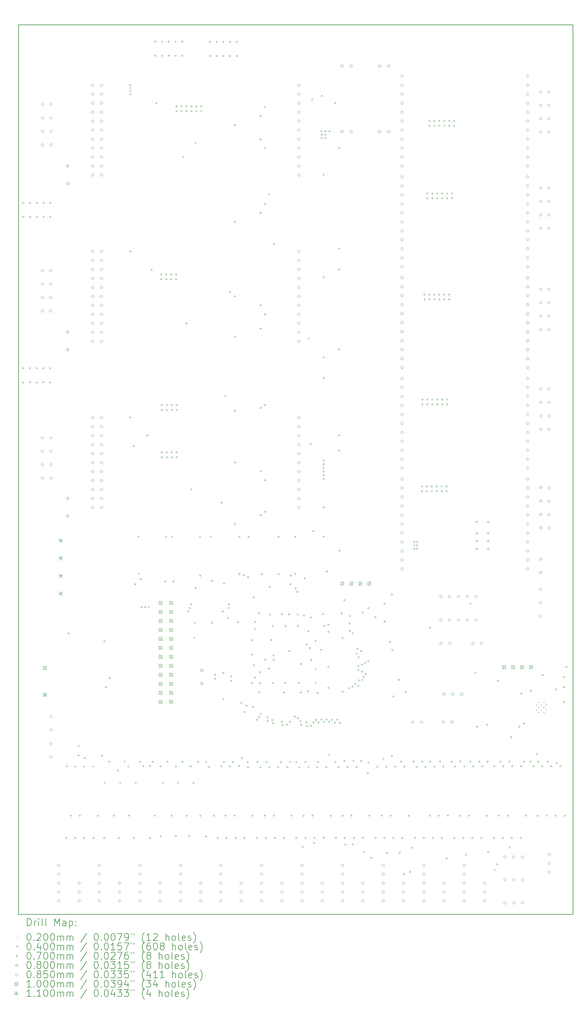
<source format=gbr>
%TF.GenerationSoftware,KiCad,Pcbnew,7.0.10*%
%TF.CreationDate,2024-02-11T20:31:55+09:00*%
%TF.ProjectId,crimping_machine,6372696d-7069-46e6-975f-6d616368696e,rev?*%
%TF.SameCoordinates,Original*%
%TF.FileFunction,Drillmap*%
%TF.FilePolarity,Positive*%
%FSLAX45Y45*%
G04 Gerber Fmt 4.5, Leading zero omitted, Abs format (unit mm)*
G04 Created by KiCad (PCBNEW 7.0.10) date 2024-02-11 20:31:55*
%MOMM*%
%LPD*%
G01*
G04 APERTURE LIST*
%ADD10C,0.200000*%
%ADD11C,0.100000*%
%ADD12C,0.110000*%
G04 APERTURE END LIST*
D10*
X-51562000Y8636000D02*
X-35864800Y8636000D01*
X-35864800Y-16510000D01*
X-51562000Y-16510000D01*
X-51562000Y8636000D01*
D11*
X-36908000Y-10580000D02*
X-36888000Y-10600000D01*
X-36888000Y-10580000D02*
X-36908000Y-10600000D01*
X-36908000Y-10720000D02*
X-36888000Y-10740000D01*
X-36888000Y-10720000D02*
X-36908000Y-10740000D01*
X-36838000Y-10510000D02*
X-36818000Y-10530000D01*
X-36818000Y-10510000D02*
X-36838000Y-10530000D01*
X-36838000Y-10647500D02*
X-36818000Y-10667500D01*
X-36818000Y-10647500D02*
X-36838000Y-10667500D01*
X-36838000Y-10790000D02*
X-36818000Y-10810000D01*
X-36818000Y-10790000D02*
X-36838000Y-10810000D01*
X-36768000Y-10580000D02*
X-36748000Y-10600000D01*
X-36748000Y-10580000D02*
X-36768000Y-10600000D01*
X-36768000Y-10720000D02*
X-36748000Y-10740000D01*
X-36748000Y-10720000D02*
X-36768000Y-10740000D01*
X-36698000Y-10510000D02*
X-36678000Y-10530000D01*
X-36678000Y-10510000D02*
X-36698000Y-10530000D01*
X-36698000Y-10647500D02*
X-36678000Y-10667500D01*
X-36678000Y-10647500D02*
X-36698000Y-10667500D01*
X-36698000Y-10790000D02*
X-36678000Y-10810000D01*
X-36678000Y-10790000D02*
X-36698000Y-10810000D01*
X-36628000Y-10580000D02*
X-36608000Y-10600000D01*
X-36608000Y-10580000D02*
X-36628000Y-10600000D01*
X-36628000Y-10720000D02*
X-36608000Y-10740000D01*
X-36608000Y-10720000D02*
X-36628000Y-10740000D01*
X-51407000Y-1073500D02*
G75*
G03*
X-51447000Y-1073500I-20000J0D01*
G01*
X-51447000Y-1073500D02*
G75*
G03*
X-51407000Y-1073500I20000J0D01*
G01*
X-51406500Y-1472500D02*
G75*
G03*
X-51446500Y-1472500I-20000J0D01*
G01*
X-51446500Y-1472500D02*
G75*
G03*
X-51406500Y-1472500I20000J0D01*
G01*
X-51402000Y3601500D02*
G75*
G03*
X-51442000Y3601500I-20000J0D01*
G01*
X-51442000Y3601500D02*
G75*
G03*
X-51402000Y3601500I20000J0D01*
G01*
X-51401500Y3202500D02*
G75*
G03*
X-51441500Y3202500I-20000J0D01*
G01*
X-51441500Y3202500D02*
G75*
G03*
X-51401500Y3202500I20000J0D01*
G01*
X-51216500Y-1073500D02*
G75*
G03*
X-51256500Y-1073500I-20000J0D01*
G01*
X-51256500Y-1073500D02*
G75*
G03*
X-51216500Y-1073500I20000J0D01*
G01*
X-51216000Y-1472500D02*
G75*
G03*
X-51256000Y-1472500I-20000J0D01*
G01*
X-51256000Y-1472500D02*
G75*
G03*
X-51216000Y-1472500I20000J0D01*
G01*
X-51211500Y3601500D02*
G75*
G03*
X-51251500Y3601500I-20000J0D01*
G01*
X-51251500Y3601500D02*
G75*
G03*
X-51211500Y3601500I20000J0D01*
G01*
X-51211000Y3202500D02*
G75*
G03*
X-51251000Y3202500I-20000J0D01*
G01*
X-51251000Y3202500D02*
G75*
G03*
X-51211000Y3202500I20000J0D01*
G01*
X-51026000Y-1073500D02*
G75*
G03*
X-51066000Y-1073500I-20000J0D01*
G01*
X-51066000Y-1073500D02*
G75*
G03*
X-51026000Y-1073500I20000J0D01*
G01*
X-51025500Y-1472500D02*
G75*
G03*
X-51065500Y-1472500I-20000J0D01*
G01*
X-51065500Y-1472500D02*
G75*
G03*
X-51025500Y-1472500I20000J0D01*
G01*
X-51021000Y3601500D02*
G75*
G03*
X-51061000Y3601500I-20000J0D01*
G01*
X-51061000Y3601500D02*
G75*
G03*
X-51021000Y3601500I20000J0D01*
G01*
X-51020500Y3202500D02*
G75*
G03*
X-51060500Y3202500I-20000J0D01*
G01*
X-51060500Y3202500D02*
G75*
G03*
X-51020500Y3202500I20000J0D01*
G01*
X-50835500Y-1073500D02*
G75*
G03*
X-50875500Y-1073500I-20000J0D01*
G01*
X-50875500Y-1073500D02*
G75*
G03*
X-50835500Y-1073500I20000J0D01*
G01*
X-50835000Y-1472500D02*
G75*
G03*
X-50875000Y-1472500I-20000J0D01*
G01*
X-50875000Y-1472500D02*
G75*
G03*
X-50835000Y-1472500I20000J0D01*
G01*
X-50830500Y3601500D02*
G75*
G03*
X-50870500Y3601500I-20000J0D01*
G01*
X-50870500Y3601500D02*
G75*
G03*
X-50830500Y3601500I20000J0D01*
G01*
X-50830000Y3202500D02*
G75*
G03*
X-50870000Y3202500I-20000J0D01*
G01*
X-50870000Y3202500D02*
G75*
G03*
X-50830000Y3202500I20000J0D01*
G01*
X-50645000Y-1073500D02*
G75*
G03*
X-50685000Y-1073500I-20000J0D01*
G01*
X-50685000Y-1073500D02*
G75*
G03*
X-50645000Y-1073500I20000J0D01*
G01*
X-50644500Y-1472500D02*
G75*
G03*
X-50684500Y-1472500I-20000J0D01*
G01*
X-50684500Y-1472500D02*
G75*
G03*
X-50644500Y-1472500I20000J0D01*
G01*
X-50640000Y3601500D02*
G75*
G03*
X-50680000Y3601500I-20000J0D01*
G01*
X-50680000Y3601500D02*
G75*
G03*
X-50640000Y3601500I20000J0D01*
G01*
X-50639500Y3202500D02*
G75*
G03*
X-50679500Y3202500I-20000J0D01*
G01*
X-50679500Y3202500D02*
G75*
G03*
X-50639500Y3202500I20000J0D01*
G01*
X-50183100Y-14351000D02*
G75*
G03*
X-50223100Y-14351000I-20000J0D01*
G01*
X-50223100Y-14351000D02*
G75*
G03*
X-50183100Y-14351000I20000J0D01*
G01*
X-50170000Y-12325000D02*
G75*
G03*
X-50210000Y-12325000I-20000J0D01*
G01*
X-50210000Y-12325000D02*
G75*
G03*
X-50170000Y-12325000I20000J0D01*
G01*
X-50120000Y-8570000D02*
G75*
G03*
X-50160000Y-8570000I-20000J0D01*
G01*
X-50160000Y-8570000D02*
G75*
G03*
X-50120000Y-8570000I20000J0D01*
G01*
X-50055000Y-13720000D02*
G75*
G03*
X-50095000Y-13720000I-20000J0D01*
G01*
X-50095000Y-13720000D02*
G75*
G03*
X-50055000Y-13720000I20000J0D01*
G01*
X-49930000Y-12330000D02*
G75*
G03*
X-49970000Y-12330000I-20000J0D01*
G01*
X-49970000Y-12330000D02*
G75*
G03*
X-49930000Y-12330000I20000J0D01*
G01*
X-49929100Y-14351000D02*
G75*
G03*
X-49969100Y-14351000I-20000J0D01*
G01*
X-49969100Y-14351000D02*
G75*
G03*
X-49929100Y-14351000I20000J0D01*
G01*
X-49840120Y-12014880D02*
G75*
G03*
X-49880120Y-12014880I-20000J0D01*
G01*
X-49880120Y-12014880D02*
G75*
G03*
X-49840120Y-12014880I20000J0D01*
G01*
X-49838850Y-11746150D02*
G75*
G03*
X-49878850Y-11746150I-20000J0D01*
G01*
X-49878850Y-11746150D02*
G75*
G03*
X-49838850Y-11746150I20000J0D01*
G01*
X-49805000Y-13720000D02*
G75*
G03*
X-49845000Y-13720000I-20000J0D01*
G01*
X-49845000Y-13720000D02*
G75*
G03*
X-49805000Y-13720000I20000J0D01*
G01*
X-49677640Y-14351000D02*
G75*
G03*
X-49717640Y-14351000I-20000J0D01*
G01*
X-49717640Y-14351000D02*
G75*
G03*
X-49677640Y-14351000I20000J0D01*
G01*
X-49675000Y-12330000D02*
G75*
G03*
X-49715000Y-12330000I-20000J0D01*
G01*
X-49715000Y-12330000D02*
G75*
G03*
X-49675000Y-12330000I20000J0D01*
G01*
X-49661850Y-12093150D02*
G75*
G03*
X-49701850Y-12093150I-20000J0D01*
G01*
X-49701850Y-12093150D02*
G75*
G03*
X-49661850Y-12093150I20000J0D01*
G01*
X-49420000Y-12330000D02*
G75*
G03*
X-49460000Y-12330000I-20000J0D01*
G01*
X-49460000Y-12330000D02*
G75*
G03*
X-49420000Y-12330000I20000J0D01*
G01*
X-49418560Y-14351000D02*
G75*
G03*
X-49458560Y-14351000I-20000J0D01*
G01*
X-49458560Y-14351000D02*
G75*
G03*
X-49418560Y-14351000I20000J0D01*
G01*
X-49295000Y-13720000D02*
G75*
G03*
X-49335000Y-13720000I-20000J0D01*
G01*
X-49335000Y-13720000D02*
G75*
G03*
X-49295000Y-13720000I20000J0D01*
G01*
X-49178060Y-12026940D02*
G75*
G03*
X-49218060Y-12026940I-20000J0D01*
G01*
X-49218060Y-12026940D02*
G75*
G03*
X-49178060Y-12026940I20000J0D01*
G01*
X-49113760Y-14351000D02*
G75*
G03*
X-49153760Y-14351000I-20000J0D01*
G01*
X-49153760Y-14351000D02*
G75*
G03*
X-49113760Y-14351000I20000J0D01*
G01*
X-49105000Y-8795000D02*
G75*
G03*
X-49145000Y-8795000I-20000J0D01*
G01*
X-49145000Y-8795000D02*
G75*
G03*
X-49105000Y-8795000I20000J0D01*
G01*
X-49100000Y-12795000D02*
G75*
G03*
X-49140000Y-12795000I-20000J0D01*
G01*
X-49140000Y-12795000D02*
G75*
G03*
X-49100000Y-12795000I20000J0D01*
G01*
X-49065000Y-10090000D02*
G75*
G03*
X-49105000Y-10090000I-20000J0D01*
G01*
X-49105000Y-10090000D02*
G75*
G03*
X-49065000Y-10090000I20000J0D01*
G01*
X-48968853Y-12194540D02*
G75*
G03*
X-49008853Y-12194540I-20000J0D01*
G01*
X-49008853Y-12194540D02*
G75*
G03*
X-48968853Y-12194540I20000J0D01*
G01*
X-48960000Y-9830000D02*
G75*
G03*
X-49000000Y-9830000I-20000J0D01*
G01*
X-49000000Y-9830000D02*
G75*
G03*
X-48960000Y-9830000I20000J0D01*
G01*
X-48840000Y-13720000D02*
G75*
G03*
X-48880000Y-13720000I-20000J0D01*
G01*
X-48880000Y-13720000D02*
G75*
G03*
X-48840000Y-13720000I20000J0D01*
G01*
X-48725000Y-12450000D02*
G75*
G03*
X-48765000Y-12450000I-20000J0D01*
G01*
X-48765000Y-12450000D02*
G75*
G03*
X-48725000Y-12450000I20000J0D01*
G01*
X-48697200Y-14351000D02*
G75*
G03*
X-48737200Y-14351000I-20000J0D01*
G01*
X-48737200Y-14351000D02*
G75*
G03*
X-48697200Y-14351000I20000J0D01*
G01*
X-48660000Y-12795000D02*
G75*
G03*
X-48700000Y-12795000I-20000J0D01*
G01*
X-48700000Y-12795000D02*
G75*
G03*
X-48660000Y-12795000I20000J0D01*
G01*
X-48534106Y-12194540D02*
G75*
G03*
X-48574106Y-12194540I-20000J0D01*
G01*
X-48574106Y-12194540D02*
G75*
G03*
X-48534106Y-12194540I20000J0D01*
G01*
X-48430000Y-12330000D02*
G75*
G03*
X-48470000Y-12330000I-20000J0D01*
G01*
X-48470000Y-12330000D02*
G75*
G03*
X-48430000Y-12330000I20000J0D01*
G01*
X-48410000Y-13720000D02*
G75*
G03*
X-48450000Y-13720000I-20000J0D01*
G01*
X-48450000Y-13720000D02*
G75*
G03*
X-48410000Y-13720000I20000J0D01*
G01*
X-48374000Y6934000D02*
G75*
G03*
X-48414000Y6934000I-20000J0D01*
G01*
X-48414000Y6934000D02*
G75*
G03*
X-48374000Y6934000I20000J0D01*
G01*
X-48374000Y2230000D02*
G75*
G03*
X-48414000Y2230000I-20000J0D01*
G01*
X-48414000Y2230000D02*
G75*
G03*
X-48374000Y2230000I20000J0D01*
G01*
X-48374000Y-2464000D02*
G75*
G03*
X-48414000Y-2464000I-20000J0D01*
G01*
X-48414000Y-2464000D02*
G75*
G03*
X-48374000Y-2464000I20000J0D01*
G01*
X-48372080Y6847840D02*
G75*
G03*
X-48412080Y6847840I-20000J0D01*
G01*
X-48412080Y6847840D02*
G75*
G03*
X-48372080Y6847840I20000J0D01*
G01*
X-48372080Y6761480D02*
G75*
G03*
X-48412080Y6761480I-20000J0D01*
G01*
X-48412080Y6761480D02*
G75*
G03*
X-48372080Y6761480I20000J0D01*
G01*
X-48372080Y6675120D02*
G75*
G03*
X-48412080Y6675120I-20000J0D01*
G01*
X-48412080Y6675120D02*
G75*
G03*
X-48372080Y6675120I20000J0D01*
G01*
X-48280000Y-3275000D02*
G75*
G03*
X-48320000Y-3275000I-20000J0D01*
G01*
X-48320000Y-3275000D02*
G75*
G03*
X-48280000Y-3275000I20000J0D01*
G01*
X-48278100Y-14351000D02*
G75*
G03*
X-48318100Y-14351000I-20000J0D01*
G01*
X-48318100Y-14351000D02*
G75*
G03*
X-48278100Y-14351000I20000J0D01*
G01*
X-48233000Y-7183000D02*
G75*
G03*
X-48273000Y-7183000I-20000J0D01*
G01*
X-48273000Y-7183000D02*
G75*
G03*
X-48233000Y-7183000I20000J0D01*
G01*
X-48220000Y-12795000D02*
G75*
G03*
X-48260000Y-12795000I-20000J0D01*
G01*
X-48260000Y-12795000D02*
G75*
G03*
X-48220000Y-12795000I20000J0D01*
G01*
X-48145000Y-5832500D02*
G75*
G03*
X-48185000Y-5832500I-20000J0D01*
G01*
X-48185000Y-5832500D02*
G75*
G03*
X-48145000Y-5832500I20000J0D01*
G01*
X-48135000Y-6885000D02*
G75*
G03*
X-48175000Y-6885000I-20000J0D01*
G01*
X-48175000Y-6885000D02*
G75*
G03*
X-48135000Y-6885000I20000J0D01*
G01*
X-48099359Y-12199620D02*
G75*
G03*
X-48139359Y-12199620I-20000J0D01*
G01*
X-48139359Y-12199620D02*
G75*
G03*
X-48099359Y-12199620I20000J0D01*
G01*
X-48080000Y-7040000D02*
G75*
G03*
X-48120000Y-7040000I-20000J0D01*
G01*
X-48120000Y-7040000D02*
G75*
G03*
X-48080000Y-7040000I20000J0D01*
G01*
X-48055000Y-7825000D02*
G75*
G03*
X-48095000Y-7825000I-20000J0D01*
G01*
X-48095000Y-7825000D02*
G75*
G03*
X-48055000Y-7825000I20000J0D01*
G01*
X-48005000Y-12320000D02*
G75*
G03*
X-48045000Y-12320000I-20000J0D01*
G01*
X-48045000Y-12320000D02*
G75*
G03*
X-48005000Y-12320000I20000J0D01*
G01*
X-47950457Y-7826277D02*
G75*
G03*
X-47990457Y-7826277I-20000J0D01*
G01*
X-47990457Y-7826277D02*
G75*
G03*
X-47950457Y-7826277I20000J0D01*
G01*
X-47895000Y-2975000D02*
G75*
G03*
X-47935000Y-2975000I-20000J0D01*
G01*
X-47935000Y-2975000D02*
G75*
G03*
X-47895000Y-2975000I20000J0D01*
G01*
X-47847191Y-7826277D02*
G75*
G03*
X-47887191Y-7826277I-20000J0D01*
G01*
X-47887191Y-7826277D02*
G75*
G03*
X-47847191Y-7826277I20000J0D01*
G01*
X-47820000Y-12315000D02*
G75*
G03*
X-47860000Y-12315000I-20000J0D01*
G01*
X-47860000Y-12315000D02*
G75*
G03*
X-47820000Y-12315000I20000J0D01*
G01*
X-47818360Y-14351000D02*
G75*
G03*
X-47858360Y-14351000I-20000J0D01*
G01*
X-47858360Y-14351000D02*
G75*
G03*
X-47818360Y-14351000I20000J0D01*
G01*
X-47770000Y1710000D02*
G75*
G03*
X-47810000Y1710000I-20000J0D01*
G01*
X-47810000Y1710000D02*
G75*
G03*
X-47770000Y1710000I20000J0D01*
G01*
X-47740380Y-12199620D02*
G75*
G03*
X-47780380Y-12199620I-20000J0D01*
G01*
X-47780380Y-12199620D02*
G75*
G03*
X-47740380Y-12199620I20000J0D01*
G01*
X-47680000Y-13720000D02*
G75*
G03*
X-47720000Y-13720000I-20000J0D01*
G01*
X-47720000Y-13720000D02*
G75*
G03*
X-47680000Y-13720000I20000J0D01*
G01*
X-47664500Y8159000D02*
G75*
G03*
X-47704500Y8159000I-20000J0D01*
G01*
X-47704500Y8159000D02*
G75*
G03*
X-47664500Y8159000I20000J0D01*
G01*
X-47664000Y7760000D02*
G75*
G03*
X-47704000Y7760000I-20000J0D01*
G01*
X-47704000Y7760000D02*
G75*
G03*
X-47664000Y7760000I20000J0D01*
G01*
X-47635000Y6420000D02*
G75*
G03*
X-47675000Y6420000I-20000J0D01*
G01*
X-47675000Y6420000D02*
G75*
G03*
X-47635000Y6420000I20000J0D01*
G01*
X-47516100Y-14305000D02*
G75*
G03*
X-47556100Y-14305000I-20000J0D01*
G01*
X-47556100Y-14305000D02*
G75*
G03*
X-47516100Y-14305000I20000J0D01*
G01*
X-47515000Y-12330000D02*
G75*
G03*
X-47555000Y-12330000I-20000J0D01*
G01*
X-47555000Y-12330000D02*
G75*
G03*
X-47515000Y-12330000I20000J0D01*
G01*
X-47499500Y1577500D02*
G75*
G03*
X-47539500Y1577500I-20000J0D01*
G01*
X-47539500Y1577500D02*
G75*
G03*
X-47499500Y1577500I20000J0D01*
G01*
X-47497000Y1440000D02*
G75*
G03*
X-47537000Y1440000I-20000J0D01*
G01*
X-47537000Y1440000D02*
G75*
G03*
X-47497000Y1440000I20000J0D01*
G01*
X-47482000Y-2115000D02*
G75*
G03*
X-47522000Y-2115000I-20000J0D01*
G01*
X-47522000Y-2115000D02*
G75*
G03*
X-47482000Y-2115000I20000J0D01*
G01*
X-47482000Y-3452500D02*
G75*
G03*
X-47522000Y-3452500I-20000J0D01*
G01*
X-47522000Y-3452500D02*
G75*
G03*
X-47482000Y-3452500I20000J0D01*
G01*
X-47479500Y-2252500D02*
G75*
G03*
X-47519500Y-2252500I-20000J0D01*
G01*
X-47519500Y-2252500D02*
G75*
G03*
X-47479500Y-2252500I20000J0D01*
G01*
X-47479500Y-3590000D02*
G75*
G03*
X-47519500Y-3590000I-20000J0D01*
G01*
X-47519500Y-3590000D02*
G75*
G03*
X-47479500Y-3590000I20000J0D01*
G01*
X-47474000Y8159000D02*
G75*
G03*
X-47514000Y8159000I-20000J0D01*
G01*
X-47514000Y8159000D02*
G75*
G03*
X-47474000Y8159000I20000J0D01*
G01*
X-47473500Y7760000D02*
G75*
G03*
X-47513500Y7760000I-20000J0D01*
G01*
X-47513500Y7760000D02*
G75*
G03*
X-47473500Y7760000I20000J0D01*
G01*
X-47450000Y-12795000D02*
G75*
G03*
X-47490000Y-12795000I-20000J0D01*
G01*
X-47490000Y-12795000D02*
G75*
G03*
X-47450000Y-12795000I20000J0D01*
G01*
X-47380000Y-7100000D02*
G75*
G03*
X-47420000Y-7100000I-20000J0D01*
G01*
X-47420000Y-7100000D02*
G75*
G03*
X-47380000Y-7100000I20000J0D01*
G01*
X-47357500Y-5835000D02*
G75*
G03*
X-47397500Y-5835000I-20000J0D01*
G01*
X-47397500Y-5835000D02*
G75*
G03*
X-47357500Y-5835000I20000J0D01*
G01*
X-47357000Y1577500D02*
G75*
G03*
X-47397000Y1577500I-20000J0D01*
G01*
X-47397000Y1577500D02*
G75*
G03*
X-47357000Y1577500I20000J0D01*
G01*
X-47354500Y1440000D02*
G75*
G03*
X-47394500Y1440000I-20000J0D01*
G01*
X-47394500Y1440000D02*
G75*
G03*
X-47354500Y1440000I20000J0D01*
G01*
X-47339500Y-2115000D02*
G75*
G03*
X-47379500Y-2115000I-20000J0D01*
G01*
X-47379500Y-2115000D02*
G75*
G03*
X-47339500Y-2115000I20000J0D01*
G01*
X-47339500Y-3452500D02*
G75*
G03*
X-47379500Y-3452500I-20000J0D01*
G01*
X-47379500Y-3452500D02*
G75*
G03*
X-47339500Y-3452500I20000J0D01*
G01*
X-47337000Y-2252500D02*
G75*
G03*
X-47377000Y-2252500I-20000J0D01*
G01*
X-47377000Y-2252500D02*
G75*
G03*
X-47337000Y-2252500I20000J0D01*
G01*
X-47337000Y-3590000D02*
G75*
G03*
X-47377000Y-3590000I-20000J0D01*
G01*
X-47377000Y-3590000D02*
G75*
G03*
X-47337000Y-3590000I20000J0D01*
G01*
X-47329865Y-12199620D02*
G75*
G03*
X-47369865Y-12199620I-20000J0D01*
G01*
X-47369865Y-12199620D02*
G75*
G03*
X-47329865Y-12199620I20000J0D01*
G01*
X-47283500Y8159000D02*
G75*
G03*
X-47323500Y8159000I-20000J0D01*
G01*
X-47323500Y8159000D02*
G75*
G03*
X-47283500Y8159000I20000J0D01*
G01*
X-47283000Y7760000D02*
G75*
G03*
X-47323000Y7760000I-20000J0D01*
G01*
X-47323000Y7760000D02*
G75*
G03*
X-47283000Y7760000I20000J0D01*
G01*
X-47217000Y1577500D02*
G75*
G03*
X-47257000Y1577500I-20000J0D01*
G01*
X-47257000Y1577500D02*
G75*
G03*
X-47217000Y1577500I20000J0D01*
G01*
X-47214500Y1440000D02*
G75*
G03*
X-47254500Y1440000I-20000J0D01*
G01*
X-47254500Y1440000D02*
G75*
G03*
X-47214500Y1440000I20000J0D01*
G01*
X-47205000Y-13720000D02*
G75*
G03*
X-47245000Y-13720000I-20000J0D01*
G01*
X-47245000Y-13720000D02*
G75*
G03*
X-47205000Y-13720000I20000J0D01*
G01*
X-47199500Y-2115000D02*
G75*
G03*
X-47239500Y-2115000I-20000J0D01*
G01*
X-47239500Y-2115000D02*
G75*
G03*
X-47199500Y-2115000I20000J0D01*
G01*
X-47199500Y-3452500D02*
G75*
G03*
X-47239500Y-3452500I-20000J0D01*
G01*
X-47239500Y-3452500D02*
G75*
G03*
X-47199500Y-3452500I20000J0D01*
G01*
X-47197000Y-2252500D02*
G75*
G03*
X-47237000Y-2252500I-20000J0D01*
G01*
X-47237000Y-2252500D02*
G75*
G03*
X-47197000Y-2252500I20000J0D01*
G01*
X-47197000Y-3590000D02*
G75*
G03*
X-47237000Y-3590000I-20000J0D01*
G01*
X-47237000Y-3590000D02*
G75*
G03*
X-47197000Y-3590000I20000J0D01*
G01*
X-47195000Y-5835000D02*
G75*
G03*
X-47235000Y-5835000I-20000J0D01*
G01*
X-47235000Y-5835000D02*
G75*
G03*
X-47195000Y-5835000I20000J0D01*
G01*
X-47150000Y-7100000D02*
G75*
G03*
X-47190000Y-7100000I-20000J0D01*
G01*
X-47190000Y-7100000D02*
G75*
G03*
X-47150000Y-7100000I20000J0D01*
G01*
X-47093000Y8159000D02*
G75*
G03*
X-47133000Y8159000I-20000J0D01*
G01*
X-47133000Y8159000D02*
G75*
G03*
X-47093000Y8159000I20000J0D01*
G01*
X-47092500Y7760000D02*
G75*
G03*
X-47132500Y7760000I-20000J0D01*
G01*
X-47132500Y7760000D02*
G75*
G03*
X-47092500Y7760000I20000J0D01*
G01*
X-47084300Y-14300000D02*
G75*
G03*
X-47124300Y-14300000I-20000J0D01*
G01*
X-47124300Y-14300000D02*
G75*
G03*
X-47084300Y-14300000I20000J0D01*
G01*
X-47080000Y-12330000D02*
G75*
G03*
X-47120000Y-12330000I-20000J0D01*
G01*
X-47120000Y-12330000D02*
G75*
G03*
X-47080000Y-12330000I20000J0D01*
G01*
X-47079500Y1577500D02*
G75*
G03*
X-47119500Y1577500I-20000J0D01*
G01*
X-47119500Y1577500D02*
G75*
G03*
X-47079500Y1577500I20000J0D01*
G01*
X-47077000Y1440000D02*
G75*
G03*
X-47117000Y1440000I-20000J0D01*
G01*
X-47117000Y1440000D02*
G75*
G03*
X-47077000Y1440000I20000J0D01*
G01*
X-47064500Y6332500D02*
G75*
G03*
X-47104500Y6332500I-20000J0D01*
G01*
X-47104500Y6332500D02*
G75*
G03*
X-47064500Y6332500I20000J0D01*
G01*
X-47062000Y6195000D02*
G75*
G03*
X-47102000Y6195000I-20000J0D01*
G01*
X-47102000Y6195000D02*
G75*
G03*
X-47062000Y6195000I20000J0D01*
G01*
X-47062000Y-2115000D02*
G75*
G03*
X-47102000Y-2115000I-20000J0D01*
G01*
X-47102000Y-2115000D02*
G75*
G03*
X-47062000Y-2115000I20000J0D01*
G01*
X-47062000Y-3452500D02*
G75*
G03*
X-47102000Y-3452500I-20000J0D01*
G01*
X-47102000Y-3452500D02*
G75*
G03*
X-47062000Y-3452500I20000J0D01*
G01*
X-47059500Y-2252500D02*
G75*
G03*
X-47099500Y-2252500I-20000J0D01*
G01*
X-47099500Y-2252500D02*
G75*
G03*
X-47059500Y-2252500I20000J0D01*
G01*
X-47059500Y-3590000D02*
G75*
G03*
X-47099500Y-3590000I-20000J0D01*
G01*
X-47099500Y-3590000D02*
G75*
G03*
X-47059500Y-3590000I20000J0D01*
G01*
X-47025000Y-12795000D02*
G75*
G03*
X-47065000Y-12795000I-20000J0D01*
G01*
X-47065000Y-12795000D02*
G75*
G03*
X-47025000Y-12795000I20000J0D01*
G01*
X-46924500Y6332500D02*
G75*
G03*
X-46964500Y6332500I-20000J0D01*
G01*
X-46964500Y6332500D02*
G75*
G03*
X-46924500Y6332500I20000J0D01*
G01*
X-46922000Y6195000D02*
G75*
G03*
X-46962000Y6195000I-20000J0D01*
G01*
X-46962000Y6195000D02*
G75*
G03*
X-46922000Y6195000I20000J0D01*
G01*
X-46902500Y8159000D02*
G75*
G03*
X-46942500Y8159000I-20000J0D01*
G01*
X-46942500Y8159000D02*
G75*
G03*
X-46902500Y8159000I20000J0D01*
G01*
X-46902000Y7760000D02*
G75*
G03*
X-46942000Y7760000I-20000J0D01*
G01*
X-46942000Y7760000D02*
G75*
G03*
X-46902000Y7760000I20000J0D01*
G01*
X-46895118Y-12199620D02*
G75*
G03*
X-46935118Y-12199620I-20000J0D01*
G01*
X-46935118Y-12199620D02*
G75*
G03*
X-46895118Y-12199620I20000J0D01*
G01*
X-46880000Y4900000D02*
G75*
G03*
X-46920000Y4900000I-20000J0D01*
G01*
X-46920000Y4900000D02*
G75*
G03*
X-46880000Y4900000I20000J0D01*
G01*
X-46787000Y6332500D02*
G75*
G03*
X-46827000Y6332500I-20000J0D01*
G01*
X-46827000Y6332500D02*
G75*
G03*
X-46787000Y6332500I20000J0D01*
G01*
X-46785000Y195000D02*
G75*
G03*
X-46825000Y195000I-20000J0D01*
G01*
X-46825000Y195000D02*
G75*
G03*
X-46785000Y195000I20000J0D01*
G01*
X-46784500Y6195000D02*
G75*
G03*
X-46824500Y6195000I-20000J0D01*
G01*
X-46824500Y6195000D02*
G75*
G03*
X-46784500Y6195000I20000J0D01*
G01*
X-46780000Y-13720000D02*
G75*
G03*
X-46820000Y-13720000I-20000J0D01*
G01*
X-46820000Y-13720000D02*
G75*
G03*
X-46780000Y-13720000I20000J0D01*
G01*
X-46730000Y-7950200D02*
G75*
G03*
X-46770000Y-7950200I-20000J0D01*
G01*
X-46770000Y-7950200D02*
G75*
G03*
X-46730000Y-7950200I20000J0D01*
G01*
X-46707460Y-14297540D02*
G75*
G03*
X-46747460Y-14297540I-20000J0D01*
G01*
X-46747460Y-14297540D02*
G75*
G03*
X-46707460Y-14297540I20000J0D01*
G01*
X-46690000Y-7850200D02*
G75*
G03*
X-46730000Y-7850200I-20000J0D01*
G01*
X-46730000Y-7850200D02*
G75*
G03*
X-46690000Y-7850200I20000J0D01*
G01*
X-46665000Y-12330000D02*
G75*
G03*
X-46705000Y-12330000I-20000J0D01*
G01*
X-46705000Y-12330000D02*
G75*
G03*
X-46665000Y-12330000I20000J0D01*
G01*
X-46652500Y-7747000D02*
G75*
G03*
X-46692500Y-7747000I-20000J0D01*
G01*
X-46692500Y-7747000D02*
G75*
G03*
X-46652500Y-7747000I20000J0D01*
G01*
X-46645000Y-4500000D02*
G75*
G03*
X-46685000Y-4500000I-20000J0D01*
G01*
X-46685000Y-4500000D02*
G75*
G03*
X-46645000Y-4500000I20000J0D01*
G01*
X-46644500Y6332500D02*
G75*
G03*
X-46684500Y6332500I-20000J0D01*
G01*
X-46684500Y6332500D02*
G75*
G03*
X-46644500Y6332500I20000J0D01*
G01*
X-46642000Y6195000D02*
G75*
G03*
X-46682000Y6195000I-20000J0D01*
G01*
X-46682000Y6195000D02*
G75*
G03*
X-46642000Y6195000I20000J0D01*
G01*
X-46580000Y-12795000D02*
G75*
G03*
X-46620000Y-12795000I-20000J0D01*
G01*
X-46620000Y-12795000D02*
G75*
G03*
X-46580000Y-12795000I20000J0D01*
G01*
X-46560000Y-8689480D02*
G75*
G03*
X-46600000Y-8689480I-20000J0D01*
G01*
X-46600000Y-8689480D02*
G75*
G03*
X-46560000Y-8689480I20000J0D01*
G01*
X-46550000Y-8270000D02*
G75*
G03*
X-46590000Y-8270000I-20000J0D01*
G01*
X-46590000Y-8270000D02*
G75*
G03*
X-46550000Y-8270000I20000J0D01*
G01*
X-46525500Y5290000D02*
G75*
G03*
X-46565500Y5290000I-20000J0D01*
G01*
X-46565500Y5290000D02*
G75*
G03*
X-46525500Y5290000I20000J0D01*
G01*
X-46525500Y-7289800D02*
G75*
G03*
X-46565500Y-7289800I-20000J0D01*
G01*
X-46565500Y-7289800D02*
G75*
G03*
X-46525500Y-7289800I20000J0D01*
G01*
X-46504500Y6332500D02*
G75*
G03*
X-46544500Y6332500I-20000J0D01*
G01*
X-46544500Y6332500D02*
G75*
G03*
X-46504500Y6332500I20000J0D01*
G01*
X-46502000Y6195000D02*
G75*
G03*
X-46542000Y6195000I-20000J0D01*
G01*
X-46542000Y6195000D02*
G75*
G03*
X-46502000Y6195000I20000J0D01*
G01*
X-46460371Y-12199620D02*
G75*
G03*
X-46500371Y-12199620I-20000J0D01*
G01*
X-46500371Y-12199620D02*
G75*
G03*
X-46460371Y-12199620I20000J0D01*
G01*
X-46400000Y-5835000D02*
G75*
G03*
X-46440000Y-5835000I-20000J0D01*
G01*
X-46440000Y-5835000D02*
G75*
G03*
X-46400000Y-5835000I20000J0D01*
G01*
X-46395000Y-6935000D02*
G75*
G03*
X-46435000Y-6935000I-20000J0D01*
G01*
X-46435000Y-6935000D02*
G75*
G03*
X-46395000Y-6935000I20000J0D01*
G01*
X-46390000Y-13720000D02*
G75*
G03*
X-46430000Y-13720000I-20000J0D01*
G01*
X-46430000Y-13720000D02*
G75*
G03*
X-46390000Y-13720000I20000J0D01*
G01*
X-46367000Y6332500D02*
G75*
G03*
X-46407000Y6332500I-20000J0D01*
G01*
X-46407000Y6332500D02*
G75*
G03*
X-46367000Y6332500I20000J0D01*
G01*
X-46364500Y6195000D02*
G75*
G03*
X-46404500Y6195000I-20000J0D01*
G01*
X-46404500Y6195000D02*
G75*
G03*
X-46364500Y6195000I20000J0D01*
G01*
X-46225000Y-14310000D02*
G75*
G03*
X-46265000Y-14310000I-20000J0D01*
G01*
X-46265000Y-14310000D02*
G75*
G03*
X-46225000Y-14310000I20000J0D01*
G01*
X-46222480Y-12202160D02*
G75*
G03*
X-46262480Y-12202160I-20000J0D01*
G01*
X-46262480Y-12202160D02*
G75*
G03*
X-46222480Y-12202160I20000J0D01*
G01*
X-46145000Y-12340000D02*
G75*
G03*
X-46185000Y-12340000I-20000J0D01*
G01*
X-46185000Y-12340000D02*
G75*
G03*
X-46145000Y-12340000I20000J0D01*
G01*
X-46119500Y8154000D02*
G75*
G03*
X-46159500Y8154000I-20000J0D01*
G01*
X-46159500Y8154000D02*
G75*
G03*
X-46119500Y8154000I20000J0D01*
G01*
X-46119000Y7755000D02*
G75*
G03*
X-46159000Y7755000I-20000J0D01*
G01*
X-46159000Y7755000D02*
G75*
G03*
X-46119000Y7755000I20000J0D01*
G01*
X-46102500Y-5835000D02*
G75*
G03*
X-46142500Y-5835000I-20000J0D01*
G01*
X-46142500Y-5835000D02*
G75*
G03*
X-46102500Y-5835000I20000J0D01*
G01*
X-46060000Y-8270000D02*
G75*
G03*
X-46100000Y-8270000I-20000J0D01*
G01*
X-46100000Y-8270000D02*
G75*
G03*
X-46060000Y-8270000I20000J0D01*
G01*
X-46055000Y-7085000D02*
G75*
G03*
X-46095000Y-7085000I-20000J0D01*
G01*
X-46095000Y-7085000D02*
G75*
G03*
X-46055000Y-7085000I20000J0D01*
G01*
X-46010000Y-13720000D02*
G75*
G03*
X-46050000Y-13720000I-20000J0D01*
G01*
X-46050000Y-13720000D02*
G75*
G03*
X-46010000Y-13720000I20000J0D01*
G01*
X-45972500Y-9740000D02*
G75*
G03*
X-46012500Y-9740000I-20000J0D01*
G01*
X-46012500Y-9740000D02*
G75*
G03*
X-45972500Y-9740000I20000J0D01*
G01*
X-45972500Y-9850000D02*
G75*
G03*
X-46012500Y-9850000I-20000J0D01*
G01*
X-46012500Y-9850000D02*
G75*
G03*
X-45972500Y-9850000I20000J0D01*
G01*
X-45929000Y8154000D02*
G75*
G03*
X-45969000Y8154000I-20000J0D01*
G01*
X-45969000Y8154000D02*
G75*
G03*
X-45929000Y8154000I20000J0D01*
G01*
X-45928500Y7755000D02*
G75*
G03*
X-45968500Y7755000I-20000J0D01*
G01*
X-45968500Y7755000D02*
G75*
G03*
X-45928500Y7755000I20000J0D01*
G01*
X-45900660Y-14351000D02*
G75*
G03*
X-45940660Y-14351000I-20000J0D01*
G01*
X-45940660Y-14351000D02*
G75*
G03*
X-45900660Y-14351000I20000J0D01*
G01*
X-45795250Y-4870000D02*
G75*
G03*
X-45835250Y-4870000I-20000J0D01*
G01*
X-45835250Y-4870000D02*
G75*
G03*
X-45795250Y-4870000I20000J0D01*
G01*
X-45795000Y-12330000D02*
G75*
G03*
X-45835000Y-12330000I-20000J0D01*
G01*
X-45835000Y-12330000D02*
G75*
G03*
X-45795000Y-12330000I20000J0D01*
G01*
X-45755000Y-7950200D02*
G75*
G03*
X-45795000Y-7950200I-20000J0D01*
G01*
X-45795000Y-7950200D02*
G75*
G03*
X-45755000Y-7950200I20000J0D01*
G01*
X-45740000Y-9685000D02*
G75*
G03*
X-45780000Y-9685000I-20000J0D01*
G01*
X-45780000Y-9685000D02*
G75*
G03*
X-45740000Y-9685000I20000J0D01*
G01*
X-45740000Y-10430000D02*
G75*
G03*
X-45780000Y-10430000I-20000J0D01*
G01*
X-45780000Y-10430000D02*
G75*
G03*
X-45740000Y-10430000I20000J0D01*
G01*
X-45738500Y8154000D02*
G75*
G03*
X-45778500Y8154000I-20000J0D01*
G01*
X-45778500Y8154000D02*
G75*
G03*
X-45738500Y8154000I20000J0D01*
G01*
X-45738000Y7755000D02*
G75*
G03*
X-45778000Y7755000I-20000J0D01*
G01*
X-45778000Y7755000D02*
G75*
G03*
X-45738000Y7755000I20000J0D01*
G01*
X-45721080Y-12204700D02*
G75*
G03*
X-45761080Y-12204700I-20000J0D01*
G01*
X-45761080Y-12204700D02*
G75*
G03*
X-45721080Y-12204700I20000J0D01*
G01*
X-45720000Y-7155000D02*
G75*
G03*
X-45760000Y-7155000I-20000J0D01*
G01*
X-45760000Y-7155000D02*
G75*
G03*
X-45720000Y-7155000I20000J0D01*
G01*
X-45680000Y-1855000D02*
G75*
G03*
X-45720000Y-1855000I-20000J0D01*
G01*
X-45720000Y-1855000D02*
G75*
G03*
X-45680000Y-1855000I20000J0D01*
G01*
X-45675000Y-13720000D02*
G75*
G03*
X-45715000Y-13720000I-20000J0D01*
G01*
X-45715000Y-13720000D02*
G75*
G03*
X-45675000Y-13720000I20000J0D01*
G01*
X-45649200Y-14351000D02*
G75*
G03*
X-45689200Y-14351000I-20000J0D01*
G01*
X-45689200Y-14351000D02*
G75*
G03*
X-45649200Y-14351000I20000J0D01*
G01*
X-45610000Y-8130000D02*
G75*
G03*
X-45650000Y-8130000I-20000J0D01*
G01*
X-45650000Y-8130000D02*
G75*
G03*
X-45610000Y-8130000I20000J0D01*
G01*
X-45585700Y-7747000D02*
G75*
G03*
X-45625700Y-7747000I-20000J0D01*
G01*
X-45625700Y-7747000D02*
G75*
G03*
X-45585700Y-7747000I20000J0D01*
G01*
X-45585700Y-7850200D02*
G75*
G03*
X-45625700Y-7850200I-20000J0D01*
G01*
X-45625700Y-7850200D02*
G75*
G03*
X-45585700Y-7850200I20000J0D01*
G01*
X-45555000Y1085000D02*
G75*
G03*
X-45595000Y1085000I-20000J0D01*
G01*
X-45595000Y1085000D02*
G75*
G03*
X-45555000Y1085000I20000J0D01*
G01*
X-45555000Y-12330000D02*
G75*
G03*
X-45595000Y-12330000I-20000J0D01*
G01*
X-45595000Y-12330000D02*
G75*
G03*
X-45555000Y-12330000I20000J0D01*
G01*
X-45548000Y8154000D02*
G75*
G03*
X-45588000Y8154000I-20000J0D01*
G01*
X-45588000Y8154000D02*
G75*
G03*
X-45548000Y8154000I20000J0D01*
G01*
X-45547500Y7755000D02*
G75*
G03*
X-45587500Y7755000I-20000J0D01*
G01*
X-45587500Y7755000D02*
G75*
G03*
X-45547500Y7755000I20000J0D01*
G01*
X-45520000Y-9910000D02*
G75*
G03*
X-45560000Y-9910000I-20000J0D01*
G01*
X-45560000Y-9910000D02*
G75*
G03*
X-45520000Y-9910000I20000J0D01*
G01*
X-45517120Y-9784080D02*
G75*
G03*
X-45557120Y-9784080I-20000J0D01*
G01*
X-45557120Y-9784080D02*
G75*
G03*
X-45517120Y-9784080I20000J0D01*
G01*
X-45467080Y-12204700D02*
G75*
G03*
X-45507080Y-12204700I-20000J0D01*
G01*
X-45507080Y-12204700D02*
G75*
G03*
X-45467080Y-12204700I20000J0D01*
G01*
X-45420000Y-13720000D02*
G75*
G03*
X-45460000Y-13720000I-20000J0D01*
G01*
X-45460000Y-13720000D02*
G75*
G03*
X-45420000Y-13720000I20000J0D01*
G01*
X-45414250Y5800000D02*
G75*
G03*
X-45454250Y5800000I-20000J0D01*
G01*
X-45454250Y5800000D02*
G75*
G03*
X-45414250Y5800000I20000J0D01*
G01*
X-45414250Y3065000D02*
G75*
G03*
X-45454250Y3065000I-20000J0D01*
G01*
X-45454250Y3065000D02*
G75*
G03*
X-45414250Y3065000I20000J0D01*
G01*
X-45414250Y960000D02*
G75*
G03*
X-45454250Y960000I-20000J0D01*
G01*
X-45454250Y960000D02*
G75*
G03*
X-45414250Y960000I20000J0D01*
G01*
X-45414250Y-180000D02*
G75*
G03*
X-45454250Y-180000I-20000J0D01*
G01*
X-45454250Y-180000D02*
G75*
G03*
X-45414250Y-180000I20000J0D01*
G01*
X-45414250Y-2275000D02*
G75*
G03*
X-45454250Y-2275000I-20000J0D01*
G01*
X-45454250Y-2275000D02*
G75*
G03*
X-45414250Y-2275000I20000J0D01*
G01*
X-45414250Y-3735000D02*
G75*
G03*
X-45454250Y-3735000I-20000J0D01*
G01*
X-45454250Y-3735000D02*
G75*
G03*
X-45414250Y-3735000I20000J0D01*
G01*
X-45414250Y-5470000D02*
G75*
G03*
X-45454250Y-5470000I-20000J0D01*
G01*
X-45454250Y-5470000D02*
G75*
G03*
X-45414250Y-5470000I20000J0D01*
G01*
X-45392660Y-14351000D02*
G75*
G03*
X-45432660Y-14351000I-20000J0D01*
G01*
X-45432660Y-14351000D02*
G75*
G03*
X-45392660Y-14351000I20000J0D01*
G01*
X-45357500Y8154000D02*
G75*
G03*
X-45397500Y8154000I-20000J0D01*
G01*
X-45397500Y8154000D02*
G75*
G03*
X-45357500Y8154000I20000J0D01*
G01*
X-45357000Y7755000D02*
G75*
G03*
X-45397000Y7755000I-20000J0D01*
G01*
X-45397000Y7755000D02*
G75*
G03*
X-45357000Y7755000I20000J0D01*
G01*
X-45331700Y-8255000D02*
G75*
G03*
X-45371700Y-8255000I-20000J0D01*
G01*
X-45371700Y-8255000D02*
G75*
G03*
X-45331700Y-8255000I20000J0D01*
G01*
X-45295000Y-12320000D02*
G75*
G03*
X-45335000Y-12320000I-20000J0D01*
G01*
X-45335000Y-12320000D02*
G75*
G03*
X-45295000Y-12320000I20000J0D01*
G01*
X-45287500Y-5835000D02*
G75*
G03*
X-45327500Y-5835000I-20000J0D01*
G01*
X-45327500Y-5835000D02*
G75*
G03*
X-45287500Y-5835000I20000J0D01*
G01*
X-45285000Y-6895000D02*
G75*
G03*
X-45325000Y-6895000I-20000J0D01*
G01*
X-45325000Y-6895000D02*
G75*
G03*
X-45285000Y-6895000I20000J0D01*
G01*
X-45232640Y-10530840D02*
G75*
G03*
X-45272640Y-10530840I-20000J0D01*
G01*
X-45272640Y-10530840D02*
G75*
G03*
X-45232640Y-10530840I20000J0D01*
G01*
X-45213080Y-12087860D02*
G75*
G03*
X-45253080Y-12087860I-20000J0D01*
G01*
X-45253080Y-12087860D02*
G75*
G03*
X-45213080Y-12087860I20000J0D01*
G01*
X-45160000Y-6925000D02*
G75*
G03*
X-45200000Y-6925000I-20000J0D01*
G01*
X-45200000Y-6925000D02*
G75*
G03*
X-45160000Y-6925000I20000J0D01*
G01*
X-45143740Y-14351000D02*
G75*
G03*
X-45183740Y-14351000I-20000J0D01*
G01*
X-45183740Y-14351000D02*
G75*
G03*
X-45143740Y-14351000I20000J0D01*
G01*
X-45138660Y-10795000D02*
G75*
G03*
X-45178660Y-10795000I-20000J0D01*
G01*
X-45178660Y-10795000D02*
G75*
G03*
X-45138660Y-10795000I20000J0D01*
G01*
X-45082780Y-10612120D02*
G75*
G03*
X-45122780Y-10612120I-20000J0D01*
G01*
X-45122780Y-10612120D02*
G75*
G03*
X-45082780Y-10612120I20000J0D01*
G01*
X-45052000Y-12209000D02*
G75*
G03*
X-45092000Y-12209000I-20000J0D01*
G01*
X-45092000Y-12209000D02*
G75*
G03*
X-45052000Y-12209000I20000J0D01*
G01*
X-45045000Y-12350000D02*
G75*
G03*
X-45085000Y-12350000I-20000J0D01*
G01*
X-45085000Y-12350000D02*
G75*
G03*
X-45045000Y-12350000I20000J0D01*
G01*
X-45040000Y-6980000D02*
G75*
G03*
X-45080000Y-6980000I-20000J0D01*
G01*
X-45080000Y-6980000D02*
G75*
G03*
X-45040000Y-6980000I20000J0D01*
G01*
X-45025000Y-5835000D02*
G75*
G03*
X-45065000Y-5835000I-20000J0D01*
G01*
X-45065000Y-5835000D02*
G75*
G03*
X-45025000Y-5835000I20000J0D01*
G01*
X-44925300Y-8763000D02*
G75*
G03*
X-44965300Y-8763000I-20000J0D01*
G01*
X-44965300Y-8763000D02*
G75*
G03*
X-44925300Y-8763000I20000J0D01*
G01*
X-44925300Y-9169400D02*
G75*
G03*
X-44965300Y-9169400I-20000J0D01*
G01*
X-44965300Y-9169400D02*
G75*
G03*
X-44925300Y-9169400I20000J0D01*
G01*
X-44925300Y-9969500D02*
G75*
G03*
X-44965300Y-9969500I-20000J0D01*
G01*
X-44965300Y-9969500D02*
G75*
G03*
X-44925300Y-9969500I20000J0D01*
G01*
X-44915000Y-13720000D02*
G75*
G03*
X-44955000Y-13720000I-20000J0D01*
G01*
X-44955000Y-13720000D02*
G75*
G03*
X-44915000Y-13720000I20000J0D01*
G01*
X-44904584Y-10642996D02*
G75*
G03*
X-44944584Y-10642996I-20000J0D01*
G01*
X-44944584Y-10642996D02*
G75*
G03*
X-44904584Y-10642996I20000J0D01*
G01*
X-44880000Y-7550000D02*
G75*
G03*
X-44920000Y-7550000I-20000J0D01*
G01*
X-44920000Y-7550000D02*
G75*
G03*
X-44880000Y-7550000I20000J0D01*
G01*
X-44870000Y-9470000D02*
G75*
G03*
X-44910000Y-9470000I-20000J0D01*
G01*
X-44910000Y-9470000D02*
G75*
G03*
X-44870000Y-9470000I20000J0D01*
G01*
X-44841480Y-8244840D02*
G75*
G03*
X-44881480Y-8244840I-20000J0D01*
G01*
X-44881480Y-8244840D02*
G75*
G03*
X-44841480Y-8244840I20000J0D01*
G01*
X-44841480Y-8442960D02*
G75*
G03*
X-44881480Y-8442960I-20000J0D01*
G01*
X-44881480Y-8442960D02*
G75*
G03*
X-44841480Y-8442960I20000J0D01*
G01*
X-44840000Y-9820000D02*
G75*
G03*
X-44880000Y-9820000I-20000J0D01*
G01*
X-44880000Y-9820000D02*
G75*
G03*
X-44840000Y-9820000I20000J0D01*
G01*
X-44790252Y-11010409D02*
G75*
G03*
X-44830252Y-11010409I-20000J0D01*
G01*
X-44830252Y-11010409D02*
G75*
G03*
X-44790252Y-11010409I20000J0D01*
G01*
X-44788140Y-14351000D02*
G75*
G03*
X-44828140Y-14351000I-20000J0D01*
G01*
X-44828140Y-14351000D02*
G75*
G03*
X-44788140Y-14351000I20000J0D01*
G01*
X-44774680Y-12204700D02*
G75*
G03*
X-44814680Y-12204700I-20000J0D01*
G01*
X-44814680Y-12204700D02*
G75*
G03*
X-44774680Y-12204700I20000J0D01*
G01*
X-44729163Y-10934060D02*
G75*
G03*
X-44769163Y-10934060I-20000J0D01*
G01*
X-44769163Y-10934060D02*
G75*
G03*
X-44729163Y-10934060I20000J0D01*
G01*
X-44722100Y-8000000D02*
G75*
G03*
X-44762100Y-8000000I-20000J0D01*
G01*
X-44762100Y-8000000D02*
G75*
G03*
X-44722100Y-8000000I20000J0D01*
G01*
X-44722100Y-10236200D02*
G75*
G03*
X-44762100Y-10236200I-20000J0D01*
G01*
X-44762100Y-10236200D02*
G75*
G03*
X-44722100Y-10236200I20000J0D01*
G01*
X-44704320Y-9667240D02*
G75*
G03*
X-44744320Y-9667240I-20000J0D01*
G01*
X-44744320Y-9667240D02*
G75*
G03*
X-44704320Y-9667240I20000J0D01*
G01*
X-44704320Y-9977120D02*
G75*
G03*
X-44744320Y-9977120I-20000J0D01*
G01*
X-44744320Y-9977120D02*
G75*
G03*
X-44704320Y-9977120I20000J0D01*
G01*
X-44690000Y-12360000D02*
G75*
G03*
X-44730000Y-12360000I-20000J0D01*
G01*
X-44730000Y-12360000D02*
G75*
G03*
X-44690000Y-12360000I20000J0D01*
G01*
X-44685000Y6055000D02*
G75*
G03*
X-44725000Y6055000I-20000J0D01*
G01*
X-44725000Y6055000D02*
G75*
G03*
X-44685000Y6055000I20000J0D01*
G01*
X-44685000Y5395000D02*
G75*
G03*
X-44725000Y5395000I-20000J0D01*
G01*
X-44725000Y5395000D02*
G75*
G03*
X-44685000Y5395000I20000J0D01*
G01*
X-44685000Y3320000D02*
G75*
G03*
X-44725000Y3320000I-20000J0D01*
G01*
X-44725000Y3320000D02*
G75*
G03*
X-44685000Y3320000I20000J0D01*
G01*
X-44685000Y710000D02*
G75*
G03*
X-44725000Y710000I-20000J0D01*
G01*
X-44725000Y710000D02*
G75*
G03*
X-44685000Y710000I20000J0D01*
G01*
X-44685000Y50000D02*
G75*
G03*
X-44725000Y50000I-20000J0D01*
G01*
X-44725000Y50000D02*
G75*
G03*
X-44685000Y50000I20000J0D01*
G01*
X-44685000Y-2196820D02*
G75*
G03*
X-44725000Y-2196820I-20000J0D01*
G01*
X-44725000Y-2196820D02*
G75*
G03*
X-44685000Y-2196820I20000J0D01*
G01*
X-44685000Y-3990000D02*
G75*
G03*
X-44725000Y-3990000I-20000J0D01*
G01*
X-44725000Y-3990000D02*
G75*
G03*
X-44685000Y-3990000I20000J0D01*
G01*
X-44684000Y-5225000D02*
G75*
G03*
X-44724000Y-5225000I-20000J0D01*
G01*
X-44724000Y-5225000D02*
G75*
G03*
X-44684000Y-5225000I20000J0D01*
G01*
X-44680883Y-10849031D02*
G75*
G03*
X-44720883Y-10849031I-20000J0D01*
G01*
X-44720883Y-10849031D02*
G75*
G03*
X-44680883Y-10849031I20000J0D01*
G01*
X-44655000Y-6900000D02*
G75*
G03*
X-44695000Y-6900000I-20000J0D01*
G01*
X-44695000Y-6900000D02*
G75*
G03*
X-44655000Y-6900000I20000J0D01*
G01*
X-44565000Y-13720000D02*
G75*
G03*
X-44605000Y-13720000I-20000J0D01*
G01*
X-44605000Y-13720000D02*
G75*
G03*
X-44565000Y-13720000I20000J0D01*
G01*
X-44560000Y6305000D02*
G75*
G03*
X-44600000Y6305000I-20000J0D01*
G01*
X-44600000Y6305000D02*
G75*
G03*
X-44560000Y6305000I20000J0D01*
G01*
X-44560000Y5145000D02*
G75*
G03*
X-44600000Y5145000I-20000J0D01*
G01*
X-44600000Y5145000D02*
G75*
G03*
X-44560000Y5145000I20000J0D01*
G01*
X-44560000Y3575000D02*
G75*
G03*
X-44600000Y3575000I-20000J0D01*
G01*
X-44600000Y3575000D02*
G75*
G03*
X-44560000Y3575000I20000J0D01*
G01*
X-44560000Y450000D02*
G75*
G03*
X-44600000Y450000I-20000J0D01*
G01*
X-44600000Y450000D02*
G75*
G03*
X-44560000Y450000I20000J0D01*
G01*
X-44560000Y-2113640D02*
G75*
G03*
X-44600000Y-2113640I-20000J0D01*
G01*
X-44600000Y-2113640D02*
G75*
G03*
X-44560000Y-2113640I20000J0D01*
G01*
X-44560000Y-4240000D02*
G75*
G03*
X-44600000Y-4240000I-20000J0D01*
G01*
X-44600000Y-4240000D02*
G75*
G03*
X-44560000Y-4240000I20000J0D01*
G01*
X-44557000Y-5130000D02*
G75*
G03*
X-44597000Y-5130000I-20000J0D01*
G01*
X-44597000Y-5130000D02*
G75*
G03*
X-44557000Y-5130000I20000J0D01*
G01*
X-44557000Y-9311640D02*
G75*
G03*
X-44597000Y-9311640I-20000J0D01*
G01*
X-44597000Y-9311640D02*
G75*
G03*
X-44557000Y-9311640I20000J0D01*
G01*
X-44534140Y-14351000D02*
G75*
G03*
X-44574140Y-14351000I-20000J0D01*
G01*
X-44574140Y-14351000D02*
G75*
G03*
X-44534140Y-14351000I20000J0D01*
G01*
X-44520680Y-12204700D02*
G75*
G03*
X-44560680Y-12204700I-20000J0D01*
G01*
X-44560680Y-12204700D02*
G75*
G03*
X-44520680Y-12204700I20000J0D01*
G01*
X-44485880Y-10942320D02*
G75*
G03*
X-44525880Y-10942320I-20000J0D01*
G01*
X-44525880Y-10942320D02*
G75*
G03*
X-44485880Y-10942320I20000J0D01*
G01*
X-44483137Y-11042843D02*
G75*
G03*
X-44523137Y-11042843I-20000J0D01*
G01*
X-44523137Y-11042843D02*
G75*
G03*
X-44483137Y-11042843I20000J0D01*
G01*
X-44448300Y-9558742D02*
G75*
G03*
X-44488300Y-9558742I-20000J0D01*
G01*
X-44488300Y-9558742D02*
G75*
G03*
X-44448300Y-9558742I20000J0D01*
G01*
X-44445000Y3850000D02*
G75*
G03*
X-44485000Y3850000I-20000J0D01*
G01*
X-44485000Y3850000D02*
G75*
G03*
X-44445000Y3850000I20000J0D01*
G01*
X-44435000Y-12355000D02*
G75*
G03*
X-44475000Y-12355000I-20000J0D01*
G01*
X-44475000Y-12355000D02*
G75*
G03*
X-44435000Y-12355000I20000J0D01*
G01*
X-44425565Y-7255565D02*
G75*
G03*
X-44465565Y-7255565I-20000J0D01*
G01*
X-44465565Y-7255565D02*
G75*
G03*
X-44425565Y-7255565I20000J0D01*
G01*
X-44419840Y-8036560D02*
G75*
G03*
X-44459840Y-8036560I-20000J0D01*
G01*
X-44459840Y-8036560D02*
G75*
G03*
X-44419840Y-8036560I20000J0D01*
G01*
X-44379200Y-8757920D02*
G75*
G03*
X-44419200Y-8757920I-20000J0D01*
G01*
X-44419200Y-8757920D02*
G75*
G03*
X-44379200Y-8757920I20000J0D01*
G01*
X-44352134Y-11015106D02*
G75*
G03*
X-44392134Y-11015106I-20000J0D01*
G01*
X-44392134Y-11015106D02*
G75*
G03*
X-44352134Y-11015106I20000J0D01*
G01*
X-44343640Y-8356600D02*
G75*
G03*
X-44383640Y-8356600I-20000J0D01*
G01*
X-44383640Y-8356600D02*
G75*
G03*
X-44343640Y-8356600I20000J0D01*
G01*
X-44343640Y-9972040D02*
G75*
G03*
X-44383640Y-9972040I-20000J0D01*
G01*
X-44383640Y-9972040D02*
G75*
G03*
X-44343640Y-9972040I20000J0D01*
G01*
X-44328385Y-11109958D02*
G75*
G03*
X-44368385Y-11109958I-20000J0D01*
G01*
X-44368385Y-11109958D02*
G75*
G03*
X-44328385Y-11109958I20000J0D01*
G01*
X-44315700Y-9194800D02*
G75*
G03*
X-44355700Y-9194800I-20000J0D01*
G01*
X-44355700Y-9194800D02*
G75*
G03*
X-44315700Y-9194800I20000J0D01*
G01*
X-44315700Y-9321800D02*
G75*
G03*
X-44355700Y-9321800I-20000J0D01*
G01*
X-44355700Y-9321800D02*
G75*
G03*
X-44315700Y-9321800I20000J0D01*
G01*
X-44310000Y-13720000D02*
G75*
G03*
X-44350000Y-13720000I-20000J0D01*
G01*
X-44350000Y-13720000D02*
G75*
G03*
X-44310000Y-13720000I20000J0D01*
G01*
X-44303000Y2440000D02*
G75*
G03*
X-44343000Y2440000I-20000J0D01*
G01*
X-44343000Y2440000D02*
G75*
G03*
X-44303000Y2440000I20000J0D01*
G01*
X-44277600Y-14351000D02*
G75*
G03*
X-44317600Y-14351000I-20000J0D01*
G01*
X-44317600Y-14351000D02*
G75*
G03*
X-44277600Y-14351000I20000J0D01*
G01*
X-44185000Y-12355000D02*
G75*
G03*
X-44225000Y-12355000I-20000J0D01*
G01*
X-44225000Y-12355000D02*
G75*
G03*
X-44185000Y-12355000I20000J0D01*
G01*
X-44175000Y-5835000D02*
G75*
G03*
X-44215000Y-5835000I-20000J0D01*
G01*
X-44215000Y-5835000D02*
G75*
G03*
X-44175000Y-5835000I20000J0D01*
G01*
X-44175000Y-6895000D02*
G75*
G03*
X-44215000Y-6895000I-20000J0D01*
G01*
X-44215000Y-6895000D02*
G75*
G03*
X-44175000Y-6895000I20000J0D01*
G01*
X-44105640Y-12204700D02*
G75*
G03*
X-44145640Y-12204700I-20000J0D01*
G01*
X-44145640Y-12204700D02*
G75*
G03*
X-44105640Y-12204700I20000J0D01*
G01*
X-44074400Y-8026400D02*
G75*
G03*
X-44114400Y-8026400I-20000J0D01*
G01*
X-44114400Y-8026400D02*
G75*
G03*
X-44074400Y-8026400I20000J0D01*
G01*
X-44074400Y-11069320D02*
G75*
G03*
X-44114400Y-11069320I-20000J0D01*
G01*
X-44114400Y-11069320D02*
G75*
G03*
X-44074400Y-11069320I20000J0D01*
G01*
X-44062975Y-11166431D02*
G75*
G03*
X-44102975Y-11166431I-20000J0D01*
G01*
X-44102975Y-11166431D02*
G75*
G03*
X-44062975Y-11166431I20000J0D01*
G01*
X-44023600Y-10236200D02*
G75*
G03*
X-44063600Y-10236200I-20000J0D01*
G01*
X-44063600Y-10236200D02*
G75*
G03*
X-44023600Y-10236200I20000J0D01*
G01*
X-44018520Y-14351000D02*
G75*
G03*
X-44058520Y-14351000I-20000J0D01*
G01*
X-44058520Y-14351000D02*
G75*
G03*
X-44018520Y-14351000I20000J0D01*
G01*
X-43982960Y-8356600D02*
G75*
G03*
X-44022960Y-8356600I-20000J0D01*
G01*
X-44022960Y-8356600D02*
G75*
G03*
X-43982960Y-8356600I20000J0D01*
G01*
X-43982960Y-9972040D02*
G75*
G03*
X-44022960Y-9972040I-20000J0D01*
G01*
X-44022960Y-9972040D02*
G75*
G03*
X-43982960Y-9972040I20000J0D01*
G01*
X-43938019Y-11144741D02*
G75*
G03*
X-43978019Y-11144741I-20000J0D01*
G01*
X-43978019Y-11144741D02*
G75*
G03*
X-43938019Y-11144741I20000J0D01*
G01*
X-43925000Y-12350000D02*
G75*
G03*
X-43965000Y-12350000I-20000J0D01*
G01*
X-43965000Y-12350000D02*
G75*
G03*
X-43925000Y-12350000I20000J0D01*
G01*
X-43881360Y-8026400D02*
G75*
G03*
X-43921360Y-8026400I-20000J0D01*
G01*
X-43921360Y-8026400D02*
G75*
G03*
X-43881360Y-8026400I20000J0D01*
G01*
X-43871200Y-9067800D02*
G75*
G03*
X-43911200Y-9067800I-20000J0D01*
G01*
X-43911200Y-9067800D02*
G75*
G03*
X-43871200Y-9067800I20000J0D01*
G01*
X-43851640Y-12202160D02*
G75*
G03*
X-43891640Y-12202160I-20000J0D01*
G01*
X-43891640Y-12202160D02*
G75*
G03*
X-43851640Y-12202160I20000J0D01*
G01*
X-43847780Y-11064240D02*
G75*
G03*
X-43887780Y-11064240I-20000J0D01*
G01*
X-43887780Y-11064240D02*
G75*
G03*
X-43847780Y-11064240I20000J0D01*
G01*
X-43843300Y-7175500D02*
G75*
G03*
X-43883300Y-7175500I-20000J0D01*
G01*
X-43883300Y-7175500D02*
G75*
G03*
X-43843300Y-7175500I20000J0D01*
G01*
X-43825000Y-6930000D02*
G75*
G03*
X-43865000Y-6930000I-20000J0D01*
G01*
X-43865000Y-6930000D02*
G75*
G03*
X-43825000Y-6930000I20000J0D01*
G01*
X-43810000Y-13720000D02*
G75*
G03*
X-43850000Y-13720000I-20000J0D01*
G01*
X-43850000Y-13720000D02*
G75*
G03*
X-43810000Y-13720000I20000J0D01*
G01*
X-43713720Y-10922000D02*
G75*
G03*
X-43753720Y-10922000I-20000J0D01*
G01*
X-43753720Y-10922000D02*
G75*
G03*
X-43713720Y-10922000I20000J0D01*
G01*
X-43702500Y-5835000D02*
G75*
G03*
X-43742500Y-5835000I-20000J0D01*
G01*
X-43742500Y-5835000D02*
G75*
G03*
X-43702500Y-5835000I20000J0D01*
G01*
X-43700000Y-6890000D02*
G75*
G03*
X-43740000Y-6890000I-20000J0D01*
G01*
X-43740000Y-6890000D02*
G75*
G03*
X-43700000Y-6890000I20000J0D01*
G01*
X-43693400Y-7289800D02*
G75*
G03*
X-43733400Y-7289800I-20000J0D01*
G01*
X-43733400Y-7289800D02*
G75*
G03*
X-43693400Y-7289800I20000J0D01*
G01*
X-43675620Y-14351000D02*
G75*
G03*
X-43715620Y-14351000I-20000J0D01*
G01*
X-43715620Y-14351000D02*
G75*
G03*
X-43675620Y-14351000I20000J0D01*
G01*
X-43672320Y-12204700D02*
G75*
G03*
X-43712320Y-12204700I-20000J0D01*
G01*
X-43712320Y-12204700D02*
G75*
G03*
X-43672320Y-12204700I20000J0D01*
G01*
X-43642600Y-7391400D02*
G75*
G03*
X-43682600Y-7391400I-20000J0D01*
G01*
X-43682600Y-7391400D02*
G75*
G03*
X-43642600Y-7391400I20000J0D01*
G01*
X-43631257Y-8036077D02*
G75*
G03*
X-43671257Y-8036077I-20000J0D01*
G01*
X-43671257Y-8036077D02*
G75*
G03*
X-43631257Y-8036077I20000J0D01*
G01*
X-43627627Y-10968358D02*
G75*
G03*
X-43667627Y-10968358I-20000J0D01*
G01*
X-43667627Y-10968358D02*
G75*
G03*
X-43627627Y-10968358I20000J0D01*
G01*
X-43627360Y-8356600D02*
G75*
G03*
X-43667360Y-8356600I-20000J0D01*
G01*
X-43667360Y-8356600D02*
G75*
G03*
X-43627360Y-8356600I20000J0D01*
G01*
X-43607040Y-9972040D02*
G75*
G03*
X-43647040Y-9972040I-20000J0D01*
G01*
X-43647040Y-9972040D02*
G75*
G03*
X-43607040Y-9972040I20000J0D01*
G01*
X-43590000Y-12355000D02*
G75*
G03*
X-43630000Y-12355000I-20000J0D01*
G01*
X-43630000Y-12355000D02*
G75*
G03*
X-43590000Y-12355000I20000J0D01*
G01*
X-43554607Y-11053297D02*
G75*
G03*
X-43594607Y-11053297I-20000J0D01*
G01*
X-43594607Y-11053297D02*
G75*
G03*
X-43554607Y-11053297I20000J0D01*
G01*
X-43541000Y-9436100D02*
G75*
G03*
X-43581000Y-9436100I-20000J0D01*
G01*
X-43581000Y-9436100D02*
G75*
G03*
X-43541000Y-9436100I20000J0D01*
G01*
X-43541000Y-10236200D02*
G75*
G03*
X-43581000Y-10236200I-20000J0D01*
G01*
X-43581000Y-10236200D02*
G75*
G03*
X-43541000Y-10236200I20000J0D01*
G01*
X-43536181Y-11154184D02*
G75*
G03*
X-43576181Y-11154184I-20000J0D01*
G01*
X-43576181Y-11154184D02*
G75*
G03*
X-43536181Y-11154184I20000J0D01*
G01*
X-43495000Y-14605000D02*
G75*
G03*
X-43535000Y-14605000I-20000J0D01*
G01*
X-43535000Y-14605000D02*
G75*
G03*
X-43495000Y-14605000I20000J0D01*
G01*
X-43470000Y-13720000D02*
G75*
G03*
X-43510000Y-13720000I-20000J0D01*
G01*
X-43510000Y-13720000D02*
G75*
G03*
X-43470000Y-13720000I20000J0D01*
G01*
X-43457547Y-8067547D02*
G75*
G03*
X-43497547Y-8067547I-20000J0D01*
G01*
X-43497547Y-8067547D02*
G75*
G03*
X-43457547Y-8067547I20000J0D01*
G01*
X-43440000Y-7015000D02*
G75*
G03*
X-43480000Y-7015000I-20000J0D01*
G01*
X-43480000Y-7015000D02*
G75*
G03*
X-43440000Y-7015000I20000J0D01*
G01*
X-43418320Y-12202160D02*
G75*
G03*
X-43458320Y-12202160I-20000J0D01*
G01*
X-43458320Y-12202160D02*
G75*
G03*
X-43418320Y-12202160I20000J0D01*
G01*
X-43411460Y-14351000D02*
G75*
G03*
X-43451460Y-14351000I-20000J0D01*
G01*
X-43451460Y-14351000D02*
G75*
G03*
X-43411460Y-14351000I20000J0D01*
G01*
X-43388600Y-11084560D02*
G75*
G03*
X-43428600Y-11084560I-20000J0D01*
G01*
X-43428600Y-11084560D02*
G75*
G03*
X-43388600Y-11084560I20000J0D01*
G01*
X-43378440Y-8879840D02*
G75*
G03*
X-43418440Y-8879840I-20000J0D01*
G01*
X-43418440Y-8879840D02*
G75*
G03*
X-43378440Y-8879840I20000J0D01*
G01*
X-43365797Y-11190332D02*
G75*
G03*
X-43405797Y-11190332I-20000J0D01*
G01*
X-43405797Y-11190332D02*
G75*
G03*
X-43365797Y-11190332I20000J0D01*
G01*
X-43337800Y-10205720D02*
G75*
G03*
X-43377800Y-10205720I-20000J0D01*
G01*
X-43377800Y-10205720D02*
G75*
G03*
X-43337800Y-10205720I20000J0D01*
G01*
X-43332720Y-8509000D02*
G75*
G03*
X-43372720Y-8509000I-20000J0D01*
G01*
X-43372720Y-8509000D02*
G75*
G03*
X-43332720Y-8509000I20000J0D01*
G01*
X-43330000Y-12355000D02*
G75*
G03*
X-43370000Y-12355000I-20000J0D01*
G01*
X-43370000Y-12355000D02*
G75*
G03*
X-43330000Y-12355000I20000J0D01*
G01*
X-43325000Y-230000D02*
G75*
G03*
X-43365000Y-230000I-20000J0D01*
G01*
X-43365000Y-230000D02*
G75*
G03*
X-43325000Y-230000I20000J0D01*
G01*
X-43287000Y-8986520D02*
G75*
G03*
X-43327000Y-8986520I-20000J0D01*
G01*
X-43327000Y-8986520D02*
G75*
G03*
X-43287000Y-8986520I20000J0D01*
G01*
X-43268240Y-3217840D02*
G75*
G03*
X-43308240Y-3217840I-20000J0D01*
G01*
X-43308240Y-3217840D02*
G75*
G03*
X-43268240Y-3217840I20000J0D01*
G01*
X-43261600Y-8117840D02*
G75*
G03*
X-43301600Y-8117840I-20000J0D01*
G01*
X-43301600Y-8117840D02*
G75*
G03*
X-43261600Y-8117840I20000J0D01*
G01*
X-43257900Y-11184892D02*
G75*
G03*
X-43297900Y-11184892I-20000J0D01*
G01*
X-43297900Y-11184892D02*
G75*
G03*
X-43257900Y-11184892I20000J0D01*
G01*
X-43253980Y-9314180D02*
G75*
G03*
X-43293980Y-9314180I-20000J0D01*
G01*
X-43293980Y-9314180D02*
G75*
G03*
X-43253980Y-9314180I20000J0D01*
G01*
X-43225800Y6526400D02*
G75*
G03*
X-43265800Y6526400I-20000J0D01*
G01*
X-43265800Y6526400D02*
G75*
G03*
X-43225800Y6526400I20000J0D01*
G01*
X-43210000Y-13720000D02*
G75*
G03*
X-43250000Y-13720000I-20000J0D01*
G01*
X-43250000Y-13720000D02*
G75*
G03*
X-43210000Y-13720000I20000J0D01*
G01*
X-43190000Y-5680000D02*
G75*
G03*
X-43230000Y-5680000I-20000J0D01*
G01*
X-43230000Y-5680000D02*
G75*
G03*
X-43190000Y-5680000I20000J0D01*
G01*
X-43186308Y-11084560D02*
G75*
G03*
X-43226308Y-11084560I-20000J0D01*
G01*
X-43226308Y-11084560D02*
G75*
G03*
X-43186308Y-11084560I20000J0D01*
G01*
X-43173727Y-14491273D02*
G75*
G03*
X-43213727Y-14491273I-20000J0D01*
G01*
X-43213727Y-14491273D02*
G75*
G03*
X-43173727Y-14491273I20000J0D01*
G01*
X-43157460Y-14351000D02*
G75*
G03*
X-43197460Y-14351000I-20000J0D01*
G01*
X-43197460Y-14351000D02*
G75*
G03*
X-43157460Y-14351000I20000J0D01*
G01*
X-43129520Y-8783320D02*
G75*
G03*
X-43169520Y-8783320I-20000J0D01*
G01*
X-43169520Y-8783320D02*
G75*
G03*
X-43129520Y-8783320I20000J0D01*
G01*
X-43129520Y-9585960D02*
G75*
G03*
X-43169520Y-9585960I-20000J0D01*
G01*
X-43169520Y-9585960D02*
G75*
G03*
X-43129520Y-9585960I20000J0D01*
G01*
X-43129520Y-9966960D02*
G75*
G03*
X-43169520Y-9966960I-20000J0D01*
G01*
X-43169520Y-9966960D02*
G75*
G03*
X-43129520Y-9966960I20000J0D01*
G01*
X-43113288Y-11013440D02*
G75*
G03*
X-43153288Y-11013440I-20000J0D01*
G01*
X-43153288Y-11013440D02*
G75*
G03*
X-43113288Y-11013440I20000J0D01*
G01*
X-43085000Y-12355000D02*
G75*
G03*
X-43125000Y-12355000I-20000J0D01*
G01*
X-43125000Y-12355000D02*
G75*
G03*
X-43085000Y-12355000I20000J0D01*
G01*
X-43071100Y-10248900D02*
G75*
G03*
X-43111100Y-10248900I-20000J0D01*
G01*
X-43111100Y-10248900D02*
G75*
G03*
X-43071100Y-10248900I20000J0D01*
G01*
X-43061000Y-12204000D02*
G75*
G03*
X-43101000Y-12204000I-20000J0D01*
G01*
X-43101000Y-12204000D02*
G75*
G03*
X-43061000Y-12204000I20000J0D01*
G01*
X-43040268Y-11083146D02*
G75*
G03*
X-43080268Y-11083146I-20000J0D01*
G01*
X-43080268Y-11083146D02*
G75*
G03*
X-43040268Y-11083146I20000J0D01*
G01*
X-42977120Y-9029700D02*
G75*
G03*
X-43017120Y-9029700I-20000J0D01*
G01*
X-43017120Y-9029700D02*
G75*
G03*
X-42977120Y-9029700I20000J0D01*
G01*
X-42967248Y-11005303D02*
G75*
G03*
X-43007248Y-11005303I-20000J0D01*
G01*
X-43007248Y-11005303D02*
G75*
G03*
X-42967248Y-11005303I20000J0D01*
G01*
X-42960000Y5625000D02*
G75*
G03*
X-43000000Y5625000I-20000J0D01*
G01*
X-43000000Y5625000D02*
G75*
G03*
X-42960000Y5625000I20000J0D01*
G01*
X-42955000Y5530000D02*
G75*
G03*
X-42995000Y5530000I-20000J0D01*
G01*
X-42995000Y5530000D02*
G75*
G03*
X-42955000Y5530000I20000J0D01*
G01*
X-42955000Y5435000D02*
G75*
G03*
X-42995000Y5435000I-20000J0D01*
G01*
X-42995000Y5435000D02*
G75*
G03*
X-42955000Y5435000I20000J0D01*
G01*
X-42950800Y6626400D02*
G75*
G03*
X-42990800Y6626400I-20000J0D01*
G01*
X-42990800Y6626400D02*
G75*
G03*
X-42950800Y6626400I20000J0D01*
G01*
X-42918700Y-8026400D02*
G75*
G03*
X-42958700Y-8026400I-20000J0D01*
G01*
X-42958700Y-8026400D02*
G75*
G03*
X-42918700Y-8026400I20000J0D01*
G01*
X-42900920Y-14343380D02*
G75*
G03*
X-42940920Y-14343380I-20000J0D01*
G01*
X-42940920Y-14343380D02*
G75*
G03*
X-42900920Y-14343380I20000J0D01*
G01*
X-42900000Y4392500D02*
G75*
G03*
X-42940000Y4392500I-20000J0D01*
G01*
X-42940000Y4392500D02*
G75*
G03*
X-42900000Y4392500I20000J0D01*
G01*
X-42900000Y1500000D02*
G75*
G03*
X-42940000Y1500000I-20000J0D01*
G01*
X-42940000Y1500000D02*
G75*
G03*
X-42900000Y1500000I20000J0D01*
G01*
X-42900000Y-770000D02*
G75*
G03*
X-42940000Y-770000I-20000J0D01*
G01*
X-42940000Y-770000D02*
G75*
G03*
X-42900000Y-770000I20000J0D01*
G01*
X-42900000Y-1350000D02*
G75*
G03*
X-42940000Y-1350000I-20000J0D01*
G01*
X-42940000Y-1350000D02*
G75*
G03*
X-42900000Y-1350000I20000J0D01*
G01*
X-42900000Y-3680000D02*
G75*
G03*
X-42940000Y-3680000I-20000J0D01*
G01*
X-42940000Y-3680000D02*
G75*
G03*
X-42900000Y-3680000I20000J0D01*
G01*
X-42900000Y-3785000D02*
G75*
G03*
X-42940000Y-3785000I-20000J0D01*
G01*
X-42940000Y-3785000D02*
G75*
G03*
X-42900000Y-3785000I20000J0D01*
G01*
X-42900000Y-3890000D02*
G75*
G03*
X-42940000Y-3890000I-20000J0D01*
G01*
X-42940000Y-3890000D02*
G75*
G03*
X-42900000Y-3890000I20000J0D01*
G01*
X-42900000Y-3995000D02*
G75*
G03*
X-42940000Y-3995000I-20000J0D01*
G01*
X-42940000Y-3995000D02*
G75*
G03*
X-42900000Y-3995000I20000J0D01*
G01*
X-42900000Y-4100000D02*
G75*
G03*
X-42940000Y-4100000I-20000J0D01*
G01*
X-42940000Y-4100000D02*
G75*
G03*
X-42900000Y-4100000I20000J0D01*
G01*
X-42900000Y-4205000D02*
G75*
G03*
X-42940000Y-4205000I-20000J0D01*
G01*
X-42940000Y-4205000D02*
G75*
G03*
X-42900000Y-4205000I20000J0D01*
G01*
X-42900000Y-5005000D02*
G75*
G03*
X-42940000Y-5005000I-20000J0D01*
G01*
X-42940000Y-5005000D02*
G75*
G03*
X-42900000Y-5005000I20000J0D01*
G01*
X-42900000Y-5830000D02*
G75*
G03*
X-42940000Y-5830000I-20000J0D01*
G01*
X-42940000Y-5830000D02*
G75*
G03*
X-42900000Y-5830000I20000J0D01*
G01*
X-42894228Y-11073208D02*
G75*
G03*
X-42934228Y-11073208I-20000J0D01*
G01*
X-42934228Y-11073208D02*
G75*
G03*
X-42894228Y-11073208I20000J0D01*
G01*
X-42880000Y-8355000D02*
G75*
G03*
X-42920000Y-8355000I-20000J0D01*
G01*
X-42920000Y-8355000D02*
G75*
G03*
X-42880000Y-8355000I20000J0D01*
G01*
X-42850000Y5625000D02*
G75*
G03*
X-42890000Y5625000I-20000J0D01*
G01*
X-42890000Y5625000D02*
G75*
G03*
X-42850000Y5625000I20000J0D01*
G01*
X-42850000Y5530000D02*
G75*
G03*
X-42890000Y5530000I-20000J0D01*
G01*
X-42890000Y5530000D02*
G75*
G03*
X-42850000Y5530000I20000J0D01*
G01*
X-42850000Y5435000D02*
G75*
G03*
X-42890000Y5435000I-20000J0D01*
G01*
X-42890000Y5435000D02*
G75*
G03*
X-42850000Y5435000I20000J0D01*
G01*
X-42825000Y-12350000D02*
G75*
G03*
X-42865000Y-12350000I-20000J0D01*
G01*
X-42865000Y-12350000D02*
G75*
G03*
X-42825000Y-12350000I20000J0D01*
G01*
X-42821208Y-11003843D02*
G75*
G03*
X-42861208Y-11003843I-20000J0D01*
G01*
X-42861208Y-11003843D02*
G75*
G03*
X-42821208Y-11003843I20000J0D01*
G01*
X-42804400Y-6819900D02*
G75*
G03*
X-42844400Y-6819900I-20000J0D01*
G01*
X-42844400Y-6819900D02*
G75*
G03*
X-42804400Y-6819900I20000J0D01*
G01*
X-42766300Y-8318500D02*
G75*
G03*
X-42806300Y-8318500I-20000J0D01*
G01*
X-42806300Y-8318500D02*
G75*
G03*
X-42766300Y-8318500I20000J0D01*
G01*
X-42766300Y-10109200D02*
G75*
G03*
X-42806300Y-10109200I-20000J0D01*
G01*
X-42806300Y-10109200D02*
G75*
G03*
X-42766300Y-10109200I20000J0D01*
G01*
X-42765000Y-8525000D02*
G75*
G03*
X-42805000Y-8525000I-20000J0D01*
G01*
X-42805000Y-8525000D02*
G75*
G03*
X-42765000Y-8525000I20000J0D01*
G01*
X-42763760Y-9514840D02*
G75*
G03*
X-42803760Y-9514840I-20000J0D01*
G01*
X-42803760Y-9514840D02*
G75*
G03*
X-42763760Y-9514840I20000J0D01*
G01*
X-42743440Y-11064240D02*
G75*
G03*
X-42783440Y-11064240I-20000J0D01*
G01*
X-42783440Y-11064240D02*
G75*
G03*
X-42743440Y-11064240I20000J0D01*
G01*
X-42740900Y-11998960D02*
G75*
G03*
X-42780900Y-11998960I-20000J0D01*
G01*
X-42780900Y-11998960D02*
G75*
G03*
X-42740900Y-11998960I20000J0D01*
G01*
X-42735000Y5625000D02*
G75*
G03*
X-42775000Y5625000I-20000J0D01*
G01*
X-42775000Y5625000D02*
G75*
G03*
X-42735000Y5625000I20000J0D01*
G01*
X-42700000Y-13720000D02*
G75*
G03*
X-42740000Y-13720000I-20000J0D01*
G01*
X-42740000Y-13720000D02*
G75*
G03*
X-42700000Y-13720000I20000J0D01*
G01*
X-42660165Y-11012994D02*
G75*
G03*
X-42700165Y-11012994I-20000J0D01*
G01*
X-42700165Y-11012994D02*
G75*
G03*
X-42660165Y-11012994I20000J0D01*
G01*
X-42587145Y-11090233D02*
G75*
G03*
X-42627145Y-11090233I-20000J0D01*
G01*
X-42627145Y-11090233D02*
G75*
G03*
X-42587145Y-11090233I20000J0D01*
G01*
X-42570800Y6426000D02*
G75*
G03*
X-42610800Y6426000I-20000J0D01*
G01*
X-42610800Y6426000D02*
G75*
G03*
X-42570800Y6426000I20000J0D01*
G01*
X-42570000Y-12206000D02*
G75*
G03*
X-42610000Y-12206000I-20000J0D01*
G01*
X-42610000Y-12206000D02*
G75*
G03*
X-42570000Y-12206000I20000J0D01*
G01*
X-42550400Y-14351000D02*
G75*
G03*
X-42590400Y-14351000I-20000J0D01*
G01*
X-42590400Y-14351000D02*
G75*
G03*
X-42550400Y-14351000I20000J0D01*
G01*
X-42514125Y-11004363D02*
G75*
G03*
X-42554125Y-11004363I-20000J0D01*
G01*
X-42554125Y-11004363D02*
G75*
G03*
X-42514125Y-11004363I20000J0D01*
G01*
X-42480000Y-12350000D02*
G75*
G03*
X-42520000Y-12350000I-20000J0D01*
G01*
X-42520000Y-12350000D02*
G75*
G03*
X-42480000Y-12350000I20000J0D01*
G01*
X-42460000Y5160000D02*
G75*
G03*
X-42500000Y5160000I-20000J0D01*
G01*
X-42500000Y5160000D02*
G75*
G03*
X-42460000Y5160000I20000J0D01*
G01*
X-42460000Y2310000D02*
G75*
G03*
X-42500000Y2310000I-20000J0D01*
G01*
X-42500000Y2310000D02*
G75*
G03*
X-42460000Y2310000I20000J0D01*
G01*
X-42460000Y1715000D02*
G75*
G03*
X-42500000Y1715000I-20000J0D01*
G01*
X-42500000Y1715000D02*
G75*
G03*
X-42460000Y1715000I20000J0D01*
G01*
X-42460000Y-540000D02*
G75*
G03*
X-42500000Y-540000I-20000J0D01*
G01*
X-42500000Y-540000D02*
G75*
G03*
X-42460000Y-540000I20000J0D01*
G01*
X-42460000Y-2970000D02*
G75*
G03*
X-42500000Y-2970000I-20000J0D01*
G01*
X-42500000Y-2970000D02*
G75*
G03*
X-42460000Y-2970000I20000J0D01*
G01*
X-42460000Y-3400000D02*
G75*
G03*
X-42500000Y-3400000I-20000J0D01*
G01*
X-42500000Y-3400000D02*
G75*
G03*
X-42460000Y-3400000I20000J0D01*
G01*
X-42450000Y-6235000D02*
G75*
G03*
X-42490000Y-6235000I-20000J0D01*
G01*
X-42490000Y-6235000D02*
G75*
G03*
X-42450000Y-6235000I20000J0D01*
G01*
X-42441105Y-11090529D02*
G75*
G03*
X-42481105Y-11090529I-20000J0D01*
G01*
X-42481105Y-11090529D02*
G75*
G03*
X-42441105Y-11090529I20000J0D01*
G01*
X-42390380Y-8006080D02*
G75*
G03*
X-42430380Y-8006080I-20000J0D01*
G01*
X-42430380Y-8006080D02*
G75*
G03*
X-42390380Y-8006080I20000J0D01*
G01*
X-42364980Y-8696960D02*
G75*
G03*
X-42404980Y-8696960I-20000J0D01*
G01*
X-42404980Y-8696960D02*
G75*
G03*
X-42364980Y-8696960I20000J0D01*
G01*
X-42361000Y-10216460D02*
G75*
G03*
X-42401000Y-10216460I-20000J0D01*
G01*
X-42401000Y-10216460D02*
G75*
G03*
X-42361000Y-10216460I20000J0D01*
G01*
X-42360000Y-13720000D02*
G75*
G03*
X-42400000Y-13720000I-20000J0D01*
G01*
X-42400000Y-13720000D02*
G75*
G03*
X-42360000Y-13720000I20000J0D01*
G01*
X-42315000Y-7632700D02*
G75*
G03*
X-42355000Y-7632700I-20000J0D01*
G01*
X-42355000Y-7632700D02*
G75*
G03*
X-42315000Y-7632700I20000J0D01*
G01*
X-42310880Y-12174220D02*
G75*
G03*
X-42350880Y-12174220I-20000J0D01*
G01*
X-42350880Y-12174220D02*
G75*
G03*
X-42310880Y-12174220I20000J0D01*
G01*
X-42306560Y-14351000D02*
G75*
G03*
X-42346560Y-14351000I-20000J0D01*
G01*
X-42346560Y-14351000D02*
G75*
G03*
X-42306560Y-14351000I20000J0D01*
G01*
X-42285000Y-14540000D02*
G75*
G03*
X-42325000Y-14540000I-20000J0D01*
G01*
X-42325000Y-14540000D02*
G75*
G03*
X-42285000Y-14540000I20000J0D01*
G01*
X-42225000Y-12350000D02*
G75*
G03*
X-42265000Y-12350000I-20000J0D01*
G01*
X-42265000Y-12350000D02*
G75*
G03*
X-42225000Y-12350000I20000J0D01*
G01*
X-42186000Y-10117000D02*
G75*
G03*
X-42226000Y-10117000I-20000J0D01*
G01*
X-42226000Y-10117000D02*
G75*
G03*
X-42186000Y-10117000I20000J0D01*
G01*
X-42170000Y-8289480D02*
G75*
G03*
X-42210000Y-8289480I-20000J0D01*
G01*
X-42210000Y-8289480D02*
G75*
G03*
X-42170000Y-8289480I20000J0D01*
G01*
X-42159240Y-8079740D02*
G75*
G03*
X-42199240Y-8079740I-20000J0D01*
G01*
X-42199240Y-8079740D02*
G75*
G03*
X-42159240Y-8079740I20000J0D01*
G01*
X-42154160Y-8493760D02*
G75*
G03*
X-42194160Y-8493760I-20000J0D01*
G01*
X-42194160Y-8493760D02*
G75*
G03*
X-42154160Y-8493760I20000J0D01*
G01*
X-42110000Y-13720000D02*
G75*
G03*
X-42150000Y-13720000I-20000J0D01*
G01*
X-42150000Y-13720000D02*
G75*
G03*
X-42110000Y-13720000I20000J0D01*
G01*
X-42083040Y-8562340D02*
G75*
G03*
X-42123040Y-8562340I-20000J0D01*
G01*
X-42123040Y-8562340D02*
G75*
G03*
X-42083040Y-8562340I20000J0D01*
G01*
X-42081000Y-10071000D02*
G75*
G03*
X-42121000Y-10071000I-20000J0D01*
G01*
X-42121000Y-10071000D02*
G75*
G03*
X-42081000Y-10071000I20000J0D01*
G01*
X-42075000Y-14535000D02*
G75*
G03*
X-42115000Y-14535000I-20000J0D01*
G01*
X-42115000Y-14535000D02*
G75*
G03*
X-42075000Y-14535000I20000J0D01*
G01*
X-42056880Y-12176760D02*
G75*
G03*
X-42096880Y-12176760I-20000J0D01*
G01*
X-42096880Y-12176760D02*
G75*
G03*
X-42056880Y-12176760I20000J0D01*
G01*
X-42039860Y-14351000D02*
G75*
G03*
X-42079860Y-14351000I-20000J0D01*
G01*
X-42079860Y-14351000D02*
G75*
G03*
X-42039860Y-14351000I20000J0D01*
G01*
X-42009000Y-9997000D02*
G75*
G03*
X-42049000Y-9997000I-20000J0D01*
G01*
X-42049000Y-9997000D02*
G75*
G03*
X-42009000Y-9997000I20000J0D01*
G01*
X-41970000Y-12345000D02*
G75*
G03*
X-42010000Y-12345000I-20000J0D01*
G01*
X-42010000Y-12345000D02*
G75*
G03*
X-41970000Y-12345000I20000J0D01*
G01*
X-41963660Y-9146540D02*
G75*
G03*
X-42003660Y-9146540I-20000J0D01*
G01*
X-42003660Y-9146540D02*
G75*
G03*
X-41963660Y-9146540I20000J0D01*
G01*
X-41940800Y-8999860D02*
G75*
G03*
X-41980800Y-8999860I-20000J0D01*
G01*
X-41980800Y-8999860D02*
G75*
G03*
X-41940800Y-8999860I20000J0D01*
G01*
X-41926880Y-10050078D02*
G75*
G03*
X-41966880Y-10050078I-20000J0D01*
G01*
X-41966880Y-10050078D02*
G75*
G03*
X-41926880Y-10050078I20000J0D01*
G01*
X-41920480Y-9593440D02*
G75*
G03*
X-41960480Y-9593440I-20000J0D01*
G01*
X-41960480Y-9593440D02*
G75*
G03*
X-41920480Y-9593440I20000J0D01*
G01*
X-41917940Y-9489480D02*
G75*
G03*
X-41957940Y-9489480I-20000J0D01*
G01*
X-41957940Y-9489480D02*
G75*
G03*
X-41917940Y-9489480I20000J0D01*
G01*
X-41910320Y-9243440D02*
G75*
G03*
X-41950320Y-9243440I-20000J0D01*
G01*
X-41950320Y-9243440D02*
G75*
G03*
X-41910320Y-9243440I20000J0D01*
G01*
X-41900234Y-9899234D02*
G75*
G03*
X-41940234Y-9899234I-20000J0D01*
G01*
X-41940234Y-9899234D02*
G75*
G03*
X-41900234Y-9899234I20000J0D01*
G01*
X-41840000Y-12178500D02*
G75*
G03*
X-41880000Y-12178500I-20000J0D01*
G01*
X-41880000Y-12178500D02*
G75*
G03*
X-41840000Y-12178500I20000J0D01*
G01*
X-41839200Y-9072880D02*
G75*
G03*
X-41879200Y-9072880I-20000J0D01*
G01*
X-41879200Y-9072880D02*
G75*
G03*
X-41839200Y-9072880I20000J0D01*
G01*
X-41816340Y-9643440D02*
G75*
G03*
X-41856340Y-9643440I-20000J0D01*
G01*
X-41856340Y-9643440D02*
G75*
G03*
X-41816340Y-9643440I20000J0D01*
G01*
X-41808000Y-9449140D02*
G75*
G03*
X-41848000Y-9449140I-20000J0D01*
G01*
X-41848000Y-9449140D02*
G75*
G03*
X-41808000Y-9449140I20000J0D01*
G01*
X-41803789Y-9883130D02*
G75*
G03*
X-41843789Y-9883130I-20000J0D01*
G01*
X-41843789Y-9883130D02*
G75*
G03*
X-41803789Y-9883130I20000J0D01*
G01*
X-41790940Y-7980680D02*
G75*
G03*
X-41830940Y-7980680I-20000J0D01*
G01*
X-41830940Y-7980680D02*
G75*
G03*
X-41790940Y-7980680I20000J0D01*
G01*
X-41785860Y-14351000D02*
G75*
G03*
X-41825860Y-14351000I-20000J0D01*
G01*
X-41825860Y-14351000D02*
G75*
G03*
X-41785860Y-14351000I20000J0D01*
G01*
X-41766216Y-9792857D02*
G75*
G03*
X-41806216Y-9792857I-20000J0D01*
G01*
X-41806216Y-9792857D02*
G75*
G03*
X-41766216Y-9792857I20000J0D01*
G01*
X-41751445Y-14751175D02*
G75*
G03*
X-41791445Y-14751175I-20000J0D01*
G01*
X-41791445Y-14751175D02*
G75*
G03*
X-41751445Y-14751175I20000J0D01*
G01*
X-41724169Y-9398807D02*
G75*
G03*
X-41764169Y-9398807I-20000J0D01*
G01*
X-41764169Y-9398807D02*
G75*
G03*
X-41724169Y-9398807I20000J0D01*
G01*
X-41712609Y-9711081D02*
G75*
G03*
X-41752609Y-9711081I-20000J0D01*
G01*
X-41752609Y-9711081D02*
G75*
G03*
X-41712609Y-9711081I20000J0D01*
G01*
X-41650000Y-12519000D02*
G75*
G03*
X-41690000Y-12519000I-20000J0D01*
G01*
X-41690000Y-12519000D02*
G75*
G03*
X-41650000Y-12519000I20000J0D01*
G01*
X-41633460Y-7853680D02*
G75*
G03*
X-41673460Y-7853680I-20000J0D01*
G01*
X-41673460Y-7853680D02*
G75*
G03*
X-41633460Y-7853680I20000J0D01*
G01*
X-41632997Y-9352620D02*
G75*
G03*
X-41672997Y-9352620I-20000J0D01*
G01*
X-41672997Y-9352620D02*
G75*
G03*
X-41632997Y-9352620I20000J0D01*
G01*
X-41631840Y-12218160D02*
G75*
G03*
X-41671840Y-12218160I-20000J0D01*
G01*
X-41671840Y-12218160D02*
G75*
G03*
X-41631840Y-12218160I20000J0D01*
G01*
X-41600000Y-13720000D02*
G75*
G03*
X-41640000Y-13720000I-20000J0D01*
G01*
X-41640000Y-13720000D02*
G75*
G03*
X-41600000Y-13720000I20000J0D01*
G01*
X-41550000Y-14910000D02*
G75*
G03*
X-41590000Y-14910000I-20000J0D01*
G01*
X-41590000Y-14910000D02*
G75*
G03*
X-41550000Y-14910000I20000J0D01*
G01*
X-41435340Y-8107680D02*
G75*
G03*
X-41475340Y-8107680I-20000J0D01*
G01*
X-41475340Y-8107680D02*
G75*
G03*
X-41435340Y-8107680I20000J0D01*
G01*
X-41430260Y-14351000D02*
G75*
G03*
X-41470260Y-14351000I-20000J0D01*
G01*
X-41470260Y-14351000D02*
G75*
G03*
X-41430260Y-14351000I20000J0D01*
G01*
X-41380000Y-12340000D02*
G75*
G03*
X-41420000Y-12340000I-20000J0D01*
G01*
X-41420000Y-12340000D02*
G75*
G03*
X-41380000Y-12340000I20000J0D01*
G01*
X-41255000Y-13720000D02*
G75*
G03*
X-41295000Y-13720000I-20000J0D01*
G01*
X-41295000Y-13720000D02*
G75*
G03*
X-41255000Y-13720000I20000J0D01*
G01*
X-41208520Y-12110720D02*
G75*
G03*
X-41248520Y-12110720I-20000J0D01*
G01*
X-41248520Y-12110720D02*
G75*
G03*
X-41208520Y-12110720I20000J0D01*
G01*
X-41181340Y-14351000D02*
G75*
G03*
X-41221340Y-14351000I-20000J0D01*
G01*
X-41221340Y-14351000D02*
G75*
G03*
X-41181340Y-14351000I20000J0D01*
G01*
X-41176260Y-7726680D02*
G75*
G03*
X-41216260Y-7726680I-20000J0D01*
G01*
X-41216260Y-7726680D02*
G75*
G03*
X-41176260Y-7726680I20000J0D01*
G01*
X-41171180Y-8234680D02*
G75*
G03*
X-41211180Y-8234680I-20000J0D01*
G01*
X-41211180Y-8234680D02*
G75*
G03*
X-41171180Y-8234680I20000J0D01*
G01*
X-41125000Y-12340000D02*
G75*
G03*
X-41165000Y-12340000I-20000J0D01*
G01*
X-41165000Y-12340000D02*
G75*
G03*
X-41125000Y-12340000I20000J0D01*
G01*
X-41105000Y-14775000D02*
G75*
G03*
X-41145000Y-14775000I-20000J0D01*
G01*
X-41145000Y-14775000D02*
G75*
G03*
X-41105000Y-14775000I20000J0D01*
G01*
X-41025000Y-8810000D02*
G75*
G03*
X-41065000Y-8810000I-20000J0D01*
G01*
X-41065000Y-8810000D02*
G75*
G03*
X-41025000Y-8810000I20000J0D01*
G01*
X-41000000Y-13720000D02*
G75*
G03*
X-41040000Y-13720000I-20000J0D01*
G01*
X-41040000Y-13720000D02*
G75*
G03*
X-41000000Y-13720000I20000J0D01*
G01*
X-40965440Y-7467600D02*
G75*
G03*
X-41005440Y-7467600I-20000J0D01*
G01*
X-41005440Y-7467600D02*
G75*
G03*
X-40965440Y-7467600I20000J0D01*
G01*
X-40965440Y-12034520D02*
G75*
G03*
X-41005440Y-12034520I-20000J0D01*
G01*
X-41005440Y-12034520D02*
G75*
G03*
X-40965440Y-12034520I20000J0D01*
G01*
X-40954000Y-9042400D02*
G75*
G03*
X-40994000Y-9042400I-20000J0D01*
G01*
X-40994000Y-9042400D02*
G75*
G03*
X-40954000Y-9042400I20000J0D01*
G01*
X-40927340Y-14351000D02*
G75*
G03*
X-40967340Y-14351000I-20000J0D01*
G01*
X-40967340Y-14351000D02*
G75*
G03*
X-40927340Y-14351000I20000J0D01*
G01*
X-40919720Y-10353040D02*
G75*
G03*
X-40959720Y-10353040I-20000J0D01*
G01*
X-40959720Y-10353040D02*
G75*
G03*
X-40919720Y-10353040I20000J0D01*
G01*
X-40870000Y-12335000D02*
G75*
G03*
X-40910000Y-12335000I-20000J0D01*
G01*
X-40910000Y-12335000D02*
G75*
G03*
X-40870000Y-12335000I20000J0D01*
G01*
X-40764780Y-9883140D02*
G75*
G03*
X-40804780Y-9883140I-20000J0D01*
G01*
X-40804780Y-9883140D02*
G75*
G03*
X-40764780Y-9883140I20000J0D01*
G01*
X-40745000Y-14770000D02*
G75*
G03*
X-40785000Y-14770000I-20000J0D01*
G01*
X-40785000Y-14770000D02*
G75*
G03*
X-40745000Y-14770000I20000J0D01*
G01*
X-40703820Y-12192000D02*
G75*
G03*
X-40743820Y-12192000I-20000J0D01*
G01*
X-40743820Y-12192000D02*
G75*
G03*
X-40703820Y-12192000I20000J0D01*
G01*
X-40670800Y-14351000D02*
G75*
G03*
X-40710800Y-14351000I-20000J0D01*
G01*
X-40710800Y-14351000D02*
G75*
G03*
X-40670800Y-14351000I20000J0D01*
G01*
X-40630160Y-15379700D02*
G75*
G03*
X-40670160Y-15379700I-20000J0D01*
G01*
X-40670160Y-15379700D02*
G75*
G03*
X-40630160Y-15379700I20000J0D01*
G01*
X-40620000Y-12335000D02*
G75*
G03*
X-40660000Y-12335000I-20000J0D01*
G01*
X-40660000Y-12335000D02*
G75*
G03*
X-40620000Y-12335000I20000J0D01*
G01*
X-40580000Y-10220000D02*
G75*
G03*
X-40620000Y-10220000I-20000J0D01*
G01*
X-40620000Y-10220000D02*
G75*
G03*
X-40580000Y-10220000I20000J0D01*
G01*
X-40490000Y-13720000D02*
G75*
G03*
X-40530000Y-13720000I-20000J0D01*
G01*
X-40530000Y-13720000D02*
G75*
G03*
X-40490000Y-13720000I20000J0D01*
G01*
X-40450103Y-15308297D02*
G75*
G03*
X-40490103Y-15308297I-20000J0D01*
G01*
X-40490103Y-15308297D02*
G75*
G03*
X-40450103Y-15308297I20000J0D01*
G01*
X-40405000Y-14630000D02*
G75*
G03*
X-40445000Y-14630000I-20000J0D01*
G01*
X-40445000Y-14630000D02*
G75*
G03*
X-40405000Y-14630000I20000J0D01*
G01*
X-40358380Y-12192000D02*
G75*
G03*
X-40398380Y-12192000I-20000J0D01*
G01*
X-40398380Y-12192000D02*
G75*
G03*
X-40358380Y-12192000I20000J0D01*
G01*
X-40332500Y-5982000D02*
G75*
G03*
X-40372500Y-5982000I-20000J0D01*
G01*
X-40372500Y-5982000D02*
G75*
G03*
X-40332500Y-5982000I20000J0D01*
G01*
X-40332500Y-6078100D02*
G75*
G03*
X-40372500Y-6078100I-20000J0D01*
G01*
X-40372500Y-6078100D02*
G75*
G03*
X-40332500Y-6078100I20000J0D01*
G01*
X-40332500Y-6174200D02*
G75*
G03*
X-40372500Y-6174200I-20000J0D01*
G01*
X-40372500Y-6174200D02*
G75*
G03*
X-40332500Y-6174200I20000J0D01*
G01*
X-40312660Y-14351000D02*
G75*
G03*
X-40352660Y-14351000I-20000J0D01*
G01*
X-40352660Y-14351000D02*
G75*
G03*
X-40312660Y-14351000I20000J0D01*
G01*
X-40260000Y-12345000D02*
G75*
G03*
X-40300000Y-12345000I-20000J0D01*
G01*
X-40300000Y-12345000D02*
G75*
G03*
X-40260000Y-12345000I20000J0D01*
G01*
X-40255000Y-5983900D02*
G75*
G03*
X-40295000Y-5983900I-20000J0D01*
G01*
X-40295000Y-5983900D02*
G75*
G03*
X-40255000Y-5983900I20000J0D01*
G01*
X-40255000Y-6080000D02*
G75*
G03*
X-40295000Y-6080000I-20000J0D01*
G01*
X-40295000Y-6080000D02*
G75*
G03*
X-40255000Y-6080000I20000J0D01*
G01*
X-40255000Y-6176100D02*
G75*
G03*
X-40295000Y-6176100I-20000J0D01*
G01*
X-40295000Y-6176100D02*
G75*
G03*
X-40255000Y-6176100I20000J0D01*
G01*
X-40117000Y-4412500D02*
G75*
G03*
X-40157000Y-4412500I-20000J0D01*
G01*
X-40157000Y-4412500D02*
G75*
G03*
X-40117000Y-4412500I20000J0D01*
G01*
X-40114500Y-4550000D02*
G75*
G03*
X-40154500Y-4550000I-20000J0D01*
G01*
X-40154500Y-4550000D02*
G75*
G03*
X-40114500Y-4550000I20000J0D01*
G01*
X-40106920Y-12192000D02*
G75*
G03*
X-40146920Y-12192000I-20000J0D01*
G01*
X-40146920Y-12192000D02*
G75*
G03*
X-40106920Y-12192000I20000J0D01*
G01*
X-40104500Y-1957500D02*
G75*
G03*
X-40144500Y-1957500I-20000J0D01*
G01*
X-40144500Y-1957500D02*
G75*
G03*
X-40104500Y-1957500I20000J0D01*
G01*
X-40102000Y-2095000D02*
G75*
G03*
X-40142000Y-2095000I-20000J0D01*
G01*
X-40142000Y-2095000D02*
G75*
G03*
X-40102000Y-2095000I20000J0D01*
G01*
X-40061200Y-14351000D02*
G75*
G03*
X-40101200Y-14351000I-20000J0D01*
G01*
X-40101200Y-14351000D02*
G75*
G03*
X-40061200Y-14351000I20000J0D01*
G01*
X-40047000Y1010000D02*
G75*
G03*
X-40087000Y1010000I-20000J0D01*
G01*
X-40087000Y1010000D02*
G75*
G03*
X-40047000Y1010000I20000J0D01*
G01*
X-40044500Y872500D02*
G75*
G03*
X-40084500Y872500I-20000J0D01*
G01*
X-40084500Y872500D02*
G75*
G03*
X-40044500Y872500I20000J0D01*
G01*
X-40015000Y-12340000D02*
G75*
G03*
X-40055000Y-12340000I-20000J0D01*
G01*
X-40055000Y-12340000D02*
G75*
G03*
X-40015000Y-12340000I20000J0D01*
G01*
X-39977000Y-4412500D02*
G75*
G03*
X-40017000Y-4412500I-20000J0D01*
G01*
X-40017000Y-4412500D02*
G75*
G03*
X-39977000Y-4412500I20000J0D01*
G01*
X-39974500Y-4550000D02*
G75*
G03*
X-40014500Y-4550000I-20000J0D01*
G01*
X-40014500Y-4550000D02*
G75*
G03*
X-39974500Y-4550000I20000J0D01*
G01*
X-39964500Y3867500D02*
G75*
G03*
X-40004500Y3867500I-20000J0D01*
G01*
X-40004500Y3867500D02*
G75*
G03*
X-39964500Y3867500I20000J0D01*
G01*
X-39964500Y-1957500D02*
G75*
G03*
X-40004500Y-1957500I-20000J0D01*
G01*
X-40004500Y-1957500D02*
G75*
G03*
X-39964500Y-1957500I20000J0D01*
G01*
X-39962000Y3730000D02*
G75*
G03*
X-40002000Y3730000I-20000J0D01*
G01*
X-40002000Y3730000D02*
G75*
G03*
X-39962000Y3730000I20000J0D01*
G01*
X-39962000Y-2095000D02*
G75*
G03*
X-40002000Y-2095000I-20000J0D01*
G01*
X-40002000Y-2095000D02*
G75*
G03*
X-39962000Y-2095000I20000J0D01*
G01*
X-39907000Y1010000D02*
G75*
G03*
X-39947000Y1010000I-20000J0D01*
G01*
X-39947000Y1010000D02*
G75*
G03*
X-39907000Y1010000I20000J0D01*
G01*
X-39904500Y5917500D02*
G75*
G03*
X-39944500Y5917500I-20000J0D01*
G01*
X-39944500Y5917500D02*
G75*
G03*
X-39904500Y5917500I20000J0D01*
G01*
X-39904500Y872500D02*
G75*
G03*
X-39944500Y872500I-20000J0D01*
G01*
X-39944500Y872500D02*
G75*
G03*
X-39904500Y872500I20000J0D01*
G01*
X-39902000Y5780000D02*
G75*
G03*
X-39942000Y5780000I-20000J0D01*
G01*
X-39942000Y5780000D02*
G75*
G03*
X-39902000Y5780000I20000J0D01*
G01*
X-39895000Y-13720000D02*
G75*
G03*
X-39935000Y-13720000I-20000J0D01*
G01*
X-39935000Y-13720000D02*
G75*
G03*
X-39895000Y-13720000I20000J0D01*
G01*
X-39885000Y-8405000D02*
G75*
G03*
X-39925000Y-8405000I-20000J0D01*
G01*
X-39925000Y-8405000D02*
G75*
G03*
X-39885000Y-8405000I20000J0D01*
G01*
X-39885000Y-12192000D02*
G75*
G03*
X-39925000Y-12192000I-20000J0D01*
G01*
X-39925000Y-12192000D02*
G75*
G03*
X-39885000Y-12192000I20000J0D01*
G01*
X-39839500Y-4412500D02*
G75*
G03*
X-39879500Y-4412500I-20000J0D01*
G01*
X-39879500Y-4412500D02*
G75*
G03*
X-39839500Y-4412500I20000J0D01*
G01*
X-39837000Y-4550000D02*
G75*
G03*
X-39877000Y-4550000I-20000J0D01*
G01*
X-39877000Y-4550000D02*
G75*
G03*
X-39837000Y-4550000I20000J0D01*
G01*
X-39827000Y-1957500D02*
G75*
G03*
X-39867000Y-1957500I-20000J0D01*
G01*
X-39867000Y-1957500D02*
G75*
G03*
X-39827000Y-1957500I20000J0D01*
G01*
X-39824500Y3867500D02*
G75*
G03*
X-39864500Y3867500I-20000J0D01*
G01*
X-39864500Y3867500D02*
G75*
G03*
X-39824500Y3867500I20000J0D01*
G01*
X-39824500Y-2095000D02*
G75*
G03*
X-39864500Y-2095000I-20000J0D01*
G01*
X-39864500Y-2095000D02*
G75*
G03*
X-39824500Y-2095000I20000J0D01*
G01*
X-39822000Y3730000D02*
G75*
G03*
X-39862000Y3730000I-20000J0D01*
G01*
X-39862000Y3730000D02*
G75*
G03*
X-39822000Y3730000I20000J0D01*
G01*
X-39804660Y-14351000D02*
G75*
G03*
X-39844660Y-14351000I-20000J0D01*
G01*
X-39844660Y-14351000D02*
G75*
G03*
X-39804660Y-14351000I20000J0D01*
G01*
X-39769500Y1010000D02*
G75*
G03*
X-39809500Y1010000I-20000J0D01*
G01*
X-39809500Y1010000D02*
G75*
G03*
X-39769500Y1010000I20000J0D01*
G01*
X-39767000Y872500D02*
G75*
G03*
X-39807000Y872500I-20000J0D01*
G01*
X-39807000Y872500D02*
G75*
G03*
X-39767000Y872500I20000J0D01*
G01*
X-39764500Y5917500D02*
G75*
G03*
X-39804500Y5917500I-20000J0D01*
G01*
X-39804500Y5917500D02*
G75*
G03*
X-39764500Y5917500I20000J0D01*
G01*
X-39762000Y5780000D02*
G75*
G03*
X-39802000Y5780000I-20000J0D01*
G01*
X-39802000Y5780000D02*
G75*
G03*
X-39762000Y5780000I20000J0D01*
G01*
X-39760000Y-12335000D02*
G75*
G03*
X-39800000Y-12335000I-20000J0D01*
G01*
X-39800000Y-12335000D02*
G75*
G03*
X-39760000Y-12335000I20000J0D01*
G01*
X-39697000Y-4412500D02*
G75*
G03*
X-39737000Y-4412500I-20000J0D01*
G01*
X-39737000Y-4412500D02*
G75*
G03*
X-39697000Y-4412500I20000J0D01*
G01*
X-39694500Y-4550000D02*
G75*
G03*
X-39734500Y-4550000I-20000J0D01*
G01*
X-39734500Y-4550000D02*
G75*
G03*
X-39694500Y-4550000I20000J0D01*
G01*
X-39687000Y3867500D02*
G75*
G03*
X-39727000Y3867500I-20000J0D01*
G01*
X-39727000Y3867500D02*
G75*
G03*
X-39687000Y3867500I20000J0D01*
G01*
X-39684500Y3730000D02*
G75*
G03*
X-39724500Y3730000I-20000J0D01*
G01*
X-39724500Y3730000D02*
G75*
G03*
X-39684500Y3730000I20000J0D01*
G01*
X-39684500Y-1957500D02*
G75*
G03*
X-39724500Y-1957500I-20000J0D01*
G01*
X-39724500Y-1957500D02*
G75*
G03*
X-39684500Y-1957500I20000J0D01*
G01*
X-39682000Y-2095000D02*
G75*
G03*
X-39722000Y-2095000I-20000J0D01*
G01*
X-39722000Y-2095000D02*
G75*
G03*
X-39682000Y-2095000I20000J0D01*
G01*
X-39645000Y-13720000D02*
G75*
G03*
X-39685000Y-13720000I-20000J0D01*
G01*
X-39685000Y-13720000D02*
G75*
G03*
X-39645000Y-13720000I20000J0D01*
G01*
X-39627000Y5917500D02*
G75*
G03*
X-39667000Y5917500I-20000J0D01*
G01*
X-39667000Y5917500D02*
G75*
G03*
X-39627000Y5917500I20000J0D01*
G01*
X-39627000Y1010000D02*
G75*
G03*
X-39667000Y1010000I-20000J0D01*
G01*
X-39667000Y1010000D02*
G75*
G03*
X-39627000Y1010000I20000J0D01*
G01*
X-39624500Y5780000D02*
G75*
G03*
X-39664500Y5780000I-20000J0D01*
G01*
X-39664500Y5780000D02*
G75*
G03*
X-39624500Y5780000I20000J0D01*
G01*
X-39624500Y872500D02*
G75*
G03*
X-39664500Y872500I-20000J0D01*
G01*
X-39664500Y872500D02*
G75*
G03*
X-39624500Y872500I20000J0D01*
G01*
X-39604000Y-12192000D02*
G75*
G03*
X-39644000Y-12192000I-20000J0D01*
G01*
X-39644000Y-12192000D02*
G75*
G03*
X-39604000Y-12192000I20000J0D01*
G01*
X-39557000Y-4412500D02*
G75*
G03*
X-39597000Y-4412500I-20000J0D01*
G01*
X-39597000Y-4412500D02*
G75*
G03*
X-39557000Y-4412500I20000J0D01*
G01*
X-39555740Y-14351000D02*
G75*
G03*
X-39595740Y-14351000I-20000J0D01*
G01*
X-39595740Y-14351000D02*
G75*
G03*
X-39555740Y-14351000I20000J0D01*
G01*
X-39554500Y-4550000D02*
G75*
G03*
X-39594500Y-4550000I-20000J0D01*
G01*
X-39594500Y-4550000D02*
G75*
G03*
X-39554500Y-4550000I20000J0D01*
G01*
X-39544500Y3867500D02*
G75*
G03*
X-39584500Y3867500I-20000J0D01*
G01*
X-39584500Y3867500D02*
G75*
G03*
X-39544500Y3867500I20000J0D01*
G01*
X-39544500Y-1957500D02*
G75*
G03*
X-39584500Y-1957500I-20000J0D01*
G01*
X-39584500Y-1957500D02*
G75*
G03*
X-39544500Y-1957500I20000J0D01*
G01*
X-39542000Y3730000D02*
G75*
G03*
X-39582000Y3730000I-20000J0D01*
G01*
X-39582000Y3730000D02*
G75*
G03*
X-39542000Y3730000I20000J0D01*
G01*
X-39542000Y-2095000D02*
G75*
G03*
X-39582000Y-2095000I-20000J0D01*
G01*
X-39582000Y-2095000D02*
G75*
G03*
X-39542000Y-2095000I20000J0D01*
G01*
X-39515000Y-12335000D02*
G75*
G03*
X-39555000Y-12335000I-20000J0D01*
G01*
X-39555000Y-12335000D02*
G75*
G03*
X-39515000Y-12335000I20000J0D01*
G01*
X-39487000Y1010000D02*
G75*
G03*
X-39527000Y1010000I-20000J0D01*
G01*
X-39527000Y1010000D02*
G75*
G03*
X-39487000Y1010000I20000J0D01*
G01*
X-39484500Y5917500D02*
G75*
G03*
X-39524500Y5917500I-20000J0D01*
G01*
X-39524500Y5917500D02*
G75*
G03*
X-39484500Y5917500I20000J0D01*
G01*
X-39484500Y872500D02*
G75*
G03*
X-39524500Y872500I-20000J0D01*
G01*
X-39524500Y872500D02*
G75*
G03*
X-39484500Y872500I20000J0D01*
G01*
X-39482000Y5780000D02*
G75*
G03*
X-39522000Y5780000I-20000J0D01*
G01*
X-39522000Y5780000D02*
G75*
G03*
X-39482000Y5780000I20000J0D01*
G01*
X-39420000Y-14930000D02*
G75*
G03*
X-39460000Y-14930000I-20000J0D01*
G01*
X-39460000Y-14930000D02*
G75*
G03*
X-39420000Y-14930000I20000J0D01*
G01*
X-39419500Y-4412500D02*
G75*
G03*
X-39459500Y-4412500I-20000J0D01*
G01*
X-39459500Y-4412500D02*
G75*
G03*
X-39419500Y-4412500I20000J0D01*
G01*
X-39417000Y-4550000D02*
G75*
G03*
X-39457000Y-4550000I-20000J0D01*
G01*
X-39457000Y-4550000D02*
G75*
G03*
X-39417000Y-4550000I20000J0D01*
G01*
X-39407000Y-1957500D02*
G75*
G03*
X-39447000Y-1957500I-20000J0D01*
G01*
X-39447000Y-1957500D02*
G75*
G03*
X-39407000Y-1957500I20000J0D01*
G01*
X-39404500Y3867500D02*
G75*
G03*
X-39444500Y3867500I-20000J0D01*
G01*
X-39444500Y3867500D02*
G75*
G03*
X-39404500Y3867500I20000J0D01*
G01*
X-39404500Y-2095000D02*
G75*
G03*
X-39444500Y-2095000I-20000J0D01*
G01*
X-39444500Y-2095000D02*
G75*
G03*
X-39404500Y-2095000I20000J0D01*
G01*
X-39402000Y3730000D02*
G75*
G03*
X-39442000Y3730000I-20000J0D01*
G01*
X-39442000Y3730000D02*
G75*
G03*
X-39402000Y3730000I20000J0D01*
G01*
X-39385000Y-13720000D02*
G75*
G03*
X-39425000Y-13720000I-20000J0D01*
G01*
X-39425000Y-13720000D02*
G75*
G03*
X-39385000Y-13720000I20000J0D01*
G01*
X-39349500Y1010000D02*
G75*
G03*
X-39389500Y1010000I-20000J0D01*
G01*
X-39389500Y1010000D02*
G75*
G03*
X-39349500Y1010000I20000J0D01*
G01*
X-39347000Y872500D02*
G75*
G03*
X-39387000Y872500I-20000J0D01*
G01*
X-39387000Y872500D02*
G75*
G03*
X-39347000Y872500I20000J0D01*
G01*
X-39344500Y5917500D02*
G75*
G03*
X-39384500Y5917500I-20000J0D01*
G01*
X-39384500Y5917500D02*
G75*
G03*
X-39344500Y5917500I20000J0D01*
G01*
X-39342000Y5780000D02*
G75*
G03*
X-39382000Y5780000I-20000J0D01*
G01*
X-39382000Y5780000D02*
G75*
G03*
X-39342000Y5780000I20000J0D01*
G01*
X-39273800Y-12192000D02*
G75*
G03*
X-39313800Y-12192000I-20000J0D01*
G01*
X-39313800Y-12192000D02*
G75*
G03*
X-39273800Y-12192000I20000J0D01*
G01*
X-39267000Y3867500D02*
G75*
G03*
X-39307000Y3867500I-20000J0D01*
G01*
X-39307000Y3867500D02*
G75*
G03*
X-39267000Y3867500I20000J0D01*
G01*
X-39264500Y3730000D02*
G75*
G03*
X-39304500Y3730000I-20000J0D01*
G01*
X-39304500Y3730000D02*
G75*
G03*
X-39264500Y3730000I20000J0D01*
G01*
X-39207000Y5917500D02*
G75*
G03*
X-39247000Y5917500I-20000J0D01*
G01*
X-39247000Y5917500D02*
G75*
G03*
X-39207000Y5917500I20000J0D01*
G01*
X-39204500Y5780000D02*
G75*
G03*
X-39244500Y5780000I-20000J0D01*
G01*
X-39244500Y5780000D02*
G75*
G03*
X-39204500Y5780000I20000J0D01*
G01*
X-39197600Y-14351000D02*
G75*
G03*
X-39237600Y-14351000I-20000J0D01*
G01*
X-39237600Y-14351000D02*
G75*
G03*
X-39197600Y-14351000I20000J0D01*
G01*
X-39175000Y-12335000D02*
G75*
G03*
X-39215000Y-12335000I-20000J0D01*
G01*
X-39215000Y-12335000D02*
G75*
G03*
X-39175000Y-12335000I20000J0D01*
G01*
X-39050000Y-13720000D02*
G75*
G03*
X-39090000Y-13720000I-20000J0D01*
G01*
X-39090000Y-13720000D02*
G75*
G03*
X-39050000Y-13720000I20000J0D01*
G01*
X-39032500Y-12192000D02*
G75*
G03*
X-39072500Y-12192000I-20000J0D01*
G01*
X-39072500Y-12192000D02*
G75*
G03*
X-39032500Y-12192000I20000J0D01*
G01*
X-38948680Y-14351000D02*
G75*
G03*
X-38988680Y-14351000I-20000J0D01*
G01*
X-38988680Y-14351000D02*
G75*
G03*
X-38948680Y-14351000I20000J0D01*
G01*
X-38915000Y-12330000D02*
G75*
G03*
X-38955000Y-12330000I-20000J0D01*
G01*
X-38955000Y-12330000D02*
G75*
G03*
X-38915000Y-12330000I20000J0D01*
G01*
X-38865000Y-14825000D02*
G75*
G03*
X-38905000Y-14825000I-20000J0D01*
G01*
X-38905000Y-14825000D02*
G75*
G03*
X-38865000Y-14825000I20000J0D01*
G01*
X-38785000Y-13720000D02*
G75*
G03*
X-38825000Y-13720000I-20000J0D01*
G01*
X-38825000Y-13720000D02*
G75*
G03*
X-38785000Y-13720000I20000J0D01*
G01*
X-38745000Y-7725000D02*
G75*
G03*
X-38785000Y-7725000I-20000J0D01*
G01*
X-38785000Y-7725000D02*
G75*
G03*
X-38745000Y-7725000I20000J0D01*
G01*
X-38744720Y-12192000D02*
G75*
G03*
X-38784720Y-12192000I-20000J0D01*
G01*
X-38784720Y-12192000D02*
G75*
G03*
X-38744720Y-12192000I20000J0D01*
G01*
X-38689600Y-14351000D02*
G75*
G03*
X-38729600Y-14351000I-20000J0D01*
G01*
X-38729600Y-14351000D02*
G75*
G03*
X-38689600Y-14351000I20000J0D01*
G01*
X-38665000Y-12330000D02*
G75*
G03*
X-38705000Y-12330000I-20000J0D01*
G01*
X-38705000Y-12330000D02*
G75*
G03*
X-38665000Y-12330000I20000J0D01*
G01*
X-38600000Y-9680000D02*
G75*
G03*
X-38640000Y-9680000I-20000J0D01*
G01*
X-38640000Y-9680000D02*
G75*
G03*
X-38600000Y-9680000I20000J0D01*
G01*
X-38555000Y-11205000D02*
G75*
G03*
X-38595000Y-11205000I-20000J0D01*
G01*
X-38595000Y-11205000D02*
G75*
G03*
X-38555000Y-11205000I20000J0D01*
G01*
X-38490720Y-12192000D02*
G75*
G03*
X-38530720Y-12192000I-20000J0D01*
G01*
X-38530720Y-12192000D02*
G75*
G03*
X-38490720Y-12192000I20000J0D01*
G01*
X-38433060Y-14351000D02*
G75*
G03*
X-38473060Y-14351000I-20000J0D01*
G01*
X-38473060Y-14351000D02*
G75*
G03*
X-38433060Y-14351000I20000J0D01*
G01*
X-38405000Y-12325000D02*
G75*
G03*
X-38445000Y-12325000I-20000J0D01*
G01*
X-38445000Y-12325000D02*
G75*
G03*
X-38405000Y-12325000I20000J0D01*
G01*
X-38280000Y-13720000D02*
G75*
G03*
X-38320000Y-13720000I-20000J0D01*
G01*
X-38320000Y-13720000D02*
G75*
G03*
X-38280000Y-13720000I20000J0D01*
G01*
X-38270000Y-11150000D02*
G75*
G03*
X-38310000Y-11150000I-20000J0D01*
G01*
X-38310000Y-11150000D02*
G75*
G03*
X-38270000Y-11150000I20000J0D01*
G01*
X-38257800Y-12192000D02*
G75*
G03*
X-38297800Y-12192000I-20000J0D01*
G01*
X-38297800Y-12192000D02*
G75*
G03*
X-38257800Y-12192000I20000J0D01*
G01*
X-38240000Y-14750000D02*
G75*
G03*
X-38280000Y-14750000I-20000J0D01*
G01*
X-38280000Y-14750000D02*
G75*
G03*
X-38240000Y-14750000I20000J0D01*
G01*
X-38077460Y-14351000D02*
G75*
G03*
X-38117460Y-14351000I-20000J0D01*
G01*
X-38117460Y-14351000D02*
G75*
G03*
X-38077460Y-14351000I20000J0D01*
G01*
X-38070000Y-12325000D02*
G75*
G03*
X-38110000Y-12325000I-20000J0D01*
G01*
X-38110000Y-12325000D02*
G75*
G03*
X-38070000Y-12325000I20000J0D01*
G01*
X-38058170Y-15250000D02*
G75*
G03*
X-38098170Y-15250000I-20000J0D01*
G01*
X-38098170Y-15250000D02*
G75*
G03*
X-38058170Y-15250000I20000J0D01*
G01*
X-37983170Y-15105000D02*
G75*
G03*
X-38023170Y-15105000I-20000J0D01*
G01*
X-38023170Y-15105000D02*
G75*
G03*
X-37983170Y-15105000I20000J0D01*
G01*
X-37970000Y-9905000D02*
G75*
G03*
X-38010000Y-9905000I-20000J0D01*
G01*
X-38010000Y-9905000D02*
G75*
G03*
X-37970000Y-9905000I20000J0D01*
G01*
X-37945000Y-13720000D02*
G75*
G03*
X-37985000Y-13720000I-20000J0D01*
G01*
X-37985000Y-13720000D02*
G75*
G03*
X-37945000Y-13720000I20000J0D01*
G01*
X-37896360Y-12192000D02*
G75*
G03*
X-37936360Y-12192000I-20000J0D01*
G01*
X-37936360Y-12192000D02*
G75*
G03*
X-37896360Y-12192000I20000J0D01*
G01*
X-37826000Y-14351000D02*
G75*
G03*
X-37866000Y-14351000I-20000J0D01*
G01*
X-37866000Y-14351000D02*
G75*
G03*
X-37826000Y-14351000I20000J0D01*
G01*
X-37815000Y-12325000D02*
G75*
G03*
X-37855000Y-12325000I-20000J0D01*
G01*
X-37855000Y-12325000D02*
G75*
G03*
X-37815000Y-12325000I20000J0D01*
G01*
X-37685000Y-13720000D02*
G75*
G03*
X-37725000Y-13720000I-20000J0D01*
G01*
X-37725000Y-13720000D02*
G75*
G03*
X-37685000Y-13720000I20000J0D01*
G01*
X-37642360Y-12192000D02*
G75*
G03*
X-37682360Y-12192000I-20000J0D01*
G01*
X-37682360Y-12192000D02*
G75*
G03*
X-37642360Y-12192000I20000J0D01*
G01*
X-37630000Y-14615000D02*
G75*
G03*
X-37670000Y-14615000I-20000J0D01*
G01*
X-37670000Y-14615000D02*
G75*
G03*
X-37630000Y-14615000I20000J0D01*
G01*
X-37597000Y-11504000D02*
G75*
G03*
X-37637000Y-11504000I-20000J0D01*
G01*
X-37637000Y-11504000D02*
G75*
G03*
X-37597000Y-11504000I20000J0D01*
G01*
X-37572000Y-14351000D02*
G75*
G03*
X-37612000Y-14351000I-20000J0D01*
G01*
X-37612000Y-14351000D02*
G75*
G03*
X-37572000Y-14351000I20000J0D01*
G01*
X-37560000Y-12325000D02*
G75*
G03*
X-37600000Y-12325000I-20000J0D01*
G01*
X-37600000Y-12325000D02*
G75*
G03*
X-37560000Y-12325000I20000J0D01*
G01*
X-37365000Y-11210000D02*
G75*
G03*
X-37405000Y-11210000I-20000J0D01*
G01*
X-37405000Y-11210000D02*
G75*
G03*
X-37365000Y-11210000I20000J0D01*
G01*
X-37312920Y-14351000D02*
G75*
G03*
X-37352920Y-14351000I-20000J0D01*
G01*
X-37352920Y-14351000D02*
G75*
G03*
X-37312920Y-14351000I20000J0D01*
G01*
X-37310000Y-12325000D02*
G75*
G03*
X-37350000Y-12325000I-20000J0D01*
G01*
X-37350000Y-12325000D02*
G75*
G03*
X-37310000Y-12325000I20000J0D01*
G01*
X-37301000Y-10266980D02*
G75*
G03*
X-37341000Y-10266980I-20000J0D01*
G01*
X-37341000Y-10266980D02*
G75*
G03*
X-37301000Y-10266980I20000J0D01*
G01*
X-37235000Y-11120000D02*
G75*
G03*
X-37275000Y-11120000I-20000J0D01*
G01*
X-37275000Y-11120000D02*
G75*
G03*
X-37235000Y-11120000I20000J0D01*
G01*
X-37227320Y-12192000D02*
G75*
G03*
X-37267320Y-12192000I-20000J0D01*
G01*
X-37267320Y-12192000D02*
G75*
G03*
X-37227320Y-12192000I20000J0D01*
G01*
X-37175000Y-13720000D02*
G75*
G03*
X-37215000Y-13720000I-20000J0D01*
G01*
X-37215000Y-13720000D02*
G75*
G03*
X-37175000Y-13720000I20000J0D01*
G01*
X-37042920Y-12192000D02*
G75*
G03*
X-37082920Y-12192000I-20000J0D01*
G01*
X-37082920Y-12192000D02*
G75*
G03*
X-37042920Y-12192000I20000J0D01*
G01*
X-37036000Y-10190980D02*
G75*
G03*
X-37076000Y-10190980I-20000J0D01*
G01*
X-37076000Y-10190980D02*
G75*
G03*
X-37036000Y-10190980I20000J0D01*
G01*
X-36960000Y-12325000D02*
G75*
G03*
X-37000000Y-12325000I-20000J0D01*
G01*
X-37000000Y-12325000D02*
G75*
G03*
X-36960000Y-12325000I20000J0D01*
G01*
X-36863000Y-11981980D02*
G75*
G03*
X-36903000Y-11981980I-20000J0D01*
G01*
X-36903000Y-11981980D02*
G75*
G03*
X-36863000Y-11981980I20000J0D01*
G01*
X-36840000Y-13720000D02*
G75*
G03*
X-36880000Y-13720000I-20000J0D01*
G01*
X-36880000Y-13720000D02*
G75*
G03*
X-36840000Y-13720000I20000J0D01*
G01*
X-36827780Y-12192000D02*
G75*
G03*
X-36867780Y-12192000I-20000J0D01*
G01*
X-36867780Y-12192000D02*
G75*
G03*
X-36827780Y-12192000I20000J0D01*
G01*
X-36710000Y-12325000D02*
G75*
G03*
X-36750000Y-12325000I-20000J0D01*
G01*
X-36750000Y-12325000D02*
G75*
G03*
X-36710000Y-12325000I20000J0D01*
G01*
X-36701000Y-9745000D02*
G75*
G03*
X-36741000Y-9745000I-20000J0D01*
G01*
X-36741000Y-9745000D02*
G75*
G03*
X-36701000Y-9745000I20000J0D01*
G01*
X-36580000Y-13720000D02*
G75*
G03*
X-36620000Y-13720000I-20000J0D01*
G01*
X-36620000Y-13720000D02*
G75*
G03*
X-36580000Y-13720000I20000J0D01*
G01*
X-36556000Y-12192000D02*
G75*
G03*
X-36596000Y-12192000I-20000J0D01*
G01*
X-36596000Y-12192000D02*
G75*
G03*
X-36556000Y-12192000I20000J0D01*
G01*
X-36455000Y-12325000D02*
G75*
G03*
X-36495000Y-12325000I-20000J0D01*
G01*
X-36495000Y-12325000D02*
G75*
G03*
X-36455000Y-12325000I20000J0D01*
G01*
X-36335000Y-13720000D02*
G75*
G03*
X-36375000Y-13720000I-20000J0D01*
G01*
X-36375000Y-13720000D02*
G75*
G03*
X-36335000Y-13720000I20000J0D01*
G01*
X-36323760Y-10148240D02*
G75*
G03*
X-36363760Y-10148240I-20000J0D01*
G01*
X-36363760Y-10148240D02*
G75*
G03*
X-36323760Y-10148240I20000J0D01*
G01*
X-36302000Y-12234000D02*
G75*
G03*
X-36342000Y-12234000I-20000J0D01*
G01*
X-36342000Y-12234000D02*
G75*
G03*
X-36302000Y-12234000I20000J0D01*
G01*
X-36200000Y-12325000D02*
G75*
G03*
X-36240000Y-12325000I-20000J0D01*
G01*
X-36240000Y-12325000D02*
G75*
G03*
X-36200000Y-12325000I20000J0D01*
G01*
X-36100000Y-10505000D02*
G75*
G03*
X-36140000Y-10505000I-20000J0D01*
G01*
X-36140000Y-10505000D02*
G75*
G03*
X-36100000Y-10505000I20000J0D01*
G01*
X-36091000Y-9805000D02*
G75*
G03*
X-36131000Y-9805000I-20000J0D01*
G01*
X-36131000Y-9805000D02*
G75*
G03*
X-36091000Y-9805000I20000J0D01*
G01*
X-36091000Y-10085000D02*
G75*
G03*
X-36131000Y-10085000I-20000J0D01*
G01*
X-36131000Y-10085000D02*
G75*
G03*
X-36091000Y-10085000I20000J0D01*
G01*
X-36070000Y-13720000D02*
G75*
G03*
X-36110000Y-13720000I-20000J0D01*
G01*
X-36110000Y-13720000D02*
G75*
G03*
X-36070000Y-13720000I20000J0D01*
G01*
X-36026000Y-9514000D02*
G75*
G03*
X-36066000Y-9514000I-20000J0D01*
G01*
X-36066000Y-9514000D02*
G75*
G03*
X-36026000Y-9514000I20000J0D01*
G01*
X-38590000Y-5380000D02*
X-38590000Y-5450000D01*
X-38625000Y-5415000D02*
X-38555000Y-5415000D01*
X-38590000Y-5700000D02*
X-38590000Y-5770000D01*
X-38625000Y-5735000D02*
X-38555000Y-5735000D01*
X-38590000Y-5920000D02*
X-38590000Y-5990000D01*
X-38625000Y-5955000D02*
X-38555000Y-5955000D01*
X-38590000Y-6140000D02*
X-38590000Y-6210000D01*
X-38625000Y-6175000D02*
X-38555000Y-6175000D01*
X-38270000Y-5380000D02*
X-38270000Y-5450000D01*
X-38305000Y-5415000D02*
X-38235000Y-5415000D01*
X-38270000Y-5700000D02*
X-38270000Y-5770000D01*
X-38305000Y-5735000D02*
X-38235000Y-5735000D01*
X-38270000Y-5920000D02*
X-38270000Y-5990000D01*
X-38305000Y-5955000D02*
X-38235000Y-5955000D01*
X-38270000Y-6140000D02*
X-38270000Y-6210000D01*
X-38305000Y-6175000D02*
X-38235000Y-6175000D01*
X-50141715Y4621716D02*
X-50141715Y4678285D01*
X-50198284Y4678285D01*
X-50198284Y4621716D01*
X-50141715Y4621716D01*
X-50141715Y4121715D02*
X-50141715Y4178284D01*
X-50198284Y4178284D01*
X-50198284Y4121715D01*
X-50141715Y4121715D01*
X-50141715Y-78285D02*
X-50141715Y-21716D01*
X-50198284Y-21716D01*
X-50198284Y-78285D01*
X-50141715Y-78285D01*
X-50141715Y-578285D02*
X-50141715Y-521715D01*
X-50198284Y-521715D01*
X-50198284Y-578285D01*
X-50141715Y-578285D01*
X-50141715Y-4778285D02*
X-50141715Y-4721716D01*
X-50198284Y-4721716D01*
X-50198284Y-4778285D01*
X-50141715Y-4778285D01*
X-50141715Y-5278285D02*
X-50141715Y-5221716D01*
X-50198284Y-5221716D01*
X-50198284Y-5278285D01*
X-50141715Y-5278285D01*
X-46341715Y-9638285D02*
X-46341715Y-9581716D01*
X-46398284Y-9581716D01*
X-46398284Y-9638285D01*
X-46341715Y-9638285D01*
X-46341715Y-10018285D02*
X-46341715Y-9961716D01*
X-46398284Y-9961716D01*
X-46398284Y-10018285D01*
X-46341715Y-10018285D01*
X-50890000Y1649500D02*
X-50847500Y1692000D01*
X-50890000Y1734500D01*
X-50932500Y1692000D01*
X-50890000Y1649500D01*
X-50890000Y1268500D02*
X-50847500Y1311000D01*
X-50890000Y1353500D01*
X-50932500Y1311000D01*
X-50890000Y1268500D01*
X-50890000Y887500D02*
X-50847500Y930000D01*
X-50890000Y972500D01*
X-50932500Y930000D01*
X-50890000Y887500D01*
X-50890000Y506500D02*
X-50847500Y549000D01*
X-50890000Y591500D01*
X-50932500Y549000D01*
X-50890000Y506500D01*
X-50888900Y-3077800D02*
X-50846400Y-3035300D01*
X-50888900Y-2992800D01*
X-50931400Y-3035300D01*
X-50888900Y-3077800D01*
X-50888900Y-3458800D02*
X-50846400Y-3416300D01*
X-50888900Y-3373800D01*
X-50931400Y-3416300D01*
X-50888900Y-3458800D01*
X-50888900Y-3839800D02*
X-50846400Y-3797300D01*
X-50888900Y-3754800D01*
X-50931400Y-3797300D01*
X-50888900Y-3839800D01*
X-50888900Y-4220800D02*
X-50846400Y-4178300D01*
X-50888900Y-4135800D01*
X-50931400Y-4178300D01*
X-50888900Y-4220800D01*
X-50885000Y6348500D02*
X-50842500Y6391000D01*
X-50885000Y6433500D01*
X-50927500Y6391000D01*
X-50885000Y6348500D01*
X-50885000Y5967500D02*
X-50842500Y6010000D01*
X-50885000Y6052500D01*
X-50927500Y6010000D01*
X-50885000Y5967500D01*
X-50885000Y5586500D02*
X-50842500Y5629000D01*
X-50885000Y5671500D01*
X-50927500Y5629000D01*
X-50885000Y5586500D01*
X-50885000Y5205500D02*
X-50842500Y5248000D01*
X-50885000Y5290500D01*
X-50927500Y5248000D01*
X-50885000Y5205500D01*
X-50648700Y1649500D02*
X-50606200Y1692000D01*
X-50648700Y1734500D01*
X-50691200Y1692000D01*
X-50648700Y1649500D01*
X-50648700Y1268500D02*
X-50606200Y1311000D01*
X-50648700Y1353500D01*
X-50691200Y1311000D01*
X-50648700Y1268500D01*
X-50648700Y887500D02*
X-50606200Y930000D01*
X-50648700Y972500D01*
X-50691200Y930000D01*
X-50648700Y887500D01*
X-50648700Y506500D02*
X-50606200Y549000D01*
X-50648700Y591500D01*
X-50691200Y549000D01*
X-50648700Y506500D01*
X-50647600Y-3077800D02*
X-50605100Y-3035300D01*
X-50647600Y-2992800D01*
X-50690100Y-3035300D01*
X-50647600Y-3077800D01*
X-50647600Y-3458800D02*
X-50605100Y-3416300D01*
X-50647600Y-3373800D01*
X-50690100Y-3416300D01*
X-50647600Y-3458800D01*
X-50647600Y-3839800D02*
X-50605100Y-3797300D01*
X-50647600Y-3754800D01*
X-50690100Y-3797300D01*
X-50647600Y-3839800D01*
X-50647600Y-4220800D02*
X-50605100Y-4178300D01*
X-50647600Y-4135800D01*
X-50690100Y-4178300D01*
X-50647600Y-4220800D01*
X-50643700Y6348500D02*
X-50601200Y6391000D01*
X-50643700Y6433500D01*
X-50686200Y6391000D01*
X-50643700Y6348500D01*
X-50643700Y5967500D02*
X-50601200Y6010000D01*
X-50643700Y6052500D01*
X-50686200Y6010000D01*
X-50643700Y5967500D01*
X-50643700Y5586500D02*
X-50601200Y5629000D01*
X-50643700Y5671500D01*
X-50686200Y5629000D01*
X-50643700Y5586500D01*
X-50643700Y5205500D02*
X-50601200Y5248000D01*
X-50643700Y5290500D01*
X-50686200Y5248000D01*
X-50643700Y5205500D01*
X-50641000Y-10954500D02*
X-50598500Y-10912000D01*
X-50641000Y-10869500D01*
X-50683500Y-10912000D01*
X-50641000Y-10954500D01*
X-50641000Y-11335500D02*
X-50598500Y-11293000D01*
X-50641000Y-11250500D01*
X-50683500Y-11293000D01*
X-50641000Y-11335500D01*
X-50641000Y-11716500D02*
X-50598500Y-11674000D01*
X-50641000Y-11631500D01*
X-50683500Y-11674000D01*
X-50641000Y-11716500D01*
X-50641000Y-12097500D02*
X-50598500Y-12055000D01*
X-50641000Y-12012500D01*
X-50683500Y-12055000D01*
X-50641000Y-12097500D01*
X-50426078Y-15163500D02*
X-50383578Y-15121000D01*
X-50426078Y-15078500D01*
X-50468578Y-15121000D01*
X-50426078Y-15163500D01*
X-50426078Y-15413500D02*
X-50383578Y-15371000D01*
X-50426078Y-15328500D01*
X-50468578Y-15371000D01*
X-50426078Y-15413500D01*
X-50426078Y-15663500D02*
X-50383578Y-15621000D01*
X-50426078Y-15578500D01*
X-50468578Y-15621000D01*
X-50426078Y-15663500D01*
X-50426078Y-15913500D02*
X-50383578Y-15871000D01*
X-50426078Y-15828500D01*
X-50468578Y-15871000D01*
X-50426078Y-15913500D01*
X-50426078Y-16163500D02*
X-50383578Y-16121000D01*
X-50426078Y-16078500D01*
X-50468578Y-16121000D01*
X-50426078Y-16163500D01*
X-49851822Y-15663500D02*
X-49809322Y-15621000D01*
X-49851822Y-15578500D01*
X-49894322Y-15621000D01*
X-49851822Y-15663500D01*
X-49851822Y-15913500D02*
X-49809322Y-15871000D01*
X-49851822Y-15828500D01*
X-49894322Y-15871000D01*
X-49851822Y-15913500D01*
X-49851822Y-16163500D02*
X-49809322Y-16121000D01*
X-49851822Y-16078500D01*
X-49894322Y-16121000D01*
X-49851822Y-16163500D01*
X-49466500Y6891700D02*
X-49424000Y6934200D01*
X-49466500Y6976700D01*
X-49509000Y6934200D01*
X-49466500Y6891700D01*
X-49466500Y6637700D02*
X-49424000Y6680200D01*
X-49466500Y6722700D01*
X-49509000Y6680200D01*
X-49466500Y6637700D01*
X-49466500Y6383700D02*
X-49424000Y6426200D01*
X-49466500Y6468700D01*
X-49509000Y6426200D01*
X-49466500Y6383700D01*
X-49466500Y6129700D02*
X-49424000Y6172200D01*
X-49466500Y6214700D01*
X-49509000Y6172200D01*
X-49466500Y6129700D01*
X-49466500Y5875700D02*
X-49424000Y5918200D01*
X-49466500Y5960700D01*
X-49509000Y5918200D01*
X-49466500Y5875700D01*
X-49466500Y5621700D02*
X-49424000Y5664200D01*
X-49466500Y5706700D01*
X-49509000Y5664200D01*
X-49466500Y5621700D01*
X-49466500Y5367700D02*
X-49424000Y5410200D01*
X-49466500Y5452700D01*
X-49509000Y5410200D01*
X-49466500Y5367700D01*
X-49466500Y5113700D02*
X-49424000Y5156200D01*
X-49466500Y5198700D01*
X-49509000Y5156200D01*
X-49466500Y5113700D01*
X-49466500Y4859700D02*
X-49424000Y4902200D01*
X-49466500Y4944700D01*
X-49509000Y4902200D01*
X-49466500Y4859700D01*
X-49466500Y4605700D02*
X-49424000Y4648200D01*
X-49466500Y4690700D01*
X-49509000Y4648200D01*
X-49466500Y4605700D01*
X-49466500Y4351700D02*
X-49424000Y4394200D01*
X-49466500Y4436700D01*
X-49509000Y4394200D01*
X-49466500Y4351700D01*
X-49466500Y2192700D02*
X-49424000Y2235200D01*
X-49466500Y2277700D01*
X-49509000Y2235200D01*
X-49466500Y2192700D01*
X-49466500Y1938700D02*
X-49424000Y1981200D01*
X-49466500Y2023700D01*
X-49509000Y1981200D01*
X-49466500Y1938700D01*
X-49466500Y1684700D02*
X-49424000Y1727200D01*
X-49466500Y1769700D01*
X-49509000Y1727200D01*
X-49466500Y1684700D01*
X-49466500Y1430700D02*
X-49424000Y1473200D01*
X-49466500Y1515700D01*
X-49509000Y1473200D01*
X-49466500Y1430700D01*
X-49466500Y1176700D02*
X-49424000Y1219200D01*
X-49466500Y1261700D01*
X-49509000Y1219200D01*
X-49466500Y1176700D01*
X-49466500Y922700D02*
X-49424000Y965200D01*
X-49466500Y1007700D01*
X-49509000Y965200D01*
X-49466500Y922700D01*
X-49466500Y668700D02*
X-49424000Y711200D01*
X-49466500Y753700D01*
X-49509000Y711200D01*
X-49466500Y668700D01*
X-49466500Y414700D02*
X-49424000Y457200D01*
X-49466500Y499700D01*
X-49509000Y457200D01*
X-49466500Y414700D01*
X-49466500Y160700D02*
X-49424000Y203200D01*
X-49466500Y245700D01*
X-49509000Y203200D01*
X-49466500Y160700D01*
X-49466500Y-93300D02*
X-49424000Y-50800D01*
X-49466500Y-8300D01*
X-49509000Y-50800D01*
X-49466500Y-93300D01*
X-49466500Y-347300D02*
X-49424000Y-304800D01*
X-49466500Y-262300D01*
X-49509000Y-304800D01*
X-49466500Y-347300D01*
X-49466500Y-2506300D02*
X-49424000Y-2463800D01*
X-49466500Y-2421300D01*
X-49509000Y-2463800D01*
X-49466500Y-2506300D01*
X-49466500Y-2760300D02*
X-49424000Y-2717800D01*
X-49466500Y-2675300D01*
X-49509000Y-2717800D01*
X-49466500Y-2760300D01*
X-49466500Y-3014300D02*
X-49424000Y-2971800D01*
X-49466500Y-2929300D01*
X-49509000Y-2971800D01*
X-49466500Y-3014300D01*
X-49466500Y-3268300D02*
X-49424000Y-3225800D01*
X-49466500Y-3183300D01*
X-49509000Y-3225800D01*
X-49466500Y-3268300D01*
X-49466500Y-3522300D02*
X-49424000Y-3479800D01*
X-49466500Y-3437300D01*
X-49509000Y-3479800D01*
X-49466500Y-3522300D01*
X-49466500Y-3776300D02*
X-49424000Y-3733800D01*
X-49466500Y-3691300D01*
X-49509000Y-3733800D01*
X-49466500Y-3776300D01*
X-49466500Y-4030300D02*
X-49424000Y-3987800D01*
X-49466500Y-3945300D01*
X-49509000Y-3987800D01*
X-49466500Y-4030300D01*
X-49466500Y-4284300D02*
X-49424000Y-4241800D01*
X-49466500Y-4199300D01*
X-49509000Y-4241800D01*
X-49466500Y-4284300D01*
X-49466500Y-4538300D02*
X-49424000Y-4495800D01*
X-49466500Y-4453300D01*
X-49509000Y-4495800D01*
X-49466500Y-4538300D01*
X-49466500Y-4792300D02*
X-49424000Y-4749800D01*
X-49466500Y-4707300D01*
X-49509000Y-4749800D01*
X-49466500Y-4792300D01*
X-49466500Y-5046300D02*
X-49424000Y-5003800D01*
X-49466500Y-4961300D01*
X-49509000Y-5003800D01*
X-49466500Y-5046300D01*
X-49277566Y-15163500D02*
X-49235066Y-15121000D01*
X-49277566Y-15078500D01*
X-49320066Y-15121000D01*
X-49277566Y-15163500D01*
X-49277566Y-15413500D02*
X-49235066Y-15371000D01*
X-49277566Y-15328500D01*
X-49320066Y-15371000D01*
X-49277566Y-15413500D01*
X-49277566Y-15663500D02*
X-49235066Y-15621000D01*
X-49277566Y-15578500D01*
X-49320066Y-15621000D01*
X-49277566Y-15663500D01*
X-49277566Y-15913500D02*
X-49235066Y-15871000D01*
X-49277566Y-15828500D01*
X-49320066Y-15871000D01*
X-49277566Y-15913500D01*
X-49277566Y-16163500D02*
X-49235066Y-16121000D01*
X-49277566Y-16078500D01*
X-49320066Y-16121000D01*
X-49277566Y-16163500D01*
X-49212500Y6891700D02*
X-49170000Y6934200D01*
X-49212500Y6976700D01*
X-49255000Y6934200D01*
X-49212500Y6891700D01*
X-49212500Y6637700D02*
X-49170000Y6680200D01*
X-49212500Y6722700D01*
X-49255000Y6680200D01*
X-49212500Y6637700D01*
X-49212500Y6383700D02*
X-49170000Y6426200D01*
X-49212500Y6468700D01*
X-49255000Y6426200D01*
X-49212500Y6383700D01*
X-49212500Y6129700D02*
X-49170000Y6172200D01*
X-49212500Y6214700D01*
X-49255000Y6172200D01*
X-49212500Y6129700D01*
X-49212500Y5875700D02*
X-49170000Y5918200D01*
X-49212500Y5960700D01*
X-49255000Y5918200D01*
X-49212500Y5875700D01*
X-49212500Y5621700D02*
X-49170000Y5664200D01*
X-49212500Y5706700D01*
X-49255000Y5664200D01*
X-49212500Y5621700D01*
X-49212500Y5367700D02*
X-49170000Y5410200D01*
X-49212500Y5452700D01*
X-49255000Y5410200D01*
X-49212500Y5367700D01*
X-49212500Y5113700D02*
X-49170000Y5156200D01*
X-49212500Y5198700D01*
X-49255000Y5156200D01*
X-49212500Y5113700D01*
X-49212500Y4859700D02*
X-49170000Y4902200D01*
X-49212500Y4944700D01*
X-49255000Y4902200D01*
X-49212500Y4859700D01*
X-49212500Y4605700D02*
X-49170000Y4648200D01*
X-49212500Y4690700D01*
X-49255000Y4648200D01*
X-49212500Y4605700D01*
X-49212500Y4351700D02*
X-49170000Y4394200D01*
X-49212500Y4436700D01*
X-49255000Y4394200D01*
X-49212500Y4351700D01*
X-49212500Y2192700D02*
X-49170000Y2235200D01*
X-49212500Y2277700D01*
X-49255000Y2235200D01*
X-49212500Y2192700D01*
X-49212500Y1938700D02*
X-49170000Y1981200D01*
X-49212500Y2023700D01*
X-49255000Y1981200D01*
X-49212500Y1938700D01*
X-49212500Y1684700D02*
X-49170000Y1727200D01*
X-49212500Y1769700D01*
X-49255000Y1727200D01*
X-49212500Y1684700D01*
X-49212500Y1430700D02*
X-49170000Y1473200D01*
X-49212500Y1515700D01*
X-49255000Y1473200D01*
X-49212500Y1430700D01*
X-49212500Y1176700D02*
X-49170000Y1219200D01*
X-49212500Y1261700D01*
X-49255000Y1219200D01*
X-49212500Y1176700D01*
X-49212500Y922700D02*
X-49170000Y965200D01*
X-49212500Y1007700D01*
X-49255000Y965200D01*
X-49212500Y922700D01*
X-49212500Y668700D02*
X-49170000Y711200D01*
X-49212500Y753700D01*
X-49255000Y711200D01*
X-49212500Y668700D01*
X-49212500Y414700D02*
X-49170000Y457200D01*
X-49212500Y499700D01*
X-49255000Y457200D01*
X-49212500Y414700D01*
X-49212500Y160700D02*
X-49170000Y203200D01*
X-49212500Y245700D01*
X-49255000Y203200D01*
X-49212500Y160700D01*
X-49212500Y-93300D02*
X-49170000Y-50800D01*
X-49212500Y-8300D01*
X-49255000Y-50800D01*
X-49212500Y-93300D01*
X-49212500Y-347300D02*
X-49170000Y-304800D01*
X-49212500Y-262300D01*
X-49255000Y-304800D01*
X-49212500Y-347300D01*
X-49212500Y-2506300D02*
X-49170000Y-2463800D01*
X-49212500Y-2421300D01*
X-49255000Y-2463800D01*
X-49212500Y-2506300D01*
X-49212500Y-2760300D02*
X-49170000Y-2717800D01*
X-49212500Y-2675300D01*
X-49255000Y-2717800D01*
X-49212500Y-2760300D01*
X-49212500Y-3014300D02*
X-49170000Y-2971800D01*
X-49212500Y-2929300D01*
X-49255000Y-2971800D01*
X-49212500Y-3014300D01*
X-49212500Y-3268300D02*
X-49170000Y-3225800D01*
X-49212500Y-3183300D01*
X-49255000Y-3225800D01*
X-49212500Y-3268300D01*
X-49212500Y-3522300D02*
X-49170000Y-3479800D01*
X-49212500Y-3437300D01*
X-49255000Y-3479800D01*
X-49212500Y-3522300D01*
X-49212500Y-3776300D02*
X-49170000Y-3733800D01*
X-49212500Y-3691300D01*
X-49255000Y-3733800D01*
X-49212500Y-3776300D01*
X-49212500Y-4030300D02*
X-49170000Y-3987800D01*
X-49212500Y-3945300D01*
X-49255000Y-3987800D01*
X-49212500Y-4030300D01*
X-49212500Y-4284300D02*
X-49170000Y-4241800D01*
X-49212500Y-4199300D01*
X-49255000Y-4241800D01*
X-49212500Y-4284300D01*
X-49212500Y-4538300D02*
X-49170000Y-4495800D01*
X-49212500Y-4453300D01*
X-49255000Y-4495800D01*
X-49212500Y-4538300D01*
X-49212500Y-4792300D02*
X-49170000Y-4749800D01*
X-49212500Y-4707300D01*
X-49255000Y-4749800D01*
X-49212500Y-4792300D01*
X-49212500Y-5046300D02*
X-49170000Y-5003800D01*
X-49212500Y-4961300D01*
X-49255000Y-5003800D01*
X-49212500Y-5046300D01*
X-48703310Y-15663500D02*
X-48660810Y-15621000D01*
X-48703310Y-15578500D01*
X-48745810Y-15621000D01*
X-48703310Y-15663500D01*
X-48703310Y-15913500D02*
X-48660810Y-15871000D01*
X-48703310Y-15828500D01*
X-48745810Y-15871000D01*
X-48703310Y-15913500D01*
X-48703310Y-16163500D02*
X-48660810Y-16121000D01*
X-48703310Y-16078500D01*
X-48745810Y-16121000D01*
X-48703310Y-16163500D01*
X-48129054Y-15163500D02*
X-48086554Y-15121000D01*
X-48129054Y-15078500D01*
X-48171554Y-15121000D01*
X-48129054Y-15163500D01*
X-48129054Y-15413500D02*
X-48086554Y-15371000D01*
X-48129054Y-15328500D01*
X-48171554Y-15371000D01*
X-48129054Y-15413500D01*
X-48129054Y-15663500D02*
X-48086554Y-15621000D01*
X-48129054Y-15578500D01*
X-48171554Y-15621000D01*
X-48129054Y-15663500D01*
X-48129054Y-15913500D02*
X-48086554Y-15871000D01*
X-48129054Y-15828500D01*
X-48171554Y-15871000D01*
X-48129054Y-15913500D01*
X-48129054Y-16163500D02*
X-48086554Y-16121000D01*
X-48129054Y-16078500D01*
X-48171554Y-16121000D01*
X-48129054Y-16163500D01*
X-47554798Y-15663500D02*
X-47512298Y-15621000D01*
X-47554798Y-15578500D01*
X-47597298Y-15621000D01*
X-47554798Y-15663500D01*
X-47554798Y-15913500D02*
X-47512298Y-15871000D01*
X-47554798Y-15828500D01*
X-47597298Y-15871000D01*
X-47554798Y-15913500D01*
X-47554798Y-16163500D02*
X-47512298Y-16121000D01*
X-47554798Y-16078500D01*
X-47597298Y-16121000D01*
X-47554798Y-16163500D01*
X-46980542Y-15163500D02*
X-46938042Y-15121000D01*
X-46980542Y-15078500D01*
X-47023042Y-15121000D01*
X-46980542Y-15163500D01*
X-46980542Y-15413500D02*
X-46938042Y-15371000D01*
X-46980542Y-15328500D01*
X-47023042Y-15371000D01*
X-46980542Y-15413500D01*
X-46980542Y-15663500D02*
X-46938042Y-15621000D01*
X-46980542Y-15578500D01*
X-47023042Y-15621000D01*
X-46980542Y-15663500D01*
X-46980542Y-15913500D02*
X-46938042Y-15871000D01*
X-46980542Y-15828500D01*
X-47023042Y-15871000D01*
X-46980542Y-15913500D01*
X-46980542Y-16163500D02*
X-46938042Y-16121000D01*
X-46980542Y-16078500D01*
X-47023042Y-16121000D01*
X-46980542Y-16163500D01*
X-46406286Y-15663500D02*
X-46363786Y-15621000D01*
X-46406286Y-15578500D01*
X-46448786Y-15621000D01*
X-46406286Y-15663500D01*
X-46406286Y-15913500D02*
X-46363786Y-15871000D01*
X-46406286Y-15828500D01*
X-46448786Y-15871000D01*
X-46406286Y-15913500D01*
X-46406286Y-16163500D02*
X-46363786Y-16121000D01*
X-46406286Y-16078500D01*
X-46448786Y-16121000D01*
X-46406286Y-16163500D01*
X-45832030Y-15163500D02*
X-45789530Y-15121000D01*
X-45832030Y-15078500D01*
X-45874530Y-15121000D01*
X-45832030Y-15163500D01*
X-45832030Y-15413500D02*
X-45789530Y-15371000D01*
X-45832030Y-15328500D01*
X-45874530Y-15371000D01*
X-45832030Y-15413500D01*
X-45832030Y-15663500D02*
X-45789530Y-15621000D01*
X-45832030Y-15578500D01*
X-45874530Y-15621000D01*
X-45832030Y-15663500D01*
X-45832030Y-15913500D02*
X-45789530Y-15871000D01*
X-45832030Y-15828500D01*
X-45874530Y-15871000D01*
X-45832030Y-15913500D01*
X-45832030Y-16163500D02*
X-45789530Y-16121000D01*
X-45832030Y-16078500D01*
X-45874530Y-16121000D01*
X-45832030Y-16163500D01*
X-45257774Y-15663500D02*
X-45215274Y-15621000D01*
X-45257774Y-15578500D01*
X-45300274Y-15621000D01*
X-45257774Y-15663500D01*
X-45257774Y-15913500D02*
X-45215274Y-15871000D01*
X-45257774Y-15828500D01*
X-45300274Y-15871000D01*
X-45257774Y-15913500D01*
X-45257774Y-16163500D02*
X-45215274Y-16121000D01*
X-45257774Y-16078500D01*
X-45300274Y-16121000D01*
X-45257774Y-16163500D01*
X-44683518Y-15163500D02*
X-44641018Y-15121000D01*
X-44683518Y-15078500D01*
X-44726018Y-15121000D01*
X-44683518Y-15163500D01*
X-44683518Y-15413500D02*
X-44641018Y-15371000D01*
X-44683518Y-15328500D01*
X-44726018Y-15371000D01*
X-44683518Y-15413500D01*
X-44683518Y-15663500D02*
X-44641018Y-15621000D01*
X-44683518Y-15578500D01*
X-44726018Y-15621000D01*
X-44683518Y-15663500D01*
X-44683518Y-15913500D02*
X-44641018Y-15871000D01*
X-44683518Y-15828500D01*
X-44726018Y-15871000D01*
X-44683518Y-15913500D01*
X-44683518Y-16163500D02*
X-44641018Y-16121000D01*
X-44683518Y-16078500D01*
X-44726018Y-16121000D01*
X-44683518Y-16163500D01*
X-44109262Y-15663500D02*
X-44066762Y-15621000D01*
X-44109262Y-15578500D01*
X-44151762Y-15621000D01*
X-44109262Y-15663500D01*
X-44109262Y-15913500D02*
X-44066762Y-15871000D01*
X-44109262Y-15828500D01*
X-44151762Y-15871000D01*
X-44109262Y-15913500D01*
X-44109262Y-16163500D02*
X-44066762Y-16121000D01*
X-44109262Y-16078500D01*
X-44151762Y-16121000D01*
X-44109262Y-16163500D01*
X-43624500Y6891700D02*
X-43582000Y6934200D01*
X-43624500Y6976700D01*
X-43667000Y6934200D01*
X-43624500Y6891700D01*
X-43624500Y6637700D02*
X-43582000Y6680200D01*
X-43624500Y6722700D01*
X-43667000Y6680200D01*
X-43624500Y6637700D01*
X-43624500Y6383700D02*
X-43582000Y6426200D01*
X-43624500Y6468700D01*
X-43667000Y6426200D01*
X-43624500Y6383700D01*
X-43624500Y6129700D02*
X-43582000Y6172200D01*
X-43624500Y6214700D01*
X-43667000Y6172200D01*
X-43624500Y6129700D01*
X-43624500Y5875700D02*
X-43582000Y5918200D01*
X-43624500Y5960700D01*
X-43667000Y5918200D01*
X-43624500Y5875700D01*
X-43624500Y5621700D02*
X-43582000Y5664200D01*
X-43624500Y5706700D01*
X-43667000Y5664200D01*
X-43624500Y5621700D01*
X-43624500Y5367700D02*
X-43582000Y5410200D01*
X-43624500Y5452700D01*
X-43667000Y5410200D01*
X-43624500Y5367700D01*
X-43624500Y5113700D02*
X-43582000Y5156200D01*
X-43624500Y5198700D01*
X-43667000Y5156200D01*
X-43624500Y5113700D01*
X-43624500Y4859700D02*
X-43582000Y4902200D01*
X-43624500Y4944700D01*
X-43667000Y4902200D01*
X-43624500Y4859700D01*
X-43624500Y4605700D02*
X-43582000Y4648200D01*
X-43624500Y4690700D01*
X-43667000Y4648200D01*
X-43624500Y4605700D01*
X-43624500Y4351700D02*
X-43582000Y4394200D01*
X-43624500Y4436700D01*
X-43667000Y4394200D01*
X-43624500Y4351700D01*
X-43624500Y2192700D02*
X-43582000Y2235200D01*
X-43624500Y2277700D01*
X-43667000Y2235200D01*
X-43624500Y2192700D01*
X-43624500Y1938700D02*
X-43582000Y1981200D01*
X-43624500Y2023700D01*
X-43667000Y1981200D01*
X-43624500Y1938700D01*
X-43624500Y1684700D02*
X-43582000Y1727200D01*
X-43624500Y1769700D01*
X-43667000Y1727200D01*
X-43624500Y1684700D01*
X-43624500Y1430700D02*
X-43582000Y1473200D01*
X-43624500Y1515700D01*
X-43667000Y1473200D01*
X-43624500Y1430700D01*
X-43624500Y1176700D02*
X-43582000Y1219200D01*
X-43624500Y1261700D01*
X-43667000Y1219200D01*
X-43624500Y1176700D01*
X-43624500Y922700D02*
X-43582000Y965200D01*
X-43624500Y1007700D01*
X-43667000Y965200D01*
X-43624500Y922700D01*
X-43624500Y668700D02*
X-43582000Y711200D01*
X-43624500Y753700D01*
X-43667000Y711200D01*
X-43624500Y668700D01*
X-43624500Y414700D02*
X-43582000Y457200D01*
X-43624500Y499700D01*
X-43667000Y457200D01*
X-43624500Y414700D01*
X-43624500Y160700D02*
X-43582000Y203200D01*
X-43624500Y245700D01*
X-43667000Y203200D01*
X-43624500Y160700D01*
X-43624500Y-93300D02*
X-43582000Y-50800D01*
X-43624500Y-8300D01*
X-43667000Y-50800D01*
X-43624500Y-93300D01*
X-43624500Y-347300D02*
X-43582000Y-304800D01*
X-43624500Y-262300D01*
X-43667000Y-304800D01*
X-43624500Y-347300D01*
X-43624500Y-2506300D02*
X-43582000Y-2463800D01*
X-43624500Y-2421300D01*
X-43667000Y-2463800D01*
X-43624500Y-2506300D01*
X-43624500Y-2760300D02*
X-43582000Y-2717800D01*
X-43624500Y-2675300D01*
X-43667000Y-2717800D01*
X-43624500Y-2760300D01*
X-43624500Y-3014300D02*
X-43582000Y-2971800D01*
X-43624500Y-2929300D01*
X-43667000Y-2971800D01*
X-43624500Y-3014300D01*
X-43624500Y-3268300D02*
X-43582000Y-3225800D01*
X-43624500Y-3183300D01*
X-43667000Y-3225800D01*
X-43624500Y-3268300D01*
X-43624500Y-3522300D02*
X-43582000Y-3479800D01*
X-43624500Y-3437300D01*
X-43667000Y-3479800D01*
X-43624500Y-3522300D01*
X-43624500Y-3776300D02*
X-43582000Y-3733800D01*
X-43624500Y-3691300D01*
X-43667000Y-3733800D01*
X-43624500Y-3776300D01*
X-43624500Y-4030300D02*
X-43582000Y-3987800D01*
X-43624500Y-3945300D01*
X-43667000Y-3987800D01*
X-43624500Y-4030300D01*
X-43624500Y-4284300D02*
X-43582000Y-4241800D01*
X-43624500Y-4199300D01*
X-43667000Y-4241800D01*
X-43624500Y-4284300D01*
X-43624500Y-4538300D02*
X-43582000Y-4495800D01*
X-43624500Y-4453300D01*
X-43667000Y-4495800D01*
X-43624500Y-4538300D01*
X-43624500Y-4792300D02*
X-43582000Y-4749800D01*
X-43624500Y-4707300D01*
X-43667000Y-4749800D01*
X-43624500Y-4792300D01*
X-43624500Y-5046300D02*
X-43582000Y-5003800D01*
X-43624500Y-4961300D01*
X-43667000Y-5003800D01*
X-43624500Y-5046300D01*
X-43535006Y-15163500D02*
X-43492506Y-15121000D01*
X-43535006Y-15078500D01*
X-43577506Y-15121000D01*
X-43535006Y-15163500D01*
X-43535006Y-15413500D02*
X-43492506Y-15371000D01*
X-43535006Y-15328500D01*
X-43577506Y-15371000D01*
X-43535006Y-15413500D01*
X-43535006Y-15663500D02*
X-43492506Y-15621000D01*
X-43535006Y-15578500D01*
X-43577506Y-15621000D01*
X-43535006Y-15663500D01*
X-43535006Y-15913500D02*
X-43492506Y-15871000D01*
X-43535006Y-15828500D01*
X-43577506Y-15871000D01*
X-43535006Y-15913500D01*
X-43535006Y-16163500D02*
X-43492506Y-16121000D01*
X-43535006Y-16078500D01*
X-43577506Y-16121000D01*
X-43535006Y-16163500D01*
X-42960750Y-15663500D02*
X-42918250Y-15621000D01*
X-42960750Y-15578500D01*
X-43003250Y-15621000D01*
X-42960750Y-15663500D01*
X-42960750Y-15913500D02*
X-42918250Y-15871000D01*
X-42960750Y-15828500D01*
X-43003250Y-15871000D01*
X-42960750Y-15913500D01*
X-42960750Y-16163500D02*
X-42918250Y-16121000D01*
X-42960750Y-16078500D01*
X-43003250Y-16121000D01*
X-42960750Y-16163500D01*
X-42401600Y7433900D02*
X-42359100Y7476400D01*
X-42401600Y7518900D01*
X-42444100Y7476400D01*
X-42401600Y7433900D01*
X-42401600Y5579700D02*
X-42359100Y5622200D01*
X-42401600Y5664700D01*
X-42444100Y5622200D01*
X-42401600Y5579700D01*
X-42386494Y-15163500D02*
X-42343994Y-15121000D01*
X-42386494Y-15078500D01*
X-42428994Y-15121000D01*
X-42386494Y-15163500D01*
X-42386494Y-15413500D02*
X-42343994Y-15371000D01*
X-42386494Y-15328500D01*
X-42428994Y-15371000D01*
X-42386494Y-15413500D01*
X-42386494Y-15663500D02*
X-42343994Y-15621000D01*
X-42386494Y-15578500D01*
X-42428994Y-15621000D01*
X-42386494Y-15663500D01*
X-42386494Y-15913500D02*
X-42343994Y-15871000D01*
X-42386494Y-15828500D01*
X-42428994Y-15871000D01*
X-42386494Y-15913500D01*
X-42386494Y-16163500D02*
X-42343994Y-16121000D01*
X-42386494Y-16078500D01*
X-42428994Y-16121000D01*
X-42386494Y-16163500D01*
X-42147600Y7433900D02*
X-42105100Y7476400D01*
X-42147600Y7518900D01*
X-42190100Y7476400D01*
X-42147600Y7433900D01*
X-42147600Y5579700D02*
X-42105100Y5622200D01*
X-42147600Y5664700D01*
X-42190100Y5622200D01*
X-42147600Y5579700D01*
X-41812238Y-15663500D02*
X-41769738Y-15621000D01*
X-41812238Y-15578500D01*
X-41854738Y-15621000D01*
X-41812238Y-15663500D01*
X-41812238Y-15913500D02*
X-41769738Y-15871000D01*
X-41812238Y-15828500D01*
X-41854738Y-15871000D01*
X-41812238Y-15913500D01*
X-41812238Y-16163500D02*
X-41769738Y-16121000D01*
X-41812238Y-16078500D01*
X-41854738Y-16121000D01*
X-41812238Y-16163500D01*
X-41334800Y7433900D02*
X-41292300Y7476400D01*
X-41334800Y7518900D01*
X-41377300Y7476400D01*
X-41334800Y7433900D01*
X-41334800Y5579700D02*
X-41292300Y5622200D01*
X-41334800Y5664700D01*
X-41377300Y5622200D01*
X-41334800Y5579700D01*
X-41237982Y-15163500D02*
X-41195482Y-15121000D01*
X-41237982Y-15078500D01*
X-41280482Y-15121000D01*
X-41237982Y-15163500D01*
X-41237982Y-15413500D02*
X-41195482Y-15371000D01*
X-41237982Y-15328500D01*
X-41280482Y-15371000D01*
X-41237982Y-15413500D01*
X-41237982Y-15663500D02*
X-41195482Y-15621000D01*
X-41237982Y-15578500D01*
X-41280482Y-15621000D01*
X-41237982Y-15663500D01*
X-41237982Y-15913500D02*
X-41195482Y-15871000D01*
X-41237982Y-15828500D01*
X-41280482Y-15871000D01*
X-41237982Y-15913500D01*
X-41237982Y-16163500D02*
X-41195482Y-16121000D01*
X-41237982Y-16078500D01*
X-41280482Y-16121000D01*
X-41237982Y-16163500D01*
X-41080800Y7433900D02*
X-41038300Y7476400D01*
X-41080800Y7518900D01*
X-41123300Y7476400D01*
X-41080800Y7433900D01*
X-41080800Y5579700D02*
X-41038300Y5622200D01*
X-41080800Y5664700D01*
X-41123300Y5622200D01*
X-41080800Y5579700D01*
X-40703500Y7145700D02*
X-40661000Y7188200D01*
X-40703500Y7230700D01*
X-40746000Y7188200D01*
X-40703500Y7145700D01*
X-40703500Y6891700D02*
X-40661000Y6934200D01*
X-40703500Y6976700D01*
X-40746000Y6934200D01*
X-40703500Y6891700D01*
X-40703500Y6637700D02*
X-40661000Y6680200D01*
X-40703500Y6722700D01*
X-40746000Y6680200D01*
X-40703500Y6637700D01*
X-40703500Y6383700D02*
X-40661000Y6426200D01*
X-40703500Y6468700D01*
X-40746000Y6426200D01*
X-40703500Y6383700D01*
X-40703500Y6129700D02*
X-40661000Y6172200D01*
X-40703500Y6214700D01*
X-40746000Y6172200D01*
X-40703500Y6129700D01*
X-40703500Y5875700D02*
X-40661000Y5918200D01*
X-40703500Y5960700D01*
X-40746000Y5918200D01*
X-40703500Y5875700D01*
X-40703500Y5621700D02*
X-40661000Y5664200D01*
X-40703500Y5706700D01*
X-40746000Y5664200D01*
X-40703500Y5621700D01*
X-40703500Y5367700D02*
X-40661000Y5410200D01*
X-40703500Y5452700D01*
X-40746000Y5410200D01*
X-40703500Y5367700D01*
X-40703500Y5113700D02*
X-40661000Y5156200D01*
X-40703500Y5198700D01*
X-40746000Y5156200D01*
X-40703500Y5113700D01*
X-40703500Y4859700D02*
X-40661000Y4902200D01*
X-40703500Y4944700D01*
X-40746000Y4902200D01*
X-40703500Y4859700D01*
X-40703500Y4605700D02*
X-40661000Y4648200D01*
X-40703500Y4690700D01*
X-40746000Y4648200D01*
X-40703500Y4605700D01*
X-40703500Y4297725D02*
X-40661000Y4340225D01*
X-40703500Y4382725D01*
X-40746000Y4340225D01*
X-40703500Y4297725D01*
X-40703500Y4043725D02*
X-40661000Y4086225D01*
X-40703500Y4128725D01*
X-40746000Y4086225D01*
X-40703500Y4043725D01*
X-40703500Y3789725D02*
X-40661000Y3832225D01*
X-40703500Y3874725D01*
X-40746000Y3832225D01*
X-40703500Y3789725D01*
X-40703500Y3535725D02*
X-40661000Y3578225D01*
X-40703500Y3620725D01*
X-40746000Y3578225D01*
X-40703500Y3535725D01*
X-40703500Y3281725D02*
X-40661000Y3324225D01*
X-40703500Y3366725D01*
X-40746000Y3324225D01*
X-40703500Y3281725D01*
X-40703500Y3027725D02*
X-40661000Y3070225D01*
X-40703500Y3112725D01*
X-40746000Y3070225D01*
X-40703500Y3027725D01*
X-40703500Y2773725D02*
X-40661000Y2816225D01*
X-40703500Y2858725D01*
X-40746000Y2816225D01*
X-40703500Y2773725D01*
X-40703500Y2519725D02*
X-40661000Y2562225D01*
X-40703500Y2604725D01*
X-40746000Y2562225D01*
X-40703500Y2519725D01*
X-40703500Y2265725D02*
X-40661000Y2308225D01*
X-40703500Y2350725D01*
X-40746000Y2308225D01*
X-40703500Y2265725D01*
X-40703500Y2011725D02*
X-40661000Y2054225D01*
X-40703500Y2096725D01*
X-40746000Y2054225D01*
X-40703500Y2011725D01*
X-40703500Y1757725D02*
X-40661000Y1800225D01*
X-40703500Y1842725D01*
X-40746000Y1800225D01*
X-40703500Y1757725D01*
X-40703500Y1449750D02*
X-40661000Y1492250D01*
X-40703500Y1534750D01*
X-40746000Y1492250D01*
X-40703500Y1449750D01*
X-40703500Y1195750D02*
X-40661000Y1238250D01*
X-40703500Y1280750D01*
X-40746000Y1238250D01*
X-40703500Y1195750D01*
X-40703500Y941750D02*
X-40661000Y984250D01*
X-40703500Y1026750D01*
X-40746000Y984250D01*
X-40703500Y941750D01*
X-40703500Y687750D02*
X-40661000Y730250D01*
X-40703500Y772750D01*
X-40746000Y730250D01*
X-40703500Y687750D01*
X-40703500Y433750D02*
X-40661000Y476250D01*
X-40703500Y518750D01*
X-40746000Y476250D01*
X-40703500Y433750D01*
X-40703500Y179750D02*
X-40661000Y222250D01*
X-40703500Y264750D01*
X-40746000Y222250D01*
X-40703500Y179750D01*
X-40703500Y-74250D02*
X-40661000Y-31750D01*
X-40703500Y10750D01*
X-40746000Y-31750D01*
X-40703500Y-74250D01*
X-40703500Y-328250D02*
X-40661000Y-285750D01*
X-40703500Y-243250D01*
X-40746000Y-285750D01*
X-40703500Y-328250D01*
X-40703500Y-582250D02*
X-40661000Y-539750D01*
X-40703500Y-497250D01*
X-40746000Y-539750D01*
X-40703500Y-582250D01*
X-40703500Y-836250D02*
X-40661000Y-793750D01*
X-40703500Y-751250D01*
X-40746000Y-793750D01*
X-40703500Y-836250D01*
X-40703500Y-1090250D02*
X-40661000Y-1047750D01*
X-40703500Y-1005250D01*
X-40746000Y-1047750D01*
X-40703500Y-1090250D01*
X-40703500Y-1398225D02*
X-40661000Y-1355725D01*
X-40703500Y-1313225D01*
X-40746000Y-1355725D01*
X-40703500Y-1398225D01*
X-40703500Y-1652225D02*
X-40661000Y-1609725D01*
X-40703500Y-1567225D01*
X-40746000Y-1609725D01*
X-40703500Y-1652225D01*
X-40703500Y-1906225D02*
X-40661000Y-1863725D01*
X-40703500Y-1821225D01*
X-40746000Y-1863725D01*
X-40703500Y-1906225D01*
X-40703500Y-2160225D02*
X-40661000Y-2117725D01*
X-40703500Y-2075225D01*
X-40746000Y-2117725D01*
X-40703500Y-2160225D01*
X-40703500Y-2414225D02*
X-40661000Y-2371725D01*
X-40703500Y-2329225D01*
X-40746000Y-2371725D01*
X-40703500Y-2414225D01*
X-40703500Y-2668225D02*
X-40661000Y-2625725D01*
X-40703500Y-2583225D01*
X-40746000Y-2625725D01*
X-40703500Y-2668225D01*
X-40703500Y-2922225D02*
X-40661000Y-2879725D01*
X-40703500Y-2837225D01*
X-40746000Y-2879725D01*
X-40703500Y-2922225D01*
X-40703500Y-3176225D02*
X-40661000Y-3133725D01*
X-40703500Y-3091225D01*
X-40746000Y-3133725D01*
X-40703500Y-3176225D01*
X-40703500Y-3430225D02*
X-40661000Y-3387725D01*
X-40703500Y-3345225D01*
X-40746000Y-3387725D01*
X-40703500Y-3430225D01*
X-40703500Y-3684225D02*
X-40661000Y-3641725D01*
X-40703500Y-3599225D01*
X-40746000Y-3641725D01*
X-40703500Y-3684225D01*
X-40703500Y-3938225D02*
X-40661000Y-3895725D01*
X-40703500Y-3853225D01*
X-40746000Y-3895725D01*
X-40703500Y-3938225D01*
X-40703500Y-4246200D02*
X-40661000Y-4203700D01*
X-40703500Y-4161200D01*
X-40746000Y-4203700D01*
X-40703500Y-4246200D01*
X-40703500Y-4500200D02*
X-40661000Y-4457700D01*
X-40703500Y-4415200D01*
X-40746000Y-4457700D01*
X-40703500Y-4500200D01*
X-40703500Y-4754200D02*
X-40661000Y-4711700D01*
X-40703500Y-4669200D01*
X-40746000Y-4711700D01*
X-40703500Y-4754200D01*
X-40703500Y-5008200D02*
X-40661000Y-4965700D01*
X-40703500Y-4923200D01*
X-40746000Y-4965700D01*
X-40703500Y-5008200D01*
X-40703500Y-5262200D02*
X-40661000Y-5219700D01*
X-40703500Y-5177200D01*
X-40746000Y-5219700D01*
X-40703500Y-5262200D01*
X-40703500Y-5516200D02*
X-40661000Y-5473700D01*
X-40703500Y-5431200D01*
X-40746000Y-5473700D01*
X-40703500Y-5516200D01*
X-40703500Y-5770200D02*
X-40661000Y-5727700D01*
X-40703500Y-5685200D01*
X-40746000Y-5727700D01*
X-40703500Y-5770200D01*
X-40703500Y-6024200D02*
X-40661000Y-5981700D01*
X-40703500Y-5939200D01*
X-40746000Y-5981700D01*
X-40703500Y-6024200D01*
X-40703500Y-6278200D02*
X-40661000Y-6235700D01*
X-40703500Y-6193200D01*
X-40746000Y-6235700D01*
X-40703500Y-6278200D01*
X-40703500Y-6532200D02*
X-40661000Y-6489700D01*
X-40703500Y-6447200D01*
X-40746000Y-6489700D01*
X-40703500Y-6532200D01*
X-40703500Y-6786200D02*
X-40661000Y-6743700D01*
X-40703500Y-6701200D01*
X-40746000Y-6743700D01*
X-40703500Y-6786200D01*
X-40663726Y-15663500D02*
X-40621226Y-15621000D01*
X-40663726Y-15578500D01*
X-40706226Y-15621000D01*
X-40663726Y-15663500D01*
X-40663726Y-15913500D02*
X-40621226Y-15871000D01*
X-40663726Y-15828500D01*
X-40706226Y-15871000D01*
X-40663726Y-15913500D01*
X-40663726Y-16163500D02*
X-40621226Y-16121000D01*
X-40663726Y-16078500D01*
X-40706226Y-16121000D01*
X-40663726Y-16163500D01*
X-40405000Y-11116330D02*
X-40362500Y-11073830D01*
X-40405000Y-11031330D01*
X-40447500Y-11073830D01*
X-40405000Y-11116330D01*
X-40155000Y-11116330D02*
X-40112500Y-11073830D01*
X-40155000Y-11031330D01*
X-40197500Y-11073830D01*
X-40155000Y-11116330D01*
X-40089470Y-15163500D02*
X-40046970Y-15121000D01*
X-40089470Y-15078500D01*
X-40131970Y-15121000D01*
X-40089470Y-15163500D01*
X-40089470Y-15413500D02*
X-40046970Y-15371000D01*
X-40089470Y-15328500D01*
X-40131970Y-15371000D01*
X-40089470Y-15413500D01*
X-40089470Y-15663500D02*
X-40046970Y-15621000D01*
X-40089470Y-15578500D01*
X-40131970Y-15621000D01*
X-40089470Y-15663500D01*
X-40089470Y-15913500D02*
X-40046970Y-15871000D01*
X-40089470Y-15828500D01*
X-40131970Y-15871000D01*
X-40089470Y-15913500D01*
X-40089470Y-16163500D02*
X-40046970Y-16121000D01*
X-40089470Y-16078500D01*
X-40131970Y-16121000D01*
X-40089470Y-16163500D01*
X-39605000Y-7562500D02*
X-39562500Y-7520000D01*
X-39605000Y-7477500D01*
X-39647500Y-7520000D01*
X-39605000Y-7562500D01*
X-39605000Y-8222900D02*
X-39562500Y-8180400D01*
X-39605000Y-8137900D01*
X-39647500Y-8180400D01*
X-39605000Y-8222900D01*
X-39600000Y-8892500D02*
X-39557500Y-8850000D01*
X-39600000Y-8807500D01*
X-39642500Y-8850000D01*
X-39600000Y-8892500D01*
X-39536120Y-11114360D02*
X-39493620Y-11071860D01*
X-39536120Y-11029360D01*
X-39578620Y-11071860D01*
X-39536120Y-11114360D01*
X-39515214Y-15663500D02*
X-39472714Y-15621000D01*
X-39515214Y-15578500D01*
X-39557714Y-15621000D01*
X-39515214Y-15663500D01*
X-39515214Y-15913500D02*
X-39472714Y-15871000D01*
X-39515214Y-15828500D01*
X-39557714Y-15871000D01*
X-39515214Y-15913500D01*
X-39515214Y-16163500D02*
X-39472714Y-16121000D01*
X-39515214Y-16078500D01*
X-39557714Y-16121000D01*
X-39515214Y-16163500D01*
X-39515000Y-10327500D02*
X-39472500Y-10285000D01*
X-39515000Y-10242500D01*
X-39557500Y-10285000D01*
X-39515000Y-10327500D01*
X-39355000Y-7562500D02*
X-39312500Y-7520000D01*
X-39355000Y-7477500D01*
X-39397500Y-7520000D01*
X-39355000Y-7562500D01*
X-39355000Y-8222900D02*
X-39312500Y-8180400D01*
X-39355000Y-8137900D01*
X-39397500Y-8180400D01*
X-39355000Y-8222900D01*
X-39350000Y-8892500D02*
X-39307500Y-8850000D01*
X-39350000Y-8807500D01*
X-39392500Y-8850000D01*
X-39350000Y-8892500D01*
X-39286120Y-11114360D02*
X-39243620Y-11071860D01*
X-39286120Y-11029360D01*
X-39328620Y-11071860D01*
X-39286120Y-11114360D01*
X-39265000Y-10327500D02*
X-39222500Y-10285000D01*
X-39265000Y-10242500D01*
X-39307500Y-10285000D01*
X-39265000Y-10327500D01*
X-39105000Y-7562500D02*
X-39062500Y-7520000D01*
X-39105000Y-7477500D01*
X-39147500Y-7520000D01*
X-39105000Y-7562500D01*
X-39105000Y-8222900D02*
X-39062500Y-8180400D01*
X-39105000Y-8137900D01*
X-39147500Y-8180400D01*
X-39105000Y-8222900D01*
X-39015000Y-10327500D02*
X-38972500Y-10285000D01*
X-39015000Y-10242500D01*
X-39057500Y-10285000D01*
X-39015000Y-10327500D01*
X-38940958Y-15163500D02*
X-38898458Y-15121000D01*
X-38940958Y-15078500D01*
X-38983458Y-15121000D01*
X-38940958Y-15163500D01*
X-38940958Y-15413500D02*
X-38898458Y-15371000D01*
X-38940958Y-15328500D01*
X-38983458Y-15371000D01*
X-38940958Y-15413500D01*
X-38940958Y-15663500D02*
X-38898458Y-15621000D01*
X-38940958Y-15578500D01*
X-38983458Y-15621000D01*
X-38940958Y-15663500D01*
X-38940958Y-15913500D02*
X-38898458Y-15871000D01*
X-38940958Y-15828500D01*
X-38983458Y-15871000D01*
X-38940958Y-15913500D01*
X-38940958Y-16163500D02*
X-38898458Y-16121000D01*
X-38940958Y-16078500D01*
X-38983458Y-16121000D01*
X-38940958Y-16163500D01*
X-38855000Y-7562500D02*
X-38812500Y-7520000D01*
X-38855000Y-7477500D01*
X-38897500Y-7520000D01*
X-38855000Y-7562500D01*
X-38855000Y-8222900D02*
X-38812500Y-8180400D01*
X-38855000Y-8137900D01*
X-38897500Y-8180400D01*
X-38855000Y-8222900D01*
X-38700000Y-8892500D02*
X-38657500Y-8850000D01*
X-38700000Y-8807500D01*
X-38742500Y-8850000D01*
X-38700000Y-8892500D01*
X-38605000Y-7562500D02*
X-38562500Y-7520000D01*
X-38605000Y-7477500D01*
X-38647500Y-7520000D01*
X-38605000Y-7562500D01*
X-38605000Y-8222900D02*
X-38562500Y-8180400D01*
X-38605000Y-8137900D01*
X-38647500Y-8180400D01*
X-38605000Y-8222900D01*
X-38450000Y-8892500D02*
X-38407500Y-8850000D01*
X-38450000Y-8807500D01*
X-38492500Y-8850000D01*
X-38450000Y-8892500D01*
X-38366702Y-15663500D02*
X-38324202Y-15621000D01*
X-38366702Y-15578500D01*
X-38409202Y-15621000D01*
X-38366702Y-15663500D01*
X-38366702Y-15913500D02*
X-38324202Y-15871000D01*
X-38366702Y-15828500D01*
X-38409202Y-15871000D01*
X-38366702Y-15913500D01*
X-38366702Y-16163500D02*
X-38324202Y-16121000D01*
X-38366702Y-16078500D01*
X-38409202Y-16121000D01*
X-38366702Y-16163500D01*
X-37795200Y-14928400D02*
X-37752700Y-14885900D01*
X-37795200Y-14843400D01*
X-37837700Y-14885900D01*
X-37795200Y-14928400D01*
X-37795200Y-15576100D02*
X-37752700Y-15533600D01*
X-37795200Y-15491100D01*
X-37837700Y-15533600D01*
X-37795200Y-15576100D01*
X-37791200Y-16223800D02*
X-37748700Y-16181300D01*
X-37791200Y-16138800D01*
X-37833700Y-16181300D01*
X-37791200Y-16223800D01*
X-37545200Y-14928400D02*
X-37502700Y-14885900D01*
X-37545200Y-14843400D01*
X-37587700Y-14885900D01*
X-37545200Y-14928400D01*
X-37545200Y-15576100D02*
X-37502700Y-15533600D01*
X-37545200Y-15491100D01*
X-37587700Y-15533600D01*
X-37545200Y-15576100D01*
X-37541200Y-16223800D02*
X-37498700Y-16181300D01*
X-37541200Y-16138800D01*
X-37583700Y-16181300D01*
X-37541200Y-16223800D01*
X-37295200Y-14928400D02*
X-37252700Y-14885900D01*
X-37295200Y-14843400D01*
X-37337700Y-14885900D01*
X-37295200Y-14928400D01*
X-37295200Y-15576100D02*
X-37252700Y-15533600D01*
X-37295200Y-15491100D01*
X-37337700Y-15533600D01*
X-37295200Y-15576100D01*
X-37291200Y-16223800D02*
X-37248700Y-16181300D01*
X-37291200Y-16138800D01*
X-37333700Y-16181300D01*
X-37291200Y-16223800D01*
X-37147500Y7145700D02*
X-37105000Y7188200D01*
X-37147500Y7230700D01*
X-37190000Y7188200D01*
X-37147500Y7145700D01*
X-37147500Y6891700D02*
X-37105000Y6934200D01*
X-37147500Y6976700D01*
X-37190000Y6934200D01*
X-37147500Y6891700D01*
X-37147500Y6637700D02*
X-37105000Y6680200D01*
X-37147500Y6722700D01*
X-37190000Y6680200D01*
X-37147500Y6637700D01*
X-37147500Y6383700D02*
X-37105000Y6426200D01*
X-37147500Y6468700D01*
X-37190000Y6426200D01*
X-37147500Y6383700D01*
X-37147500Y6129700D02*
X-37105000Y6172200D01*
X-37147500Y6214700D01*
X-37190000Y6172200D01*
X-37147500Y6129700D01*
X-37147500Y5875700D02*
X-37105000Y5918200D01*
X-37147500Y5960700D01*
X-37190000Y5918200D01*
X-37147500Y5875700D01*
X-37147500Y5621700D02*
X-37105000Y5664200D01*
X-37147500Y5706700D01*
X-37190000Y5664200D01*
X-37147500Y5621700D01*
X-37147500Y5367700D02*
X-37105000Y5410200D01*
X-37147500Y5452700D01*
X-37190000Y5410200D01*
X-37147500Y5367700D01*
X-37147500Y5113700D02*
X-37105000Y5156200D01*
X-37147500Y5198700D01*
X-37190000Y5156200D01*
X-37147500Y5113700D01*
X-37147500Y4859700D02*
X-37105000Y4902200D01*
X-37147500Y4944700D01*
X-37190000Y4902200D01*
X-37147500Y4859700D01*
X-37147500Y4605700D02*
X-37105000Y4648200D01*
X-37147500Y4690700D01*
X-37190000Y4648200D01*
X-37147500Y4605700D01*
X-37147500Y4297725D02*
X-37105000Y4340225D01*
X-37147500Y4382725D01*
X-37190000Y4340225D01*
X-37147500Y4297725D01*
X-37147500Y4043725D02*
X-37105000Y4086225D01*
X-37147500Y4128725D01*
X-37190000Y4086225D01*
X-37147500Y4043725D01*
X-37147500Y3789725D02*
X-37105000Y3832225D01*
X-37147500Y3874725D01*
X-37190000Y3832225D01*
X-37147500Y3789725D01*
X-37147500Y3535725D02*
X-37105000Y3578225D01*
X-37147500Y3620725D01*
X-37190000Y3578225D01*
X-37147500Y3535725D01*
X-37147500Y3281725D02*
X-37105000Y3324225D01*
X-37147500Y3366725D01*
X-37190000Y3324225D01*
X-37147500Y3281725D01*
X-37147500Y3027725D02*
X-37105000Y3070225D01*
X-37147500Y3112725D01*
X-37190000Y3070225D01*
X-37147500Y3027725D01*
X-37147500Y2773725D02*
X-37105000Y2816225D01*
X-37147500Y2858725D01*
X-37190000Y2816225D01*
X-37147500Y2773725D01*
X-37147500Y2519725D02*
X-37105000Y2562225D01*
X-37147500Y2604725D01*
X-37190000Y2562225D01*
X-37147500Y2519725D01*
X-37147500Y2265725D02*
X-37105000Y2308225D01*
X-37147500Y2350725D01*
X-37190000Y2308225D01*
X-37147500Y2265725D01*
X-37147500Y2011725D02*
X-37105000Y2054225D01*
X-37147500Y2096725D01*
X-37190000Y2054225D01*
X-37147500Y2011725D01*
X-37147500Y1757725D02*
X-37105000Y1800225D01*
X-37147500Y1842725D01*
X-37190000Y1800225D01*
X-37147500Y1757725D01*
X-37147500Y1449750D02*
X-37105000Y1492250D01*
X-37147500Y1534750D01*
X-37190000Y1492250D01*
X-37147500Y1449750D01*
X-37147500Y1195750D02*
X-37105000Y1238250D01*
X-37147500Y1280750D01*
X-37190000Y1238250D01*
X-37147500Y1195750D01*
X-37147500Y941750D02*
X-37105000Y984250D01*
X-37147500Y1026750D01*
X-37190000Y984250D01*
X-37147500Y941750D01*
X-37147500Y687750D02*
X-37105000Y730250D01*
X-37147500Y772750D01*
X-37190000Y730250D01*
X-37147500Y687750D01*
X-37147500Y433750D02*
X-37105000Y476250D01*
X-37147500Y518750D01*
X-37190000Y476250D01*
X-37147500Y433750D01*
X-37147500Y179750D02*
X-37105000Y222250D01*
X-37147500Y264750D01*
X-37190000Y222250D01*
X-37147500Y179750D01*
X-37147500Y-74250D02*
X-37105000Y-31750D01*
X-37147500Y10750D01*
X-37190000Y-31750D01*
X-37147500Y-74250D01*
X-37147500Y-328250D02*
X-37105000Y-285750D01*
X-37147500Y-243250D01*
X-37190000Y-285750D01*
X-37147500Y-328250D01*
X-37147500Y-582250D02*
X-37105000Y-539750D01*
X-37147500Y-497250D01*
X-37190000Y-539750D01*
X-37147500Y-582250D01*
X-37147500Y-836250D02*
X-37105000Y-793750D01*
X-37147500Y-751250D01*
X-37190000Y-793750D01*
X-37147500Y-836250D01*
X-37147500Y-1090250D02*
X-37105000Y-1047750D01*
X-37147500Y-1005250D01*
X-37190000Y-1047750D01*
X-37147500Y-1090250D01*
X-37147500Y-1398225D02*
X-37105000Y-1355725D01*
X-37147500Y-1313225D01*
X-37190000Y-1355725D01*
X-37147500Y-1398225D01*
X-37147500Y-1652225D02*
X-37105000Y-1609725D01*
X-37147500Y-1567225D01*
X-37190000Y-1609725D01*
X-37147500Y-1652225D01*
X-37147500Y-1906225D02*
X-37105000Y-1863725D01*
X-37147500Y-1821225D01*
X-37190000Y-1863725D01*
X-37147500Y-1906225D01*
X-37147500Y-2160225D02*
X-37105000Y-2117725D01*
X-37147500Y-2075225D01*
X-37190000Y-2117725D01*
X-37147500Y-2160225D01*
X-37147500Y-2414225D02*
X-37105000Y-2371725D01*
X-37147500Y-2329225D01*
X-37190000Y-2371725D01*
X-37147500Y-2414225D01*
X-37147500Y-2668225D02*
X-37105000Y-2625725D01*
X-37147500Y-2583225D01*
X-37190000Y-2625725D01*
X-37147500Y-2668225D01*
X-37147500Y-2922225D02*
X-37105000Y-2879725D01*
X-37147500Y-2837225D01*
X-37190000Y-2879725D01*
X-37147500Y-2922225D01*
X-37147500Y-3176225D02*
X-37105000Y-3133725D01*
X-37147500Y-3091225D01*
X-37190000Y-3133725D01*
X-37147500Y-3176225D01*
X-37147500Y-3430225D02*
X-37105000Y-3387725D01*
X-37147500Y-3345225D01*
X-37190000Y-3387725D01*
X-37147500Y-3430225D01*
X-37147500Y-3684225D02*
X-37105000Y-3641725D01*
X-37147500Y-3599225D01*
X-37190000Y-3641725D01*
X-37147500Y-3684225D01*
X-37147500Y-3938225D02*
X-37105000Y-3895725D01*
X-37147500Y-3853225D01*
X-37190000Y-3895725D01*
X-37147500Y-3938225D01*
X-37147500Y-4246200D02*
X-37105000Y-4203700D01*
X-37147500Y-4161200D01*
X-37190000Y-4203700D01*
X-37147500Y-4246200D01*
X-37147500Y-4500200D02*
X-37105000Y-4457700D01*
X-37147500Y-4415200D01*
X-37190000Y-4457700D01*
X-37147500Y-4500200D01*
X-37147500Y-4754200D02*
X-37105000Y-4711700D01*
X-37147500Y-4669200D01*
X-37190000Y-4711700D01*
X-37147500Y-4754200D01*
X-37147500Y-5008200D02*
X-37105000Y-4965700D01*
X-37147500Y-4923200D01*
X-37190000Y-4965700D01*
X-37147500Y-5008200D01*
X-37147500Y-5262200D02*
X-37105000Y-5219700D01*
X-37147500Y-5177200D01*
X-37190000Y-5219700D01*
X-37147500Y-5262200D01*
X-37147500Y-5516200D02*
X-37105000Y-5473700D01*
X-37147500Y-5431200D01*
X-37190000Y-5473700D01*
X-37147500Y-5516200D01*
X-37147500Y-5770200D02*
X-37105000Y-5727700D01*
X-37147500Y-5685200D01*
X-37190000Y-5727700D01*
X-37147500Y-5770200D01*
X-37147500Y-6024200D02*
X-37105000Y-5981700D01*
X-37147500Y-5939200D01*
X-37190000Y-5981700D01*
X-37147500Y-6024200D01*
X-37147500Y-6278200D02*
X-37105000Y-6235700D01*
X-37147500Y-6193200D01*
X-37190000Y-6235700D01*
X-37147500Y-6278200D01*
X-37147500Y-6532200D02*
X-37105000Y-6489700D01*
X-37147500Y-6447200D01*
X-37190000Y-6489700D01*
X-37147500Y-6532200D01*
X-37147500Y-6786200D02*
X-37105000Y-6743700D01*
X-37147500Y-6701200D01*
X-37190000Y-6743700D01*
X-37147500Y-6786200D01*
X-36782000Y6701200D02*
X-36739500Y6743700D01*
X-36782000Y6786200D01*
X-36824500Y6743700D01*
X-36782000Y6701200D01*
X-36782000Y6320200D02*
X-36739500Y6362700D01*
X-36782000Y6405200D01*
X-36824500Y6362700D01*
X-36782000Y6320200D01*
X-36782000Y5939200D02*
X-36739500Y5981700D01*
X-36782000Y6024200D01*
X-36824500Y5981700D01*
X-36782000Y5939200D01*
X-36782000Y5558200D02*
X-36739500Y5600700D01*
X-36782000Y5643200D01*
X-36824500Y5600700D01*
X-36782000Y5558200D01*
X-36782000Y-7360500D02*
X-36739500Y-7318000D01*
X-36782000Y-7275500D01*
X-36824500Y-7318000D01*
X-36782000Y-7360500D01*
X-36782000Y-7741500D02*
X-36739500Y-7699000D01*
X-36782000Y-7656500D01*
X-36824500Y-7699000D01*
X-36782000Y-7741500D01*
X-36782000Y-8122500D02*
X-36739500Y-8080000D01*
X-36782000Y-8037500D01*
X-36824500Y-8080000D01*
X-36782000Y-8122500D01*
X-36780000Y-4484500D02*
X-36737500Y-4442000D01*
X-36780000Y-4399500D01*
X-36822500Y-4442000D01*
X-36780000Y-4484500D01*
X-36780000Y-4865500D02*
X-36737500Y-4823000D01*
X-36780000Y-4780500D01*
X-36822500Y-4823000D01*
X-36780000Y-4865500D01*
X-36780000Y-5246500D02*
X-36737500Y-5204000D01*
X-36780000Y-5161500D01*
X-36822500Y-5204000D01*
X-36780000Y-5246500D01*
X-36780000Y-5627500D02*
X-36737500Y-5585000D01*
X-36780000Y-5542500D01*
X-36822500Y-5585000D01*
X-36780000Y-5627500D01*
X-36780000Y-6505500D02*
X-36737500Y-6463000D01*
X-36780000Y-6420500D01*
X-36822500Y-6463000D01*
X-36780000Y-6505500D01*
X-36780000Y-6886500D02*
X-36737500Y-6844000D01*
X-36780000Y-6801500D01*
X-36822500Y-6844000D01*
X-36780000Y-6886500D01*
X-36779500Y-1693500D02*
X-36737000Y-1651000D01*
X-36779500Y-1608500D01*
X-36822000Y-1651000D01*
X-36779500Y-1693500D01*
X-36779500Y-2074500D02*
X-36737000Y-2032000D01*
X-36779500Y-1989500D01*
X-36822000Y-2032000D01*
X-36779500Y-2074500D01*
X-36779500Y-2455500D02*
X-36737000Y-2413000D01*
X-36779500Y-2370500D01*
X-36822000Y-2413000D01*
X-36779500Y-2455500D01*
X-36779500Y-2836500D02*
X-36737000Y-2794000D01*
X-36779500Y-2751500D01*
X-36822000Y-2794000D01*
X-36779500Y-2836500D01*
X-36777000Y1124500D02*
X-36734500Y1167000D01*
X-36777000Y1209500D01*
X-36819500Y1167000D01*
X-36777000Y1124500D01*
X-36777000Y743500D02*
X-36734500Y786000D01*
X-36777000Y828500D01*
X-36819500Y786000D01*
X-36777000Y743500D01*
X-36777000Y362500D02*
X-36734500Y405000D01*
X-36777000Y447500D01*
X-36819500Y405000D01*
X-36777000Y362500D01*
X-36777000Y-18500D02*
X-36734500Y24000D01*
X-36777000Y66500D01*
X-36819500Y24000D01*
X-36777000Y-18500D01*
X-36774500Y3987000D02*
X-36732000Y4029500D01*
X-36774500Y4072000D01*
X-36817000Y4029500D01*
X-36774500Y3987000D01*
X-36774500Y3606000D02*
X-36732000Y3648500D01*
X-36774500Y3691000D01*
X-36817000Y3648500D01*
X-36774500Y3606000D01*
X-36774500Y3225000D02*
X-36732000Y3267500D01*
X-36774500Y3310000D01*
X-36817000Y3267500D01*
X-36774500Y3225000D01*
X-36774500Y2844000D02*
X-36732000Y2886500D01*
X-36774500Y2929000D01*
X-36817000Y2886500D01*
X-36774500Y2844000D01*
X-36550600Y3983400D02*
X-36508100Y4025900D01*
X-36550600Y4068400D01*
X-36593100Y4025900D01*
X-36550600Y3983400D01*
X-36550600Y3602400D02*
X-36508100Y3644900D01*
X-36550600Y3687400D01*
X-36593100Y3644900D01*
X-36550600Y3602400D01*
X-36550600Y3221400D02*
X-36508100Y3263900D01*
X-36550600Y3306400D01*
X-36593100Y3263900D01*
X-36550600Y3221400D01*
X-36550600Y2840400D02*
X-36508100Y2882900D01*
X-36550600Y2925400D01*
X-36593100Y2882900D01*
X-36550600Y2840400D01*
X-36550600Y1125900D02*
X-36508100Y1168400D01*
X-36550600Y1210900D01*
X-36593100Y1168400D01*
X-36550600Y1125900D01*
X-36550600Y744900D02*
X-36508100Y787400D01*
X-36550600Y829900D01*
X-36593100Y787400D01*
X-36550600Y744900D01*
X-36550600Y363900D02*
X-36508100Y406400D01*
X-36550600Y448900D01*
X-36593100Y406400D01*
X-36550600Y363900D01*
X-36550600Y-17100D02*
X-36508100Y25400D01*
X-36550600Y67900D01*
X-36593100Y25400D01*
X-36550600Y-17100D01*
X-36550600Y-1693500D02*
X-36508100Y-1651000D01*
X-36550600Y-1608500D01*
X-36593100Y-1651000D01*
X-36550600Y-1693500D01*
X-36550600Y-2074500D02*
X-36508100Y-2032000D01*
X-36550600Y-1989500D01*
X-36593100Y-2032000D01*
X-36550600Y-2074500D01*
X-36550600Y-2455500D02*
X-36508100Y-2413000D01*
X-36550600Y-2370500D01*
X-36593100Y-2413000D01*
X-36550600Y-2455500D01*
X-36550600Y-2836500D02*
X-36508100Y-2794000D01*
X-36550600Y-2751500D01*
X-36593100Y-2794000D01*
X-36550600Y-2836500D01*
X-36550000Y-4486200D02*
X-36507500Y-4443700D01*
X-36550000Y-4401200D01*
X-36592500Y-4443700D01*
X-36550000Y-4486200D01*
X-36550000Y-4867200D02*
X-36507500Y-4824700D01*
X-36550000Y-4782200D01*
X-36592500Y-4824700D01*
X-36550000Y-4867200D01*
X-36550000Y-5248200D02*
X-36507500Y-5205700D01*
X-36550000Y-5163200D01*
X-36592500Y-5205700D01*
X-36550000Y-5248200D01*
X-36550000Y-5629200D02*
X-36507500Y-5586700D01*
X-36550000Y-5544200D01*
X-36592500Y-5586700D01*
X-36550000Y-5629200D01*
X-36544200Y6701200D02*
X-36501700Y6743700D01*
X-36544200Y6786200D01*
X-36586700Y6743700D01*
X-36544200Y6701200D01*
X-36544200Y6320200D02*
X-36501700Y6362700D01*
X-36544200Y6405200D01*
X-36586700Y6362700D01*
X-36544200Y6320200D01*
X-36544200Y5939200D02*
X-36501700Y5981700D01*
X-36544200Y6024200D01*
X-36586700Y5981700D01*
X-36544200Y5939200D01*
X-36544200Y5558200D02*
X-36501700Y5600700D01*
X-36544200Y5643200D01*
X-36586700Y5600700D01*
X-36544200Y5558200D01*
X-36536400Y-14854700D02*
X-36493900Y-14812200D01*
X-36536400Y-14769700D01*
X-36578900Y-14812200D01*
X-36536400Y-14854700D01*
X-36536400Y-15104700D02*
X-36493900Y-15062200D01*
X-36536400Y-15019700D01*
X-36578900Y-15062200D01*
X-36536400Y-15104700D01*
X-36536400Y-15354700D02*
X-36493900Y-15312200D01*
X-36536400Y-15269700D01*
X-36578900Y-15312200D01*
X-36536400Y-15354700D01*
X-50862000Y-9492000D02*
X-50762000Y-9592000D01*
X-50762000Y-9492000D02*
X-50862000Y-9592000D01*
X-50762000Y-9542000D02*
G75*
G03*
X-50862000Y-9542000I-50000J0D01*
G01*
X-50862000Y-9542000D02*
G75*
G03*
X-50762000Y-9542000I50000J0D01*
G01*
X-50862000Y-10252000D02*
X-50762000Y-10352000D01*
X-50762000Y-10252000D02*
X-50862000Y-10352000D01*
X-50762000Y-10302000D02*
G75*
G03*
X-50862000Y-10302000I-50000J0D01*
G01*
X-50862000Y-10302000D02*
G75*
G03*
X-50762000Y-10302000I50000J0D01*
G01*
X-47590000Y-7656000D02*
X-47490000Y-7756000D01*
X-47490000Y-7656000D02*
X-47590000Y-7756000D01*
X-47490000Y-7706000D02*
G75*
G03*
X-47590000Y-7706000I-50000J0D01*
G01*
X-47590000Y-7706000D02*
G75*
G03*
X-47490000Y-7706000I50000J0D01*
G01*
X-47590000Y-7910000D02*
X-47490000Y-8010000D01*
X-47490000Y-7910000D02*
X-47590000Y-8010000D01*
X-47490000Y-7960000D02*
G75*
G03*
X-47590000Y-7960000I-50000J0D01*
G01*
X-47590000Y-7960000D02*
G75*
G03*
X-47490000Y-7960000I50000J0D01*
G01*
X-47590000Y-8164000D02*
X-47490000Y-8264000D01*
X-47490000Y-8164000D02*
X-47590000Y-8264000D01*
X-47490000Y-8214000D02*
G75*
G03*
X-47590000Y-8214000I-50000J0D01*
G01*
X-47590000Y-8214000D02*
G75*
G03*
X-47490000Y-8214000I50000J0D01*
G01*
X-47590000Y-8418000D02*
X-47490000Y-8518000D01*
X-47490000Y-8418000D02*
X-47590000Y-8518000D01*
X-47490000Y-8468000D02*
G75*
G03*
X-47590000Y-8468000I-50000J0D01*
G01*
X-47590000Y-8468000D02*
G75*
G03*
X-47490000Y-8468000I50000J0D01*
G01*
X-47590000Y-8672000D02*
X-47490000Y-8772000D01*
X-47490000Y-8672000D02*
X-47590000Y-8772000D01*
X-47490000Y-8722000D02*
G75*
G03*
X-47590000Y-8722000I-50000J0D01*
G01*
X-47590000Y-8722000D02*
G75*
G03*
X-47490000Y-8722000I50000J0D01*
G01*
X-47590000Y-8926000D02*
X-47490000Y-9026000D01*
X-47490000Y-8926000D02*
X-47590000Y-9026000D01*
X-47490000Y-8976000D02*
G75*
G03*
X-47590000Y-8976000I-50000J0D01*
G01*
X-47590000Y-8976000D02*
G75*
G03*
X-47490000Y-8976000I50000J0D01*
G01*
X-47590000Y-9180000D02*
X-47490000Y-9280000D01*
X-47490000Y-9180000D02*
X-47590000Y-9280000D01*
X-47490000Y-9230000D02*
G75*
G03*
X-47590000Y-9230000I-50000J0D01*
G01*
X-47590000Y-9230000D02*
G75*
G03*
X-47490000Y-9230000I50000J0D01*
G01*
X-47590000Y-9434000D02*
X-47490000Y-9534000D01*
X-47490000Y-9434000D02*
X-47590000Y-9534000D01*
X-47490000Y-9484000D02*
G75*
G03*
X-47590000Y-9484000I-50000J0D01*
G01*
X-47590000Y-9484000D02*
G75*
G03*
X-47490000Y-9484000I50000J0D01*
G01*
X-47590000Y-9688000D02*
X-47490000Y-9788000D01*
X-47490000Y-9688000D02*
X-47590000Y-9788000D01*
X-47490000Y-9738000D02*
G75*
G03*
X-47590000Y-9738000I-50000J0D01*
G01*
X-47590000Y-9738000D02*
G75*
G03*
X-47490000Y-9738000I50000J0D01*
G01*
X-47590000Y-9942000D02*
X-47490000Y-10042000D01*
X-47490000Y-9942000D02*
X-47590000Y-10042000D01*
X-47490000Y-9992000D02*
G75*
G03*
X-47590000Y-9992000I-50000J0D01*
G01*
X-47590000Y-9992000D02*
G75*
G03*
X-47490000Y-9992000I50000J0D01*
G01*
X-47590000Y-10196000D02*
X-47490000Y-10296000D01*
X-47490000Y-10196000D02*
X-47590000Y-10296000D01*
X-47490000Y-10246000D02*
G75*
G03*
X-47590000Y-10246000I-50000J0D01*
G01*
X-47590000Y-10246000D02*
G75*
G03*
X-47490000Y-10246000I50000J0D01*
G01*
X-47590000Y-10450000D02*
X-47490000Y-10550000D01*
X-47490000Y-10450000D02*
X-47590000Y-10550000D01*
X-47490000Y-10500000D02*
G75*
G03*
X-47590000Y-10500000I-50000J0D01*
G01*
X-47590000Y-10500000D02*
G75*
G03*
X-47490000Y-10500000I50000J0D01*
G01*
X-47290000Y-7656000D02*
X-47190000Y-7756000D01*
X-47190000Y-7656000D02*
X-47290000Y-7756000D01*
X-47190000Y-7706000D02*
G75*
G03*
X-47290000Y-7706000I-50000J0D01*
G01*
X-47290000Y-7706000D02*
G75*
G03*
X-47190000Y-7706000I50000J0D01*
G01*
X-47290000Y-7910000D02*
X-47190000Y-8010000D01*
X-47190000Y-7910000D02*
X-47290000Y-8010000D01*
X-47190000Y-7960000D02*
G75*
G03*
X-47290000Y-7960000I-50000J0D01*
G01*
X-47290000Y-7960000D02*
G75*
G03*
X-47190000Y-7960000I50000J0D01*
G01*
X-47290000Y-8164000D02*
X-47190000Y-8264000D01*
X-47190000Y-8164000D02*
X-47290000Y-8264000D01*
X-47190000Y-8214000D02*
G75*
G03*
X-47290000Y-8214000I-50000J0D01*
G01*
X-47290000Y-8214000D02*
G75*
G03*
X-47190000Y-8214000I50000J0D01*
G01*
X-47290000Y-8418000D02*
X-47190000Y-8518000D01*
X-47190000Y-8418000D02*
X-47290000Y-8518000D01*
X-47190000Y-8468000D02*
G75*
G03*
X-47290000Y-8468000I-50000J0D01*
G01*
X-47290000Y-8468000D02*
G75*
G03*
X-47190000Y-8468000I50000J0D01*
G01*
X-47290000Y-8672000D02*
X-47190000Y-8772000D01*
X-47190000Y-8672000D02*
X-47290000Y-8772000D01*
X-47190000Y-8722000D02*
G75*
G03*
X-47290000Y-8722000I-50000J0D01*
G01*
X-47290000Y-8722000D02*
G75*
G03*
X-47190000Y-8722000I50000J0D01*
G01*
X-47290000Y-8926000D02*
X-47190000Y-9026000D01*
X-47190000Y-8926000D02*
X-47290000Y-9026000D01*
X-47190000Y-8976000D02*
G75*
G03*
X-47290000Y-8976000I-50000J0D01*
G01*
X-47290000Y-8976000D02*
G75*
G03*
X-47190000Y-8976000I50000J0D01*
G01*
X-47290000Y-9180000D02*
X-47190000Y-9280000D01*
X-47190000Y-9180000D02*
X-47290000Y-9280000D01*
X-47190000Y-9230000D02*
G75*
G03*
X-47290000Y-9230000I-50000J0D01*
G01*
X-47290000Y-9230000D02*
G75*
G03*
X-47190000Y-9230000I50000J0D01*
G01*
X-47290000Y-9434000D02*
X-47190000Y-9534000D01*
X-47190000Y-9434000D02*
X-47290000Y-9534000D01*
X-47190000Y-9484000D02*
G75*
G03*
X-47290000Y-9484000I-50000J0D01*
G01*
X-47290000Y-9484000D02*
G75*
G03*
X-47190000Y-9484000I50000J0D01*
G01*
X-47290000Y-9688000D02*
X-47190000Y-9788000D01*
X-47190000Y-9688000D02*
X-47290000Y-9788000D01*
X-47190000Y-9738000D02*
G75*
G03*
X-47290000Y-9738000I-50000J0D01*
G01*
X-47290000Y-9738000D02*
G75*
G03*
X-47190000Y-9738000I50000J0D01*
G01*
X-47290000Y-9942000D02*
X-47190000Y-10042000D01*
X-47190000Y-9942000D02*
X-47290000Y-10042000D01*
X-47190000Y-9992000D02*
G75*
G03*
X-47290000Y-9992000I-50000J0D01*
G01*
X-47290000Y-9992000D02*
G75*
G03*
X-47190000Y-9992000I50000J0D01*
G01*
X-47290000Y-10196000D02*
X-47190000Y-10296000D01*
X-47190000Y-10196000D02*
X-47290000Y-10296000D01*
X-47190000Y-10246000D02*
G75*
G03*
X-47290000Y-10246000I-50000J0D01*
G01*
X-47290000Y-10246000D02*
G75*
G03*
X-47190000Y-10246000I50000J0D01*
G01*
X-47290000Y-10450000D02*
X-47190000Y-10550000D01*
X-47190000Y-10450000D02*
X-47290000Y-10550000D01*
X-47190000Y-10500000D02*
G75*
G03*
X-47290000Y-10500000I-50000J0D01*
G01*
X-47290000Y-10500000D02*
G75*
G03*
X-47190000Y-10500000I50000J0D01*
G01*
X-42442600Y-7110260D02*
X-42342600Y-7210260D01*
X-42342600Y-7110260D02*
X-42442600Y-7210260D01*
X-42342600Y-7160260D02*
G75*
G03*
X-42442600Y-7160260I-50000J0D01*
G01*
X-42442600Y-7160260D02*
G75*
G03*
X-42342600Y-7160260I50000J0D01*
G01*
X-42188600Y-7110260D02*
X-42088600Y-7210260D01*
X-42088600Y-7110260D02*
X-42188600Y-7210260D01*
X-42088600Y-7160260D02*
G75*
G03*
X-42188600Y-7160260I-50000J0D01*
G01*
X-42188600Y-7160260D02*
G75*
G03*
X-42088600Y-7160260I50000J0D01*
G01*
X-41934600Y-7110260D02*
X-41834600Y-7210260D01*
X-41834600Y-7110260D02*
X-41934600Y-7210260D01*
X-41834600Y-7160260D02*
G75*
G03*
X-41934600Y-7160260I-50000J0D01*
G01*
X-41934600Y-7160260D02*
G75*
G03*
X-41834600Y-7160260I50000J0D01*
G01*
X-41680600Y-7110260D02*
X-41580600Y-7210260D01*
X-41580600Y-7110260D02*
X-41680600Y-7210260D01*
X-41580600Y-7160260D02*
G75*
G03*
X-41680600Y-7160260I-50000J0D01*
G01*
X-41680600Y-7160260D02*
G75*
G03*
X-41580600Y-7160260I50000J0D01*
G01*
X-37858000Y-9472000D02*
X-37758000Y-9572000D01*
X-37758000Y-9472000D02*
X-37858000Y-9572000D01*
X-37758000Y-9522000D02*
G75*
G03*
X-37858000Y-9522000I-50000J0D01*
G01*
X-37858000Y-9522000D02*
G75*
G03*
X-37758000Y-9522000I50000J0D01*
G01*
X-37604000Y-9472000D02*
X-37504000Y-9572000D01*
X-37504000Y-9472000D02*
X-37604000Y-9572000D01*
X-37504000Y-9522000D02*
G75*
G03*
X-37604000Y-9522000I-50000J0D01*
G01*
X-37604000Y-9522000D02*
G75*
G03*
X-37504000Y-9522000I50000J0D01*
G01*
X-37350000Y-9472000D02*
X-37250000Y-9572000D01*
X-37250000Y-9472000D02*
X-37350000Y-9572000D01*
X-37250000Y-9522000D02*
G75*
G03*
X-37350000Y-9522000I-50000J0D01*
G01*
X-37350000Y-9522000D02*
G75*
G03*
X-37250000Y-9522000I50000J0D01*
G01*
X-37096000Y-9472000D02*
X-36996000Y-9572000D01*
X-36996000Y-9472000D02*
X-37096000Y-9572000D01*
X-36996000Y-9522000D02*
G75*
G03*
X-37096000Y-9522000I-50000J0D01*
G01*
X-37096000Y-9522000D02*
G75*
G03*
X-36996000Y-9522000I50000J0D01*
G01*
D12*
X-50420660Y-5885000D02*
X-50310660Y-5995000D01*
X-50310660Y-5885000D02*
X-50420660Y-5995000D01*
X-50365660Y-5885000D02*
X-50365660Y-5995000D01*
X-50420660Y-5940000D02*
X-50310660Y-5940000D01*
X-50420660Y-6385000D02*
X-50310660Y-6495000D01*
X-50310660Y-6385000D02*
X-50420660Y-6495000D01*
X-50365660Y-6385000D02*
X-50365660Y-6495000D01*
X-50420660Y-6440000D02*
X-50310660Y-6440000D01*
X-50420660Y-6885000D02*
X-50310660Y-6995000D01*
X-50310660Y-6885000D02*
X-50420660Y-6995000D01*
X-50365660Y-6885000D02*
X-50365660Y-6995000D01*
X-50420660Y-6940000D02*
X-50310660Y-6940000D01*
X-50420660Y-7385000D02*
X-50310660Y-7495000D01*
X-50310660Y-7385000D02*
X-50420660Y-7495000D01*
X-50365660Y-7385000D02*
X-50365660Y-7495000D01*
X-50420660Y-7440000D02*
X-50310660Y-7440000D01*
D10*
X-51311223Y-16831484D02*
X-51311223Y-16631484D01*
X-51311223Y-16631484D02*
X-51263604Y-16631484D01*
X-51263604Y-16631484D02*
X-51235033Y-16641008D01*
X-51235033Y-16641008D02*
X-51215985Y-16660055D01*
X-51215985Y-16660055D02*
X-51206461Y-16679103D01*
X-51206461Y-16679103D02*
X-51196937Y-16717198D01*
X-51196937Y-16717198D02*
X-51196937Y-16745769D01*
X-51196937Y-16745769D02*
X-51206461Y-16783865D01*
X-51206461Y-16783865D02*
X-51215985Y-16802912D01*
X-51215985Y-16802912D02*
X-51235033Y-16821960D01*
X-51235033Y-16821960D02*
X-51263604Y-16831484D01*
X-51263604Y-16831484D02*
X-51311223Y-16831484D01*
X-51111223Y-16831484D02*
X-51111223Y-16698150D01*
X-51111223Y-16736246D02*
X-51101699Y-16717198D01*
X-51101699Y-16717198D02*
X-51092175Y-16707674D01*
X-51092175Y-16707674D02*
X-51073128Y-16698150D01*
X-51073128Y-16698150D02*
X-51054080Y-16698150D01*
X-50987414Y-16831484D02*
X-50987414Y-16698150D01*
X-50987414Y-16631484D02*
X-50996937Y-16641008D01*
X-50996937Y-16641008D02*
X-50987414Y-16650531D01*
X-50987414Y-16650531D02*
X-50977890Y-16641008D01*
X-50977890Y-16641008D02*
X-50987414Y-16631484D01*
X-50987414Y-16631484D02*
X-50987414Y-16650531D01*
X-50863604Y-16831484D02*
X-50882652Y-16821960D01*
X-50882652Y-16821960D02*
X-50892175Y-16802912D01*
X-50892175Y-16802912D02*
X-50892175Y-16631484D01*
X-50758842Y-16831484D02*
X-50777890Y-16821960D01*
X-50777890Y-16821960D02*
X-50787414Y-16802912D01*
X-50787414Y-16802912D02*
X-50787414Y-16631484D01*
X-50530271Y-16831484D02*
X-50530271Y-16631484D01*
X-50530271Y-16631484D02*
X-50463604Y-16774341D01*
X-50463604Y-16774341D02*
X-50396937Y-16631484D01*
X-50396937Y-16631484D02*
X-50396937Y-16831484D01*
X-50215985Y-16831484D02*
X-50215985Y-16726722D01*
X-50215985Y-16726722D02*
X-50225509Y-16707674D01*
X-50225509Y-16707674D02*
X-50244556Y-16698150D01*
X-50244556Y-16698150D02*
X-50282652Y-16698150D01*
X-50282652Y-16698150D02*
X-50301699Y-16707674D01*
X-50215985Y-16821960D02*
X-50235033Y-16831484D01*
X-50235033Y-16831484D02*
X-50282652Y-16831484D01*
X-50282652Y-16831484D02*
X-50301699Y-16821960D01*
X-50301699Y-16821960D02*
X-50311223Y-16802912D01*
X-50311223Y-16802912D02*
X-50311223Y-16783865D01*
X-50311223Y-16783865D02*
X-50301699Y-16764817D01*
X-50301699Y-16764817D02*
X-50282652Y-16755293D01*
X-50282652Y-16755293D02*
X-50235033Y-16755293D01*
X-50235033Y-16755293D02*
X-50215985Y-16745769D01*
X-50120747Y-16698150D02*
X-50120747Y-16898150D01*
X-50120747Y-16707674D02*
X-50101699Y-16698150D01*
X-50101699Y-16698150D02*
X-50063604Y-16698150D01*
X-50063604Y-16698150D02*
X-50044556Y-16707674D01*
X-50044556Y-16707674D02*
X-50035033Y-16717198D01*
X-50035033Y-16717198D02*
X-50025509Y-16736246D01*
X-50025509Y-16736246D02*
X-50025509Y-16793389D01*
X-50025509Y-16793389D02*
X-50035033Y-16812436D01*
X-50035033Y-16812436D02*
X-50044556Y-16821960D01*
X-50044556Y-16821960D02*
X-50063604Y-16831484D01*
X-50063604Y-16831484D02*
X-50101699Y-16831484D01*
X-50101699Y-16831484D02*
X-50120747Y-16821960D01*
X-49939794Y-16812436D02*
X-49930271Y-16821960D01*
X-49930271Y-16821960D02*
X-49939794Y-16831484D01*
X-49939794Y-16831484D02*
X-49949318Y-16821960D01*
X-49949318Y-16821960D02*
X-49939794Y-16812436D01*
X-49939794Y-16812436D02*
X-49939794Y-16831484D01*
X-49939794Y-16707674D02*
X-49930271Y-16717198D01*
X-49930271Y-16717198D02*
X-49939794Y-16726722D01*
X-49939794Y-16726722D02*
X-49949318Y-16717198D01*
X-49949318Y-16717198D02*
X-49939794Y-16707674D01*
X-49939794Y-16707674D02*
X-49939794Y-16726722D01*
D11*
X-51592000Y-17150000D02*
X-51572000Y-17170000D01*
X-51572000Y-17150000D02*
X-51592000Y-17170000D01*
D10*
X-51273128Y-17051484D02*
X-51254080Y-17051484D01*
X-51254080Y-17051484D02*
X-51235033Y-17061008D01*
X-51235033Y-17061008D02*
X-51225509Y-17070531D01*
X-51225509Y-17070531D02*
X-51215985Y-17089579D01*
X-51215985Y-17089579D02*
X-51206461Y-17127674D01*
X-51206461Y-17127674D02*
X-51206461Y-17175293D01*
X-51206461Y-17175293D02*
X-51215985Y-17213389D01*
X-51215985Y-17213389D02*
X-51225509Y-17232436D01*
X-51225509Y-17232436D02*
X-51235033Y-17241960D01*
X-51235033Y-17241960D02*
X-51254080Y-17251484D01*
X-51254080Y-17251484D02*
X-51273128Y-17251484D01*
X-51273128Y-17251484D02*
X-51292175Y-17241960D01*
X-51292175Y-17241960D02*
X-51301699Y-17232436D01*
X-51301699Y-17232436D02*
X-51311223Y-17213389D01*
X-51311223Y-17213389D02*
X-51320747Y-17175293D01*
X-51320747Y-17175293D02*
X-51320747Y-17127674D01*
X-51320747Y-17127674D02*
X-51311223Y-17089579D01*
X-51311223Y-17089579D02*
X-51301699Y-17070531D01*
X-51301699Y-17070531D02*
X-51292175Y-17061008D01*
X-51292175Y-17061008D02*
X-51273128Y-17051484D01*
X-51120747Y-17232436D02*
X-51111223Y-17241960D01*
X-51111223Y-17241960D02*
X-51120747Y-17251484D01*
X-51120747Y-17251484D02*
X-51130271Y-17241960D01*
X-51130271Y-17241960D02*
X-51120747Y-17232436D01*
X-51120747Y-17232436D02*
X-51120747Y-17251484D01*
X-51035033Y-17070531D02*
X-51025509Y-17061008D01*
X-51025509Y-17061008D02*
X-51006461Y-17051484D01*
X-51006461Y-17051484D02*
X-50958842Y-17051484D01*
X-50958842Y-17051484D02*
X-50939794Y-17061008D01*
X-50939794Y-17061008D02*
X-50930271Y-17070531D01*
X-50930271Y-17070531D02*
X-50920747Y-17089579D01*
X-50920747Y-17089579D02*
X-50920747Y-17108627D01*
X-50920747Y-17108627D02*
X-50930271Y-17137198D01*
X-50930271Y-17137198D02*
X-51044556Y-17251484D01*
X-51044556Y-17251484D02*
X-50920747Y-17251484D01*
X-50796937Y-17051484D02*
X-50777890Y-17051484D01*
X-50777890Y-17051484D02*
X-50758842Y-17061008D01*
X-50758842Y-17061008D02*
X-50749318Y-17070531D01*
X-50749318Y-17070531D02*
X-50739794Y-17089579D01*
X-50739794Y-17089579D02*
X-50730271Y-17127674D01*
X-50730271Y-17127674D02*
X-50730271Y-17175293D01*
X-50730271Y-17175293D02*
X-50739794Y-17213389D01*
X-50739794Y-17213389D02*
X-50749318Y-17232436D01*
X-50749318Y-17232436D02*
X-50758842Y-17241960D01*
X-50758842Y-17241960D02*
X-50777890Y-17251484D01*
X-50777890Y-17251484D02*
X-50796937Y-17251484D01*
X-50796937Y-17251484D02*
X-50815985Y-17241960D01*
X-50815985Y-17241960D02*
X-50825509Y-17232436D01*
X-50825509Y-17232436D02*
X-50835033Y-17213389D01*
X-50835033Y-17213389D02*
X-50844556Y-17175293D01*
X-50844556Y-17175293D02*
X-50844556Y-17127674D01*
X-50844556Y-17127674D02*
X-50835033Y-17089579D01*
X-50835033Y-17089579D02*
X-50825509Y-17070531D01*
X-50825509Y-17070531D02*
X-50815985Y-17061008D01*
X-50815985Y-17061008D02*
X-50796937Y-17051484D01*
X-50606461Y-17051484D02*
X-50587413Y-17051484D01*
X-50587413Y-17051484D02*
X-50568366Y-17061008D01*
X-50568366Y-17061008D02*
X-50558842Y-17070531D01*
X-50558842Y-17070531D02*
X-50549318Y-17089579D01*
X-50549318Y-17089579D02*
X-50539794Y-17127674D01*
X-50539794Y-17127674D02*
X-50539794Y-17175293D01*
X-50539794Y-17175293D02*
X-50549318Y-17213389D01*
X-50549318Y-17213389D02*
X-50558842Y-17232436D01*
X-50558842Y-17232436D02*
X-50568366Y-17241960D01*
X-50568366Y-17241960D02*
X-50587413Y-17251484D01*
X-50587413Y-17251484D02*
X-50606461Y-17251484D01*
X-50606461Y-17251484D02*
X-50625509Y-17241960D01*
X-50625509Y-17241960D02*
X-50635033Y-17232436D01*
X-50635033Y-17232436D02*
X-50644556Y-17213389D01*
X-50644556Y-17213389D02*
X-50654080Y-17175293D01*
X-50654080Y-17175293D02*
X-50654080Y-17127674D01*
X-50654080Y-17127674D02*
X-50644556Y-17089579D01*
X-50644556Y-17089579D02*
X-50635033Y-17070531D01*
X-50635033Y-17070531D02*
X-50625509Y-17061008D01*
X-50625509Y-17061008D02*
X-50606461Y-17051484D01*
X-50454080Y-17251484D02*
X-50454080Y-17118150D01*
X-50454080Y-17137198D02*
X-50444556Y-17127674D01*
X-50444556Y-17127674D02*
X-50425509Y-17118150D01*
X-50425509Y-17118150D02*
X-50396937Y-17118150D01*
X-50396937Y-17118150D02*
X-50377890Y-17127674D01*
X-50377890Y-17127674D02*
X-50368366Y-17146722D01*
X-50368366Y-17146722D02*
X-50368366Y-17251484D01*
X-50368366Y-17146722D02*
X-50358842Y-17127674D01*
X-50358842Y-17127674D02*
X-50339794Y-17118150D01*
X-50339794Y-17118150D02*
X-50311223Y-17118150D01*
X-50311223Y-17118150D02*
X-50292175Y-17127674D01*
X-50292175Y-17127674D02*
X-50282652Y-17146722D01*
X-50282652Y-17146722D02*
X-50282652Y-17251484D01*
X-50187413Y-17251484D02*
X-50187413Y-17118150D01*
X-50187413Y-17137198D02*
X-50177890Y-17127674D01*
X-50177890Y-17127674D02*
X-50158842Y-17118150D01*
X-50158842Y-17118150D02*
X-50130271Y-17118150D01*
X-50130271Y-17118150D02*
X-50111223Y-17127674D01*
X-50111223Y-17127674D02*
X-50101699Y-17146722D01*
X-50101699Y-17146722D02*
X-50101699Y-17251484D01*
X-50101699Y-17146722D02*
X-50092175Y-17127674D01*
X-50092175Y-17127674D02*
X-50073128Y-17118150D01*
X-50073128Y-17118150D02*
X-50044556Y-17118150D01*
X-50044556Y-17118150D02*
X-50025509Y-17127674D01*
X-50025509Y-17127674D02*
X-50015985Y-17146722D01*
X-50015985Y-17146722D02*
X-50015985Y-17251484D01*
X-49625509Y-17041960D02*
X-49796937Y-17299103D01*
X-49368366Y-17051484D02*
X-49349318Y-17051484D01*
X-49349318Y-17051484D02*
X-49330270Y-17061008D01*
X-49330270Y-17061008D02*
X-49320747Y-17070531D01*
X-49320747Y-17070531D02*
X-49311223Y-17089579D01*
X-49311223Y-17089579D02*
X-49301699Y-17127674D01*
X-49301699Y-17127674D02*
X-49301699Y-17175293D01*
X-49301699Y-17175293D02*
X-49311223Y-17213389D01*
X-49311223Y-17213389D02*
X-49320747Y-17232436D01*
X-49320747Y-17232436D02*
X-49330270Y-17241960D01*
X-49330270Y-17241960D02*
X-49349318Y-17251484D01*
X-49349318Y-17251484D02*
X-49368366Y-17251484D01*
X-49368366Y-17251484D02*
X-49387413Y-17241960D01*
X-49387413Y-17241960D02*
X-49396937Y-17232436D01*
X-49396937Y-17232436D02*
X-49406461Y-17213389D01*
X-49406461Y-17213389D02*
X-49415985Y-17175293D01*
X-49415985Y-17175293D02*
X-49415985Y-17127674D01*
X-49415985Y-17127674D02*
X-49406461Y-17089579D01*
X-49406461Y-17089579D02*
X-49396937Y-17070531D01*
X-49396937Y-17070531D02*
X-49387413Y-17061008D01*
X-49387413Y-17061008D02*
X-49368366Y-17051484D01*
X-49215985Y-17232436D02*
X-49206461Y-17241960D01*
X-49206461Y-17241960D02*
X-49215985Y-17251484D01*
X-49215985Y-17251484D02*
X-49225509Y-17241960D01*
X-49225509Y-17241960D02*
X-49215985Y-17232436D01*
X-49215985Y-17232436D02*
X-49215985Y-17251484D01*
X-49082651Y-17051484D02*
X-49063604Y-17051484D01*
X-49063604Y-17051484D02*
X-49044556Y-17061008D01*
X-49044556Y-17061008D02*
X-49035032Y-17070531D01*
X-49035032Y-17070531D02*
X-49025509Y-17089579D01*
X-49025509Y-17089579D02*
X-49015985Y-17127674D01*
X-49015985Y-17127674D02*
X-49015985Y-17175293D01*
X-49015985Y-17175293D02*
X-49025509Y-17213389D01*
X-49025509Y-17213389D02*
X-49035032Y-17232436D01*
X-49035032Y-17232436D02*
X-49044556Y-17241960D01*
X-49044556Y-17241960D02*
X-49063604Y-17251484D01*
X-49063604Y-17251484D02*
X-49082651Y-17251484D01*
X-49082651Y-17251484D02*
X-49101699Y-17241960D01*
X-49101699Y-17241960D02*
X-49111223Y-17232436D01*
X-49111223Y-17232436D02*
X-49120747Y-17213389D01*
X-49120747Y-17213389D02*
X-49130270Y-17175293D01*
X-49130270Y-17175293D02*
X-49130270Y-17127674D01*
X-49130270Y-17127674D02*
X-49120747Y-17089579D01*
X-49120747Y-17089579D02*
X-49111223Y-17070531D01*
X-49111223Y-17070531D02*
X-49101699Y-17061008D01*
X-49101699Y-17061008D02*
X-49082651Y-17051484D01*
X-48892175Y-17051484D02*
X-48873128Y-17051484D01*
X-48873128Y-17051484D02*
X-48854080Y-17061008D01*
X-48854080Y-17061008D02*
X-48844556Y-17070531D01*
X-48844556Y-17070531D02*
X-48835032Y-17089579D01*
X-48835032Y-17089579D02*
X-48825509Y-17127674D01*
X-48825509Y-17127674D02*
X-48825509Y-17175293D01*
X-48825509Y-17175293D02*
X-48835032Y-17213389D01*
X-48835032Y-17213389D02*
X-48844556Y-17232436D01*
X-48844556Y-17232436D02*
X-48854080Y-17241960D01*
X-48854080Y-17241960D02*
X-48873128Y-17251484D01*
X-48873128Y-17251484D02*
X-48892175Y-17251484D01*
X-48892175Y-17251484D02*
X-48911223Y-17241960D01*
X-48911223Y-17241960D02*
X-48920747Y-17232436D01*
X-48920747Y-17232436D02*
X-48930270Y-17213389D01*
X-48930270Y-17213389D02*
X-48939794Y-17175293D01*
X-48939794Y-17175293D02*
X-48939794Y-17127674D01*
X-48939794Y-17127674D02*
X-48930270Y-17089579D01*
X-48930270Y-17089579D02*
X-48920747Y-17070531D01*
X-48920747Y-17070531D02*
X-48911223Y-17061008D01*
X-48911223Y-17061008D02*
X-48892175Y-17051484D01*
X-48758842Y-17051484D02*
X-48625509Y-17051484D01*
X-48625509Y-17051484D02*
X-48711223Y-17251484D01*
X-48539794Y-17251484D02*
X-48501699Y-17251484D01*
X-48501699Y-17251484D02*
X-48482651Y-17241960D01*
X-48482651Y-17241960D02*
X-48473128Y-17232436D01*
X-48473128Y-17232436D02*
X-48454080Y-17203865D01*
X-48454080Y-17203865D02*
X-48444556Y-17165770D01*
X-48444556Y-17165770D02*
X-48444556Y-17089579D01*
X-48444556Y-17089579D02*
X-48454080Y-17070531D01*
X-48454080Y-17070531D02*
X-48463604Y-17061008D01*
X-48463604Y-17061008D02*
X-48482651Y-17051484D01*
X-48482651Y-17051484D02*
X-48520747Y-17051484D01*
X-48520747Y-17051484D02*
X-48539794Y-17061008D01*
X-48539794Y-17061008D02*
X-48549318Y-17070531D01*
X-48549318Y-17070531D02*
X-48558842Y-17089579D01*
X-48558842Y-17089579D02*
X-48558842Y-17137198D01*
X-48558842Y-17137198D02*
X-48549318Y-17156246D01*
X-48549318Y-17156246D02*
X-48539794Y-17165770D01*
X-48539794Y-17165770D02*
X-48520747Y-17175293D01*
X-48520747Y-17175293D02*
X-48482651Y-17175293D01*
X-48482651Y-17175293D02*
X-48463604Y-17165770D01*
X-48463604Y-17165770D02*
X-48454080Y-17156246D01*
X-48454080Y-17156246D02*
X-48444556Y-17137198D01*
X-48368366Y-17051484D02*
X-48368366Y-17089579D01*
X-48292175Y-17051484D02*
X-48292175Y-17089579D01*
X-47996937Y-17327674D02*
X-48006461Y-17318150D01*
X-48006461Y-17318150D02*
X-48025508Y-17289579D01*
X-48025508Y-17289579D02*
X-48035032Y-17270531D01*
X-48035032Y-17270531D02*
X-48044556Y-17241960D01*
X-48044556Y-17241960D02*
X-48054080Y-17194341D01*
X-48054080Y-17194341D02*
X-48054080Y-17156246D01*
X-48054080Y-17156246D02*
X-48044556Y-17108627D01*
X-48044556Y-17108627D02*
X-48035032Y-17080055D01*
X-48035032Y-17080055D02*
X-48025508Y-17061008D01*
X-48025508Y-17061008D02*
X-48006461Y-17032436D01*
X-48006461Y-17032436D02*
X-47996937Y-17022912D01*
X-47815985Y-17251484D02*
X-47930270Y-17251484D01*
X-47873128Y-17251484D02*
X-47873128Y-17051484D01*
X-47873128Y-17051484D02*
X-47892175Y-17080055D01*
X-47892175Y-17080055D02*
X-47911223Y-17099103D01*
X-47911223Y-17099103D02*
X-47930270Y-17108627D01*
X-47739794Y-17070531D02*
X-47730270Y-17061008D01*
X-47730270Y-17061008D02*
X-47711223Y-17051484D01*
X-47711223Y-17051484D02*
X-47663604Y-17051484D01*
X-47663604Y-17051484D02*
X-47644556Y-17061008D01*
X-47644556Y-17061008D02*
X-47635032Y-17070531D01*
X-47635032Y-17070531D02*
X-47625508Y-17089579D01*
X-47625508Y-17089579D02*
X-47625508Y-17108627D01*
X-47625508Y-17108627D02*
X-47635032Y-17137198D01*
X-47635032Y-17137198D02*
X-47749318Y-17251484D01*
X-47749318Y-17251484D02*
X-47625508Y-17251484D01*
X-47387413Y-17251484D02*
X-47387413Y-17051484D01*
X-47301699Y-17251484D02*
X-47301699Y-17146722D01*
X-47301699Y-17146722D02*
X-47311223Y-17127674D01*
X-47311223Y-17127674D02*
X-47330270Y-17118150D01*
X-47330270Y-17118150D02*
X-47358842Y-17118150D01*
X-47358842Y-17118150D02*
X-47377889Y-17127674D01*
X-47377889Y-17127674D02*
X-47387413Y-17137198D01*
X-47177889Y-17251484D02*
X-47196937Y-17241960D01*
X-47196937Y-17241960D02*
X-47206461Y-17232436D01*
X-47206461Y-17232436D02*
X-47215985Y-17213389D01*
X-47215985Y-17213389D02*
X-47215985Y-17156246D01*
X-47215985Y-17156246D02*
X-47206461Y-17137198D01*
X-47206461Y-17137198D02*
X-47196937Y-17127674D01*
X-47196937Y-17127674D02*
X-47177889Y-17118150D01*
X-47177889Y-17118150D02*
X-47149318Y-17118150D01*
X-47149318Y-17118150D02*
X-47130270Y-17127674D01*
X-47130270Y-17127674D02*
X-47120746Y-17137198D01*
X-47120746Y-17137198D02*
X-47111223Y-17156246D01*
X-47111223Y-17156246D02*
X-47111223Y-17213389D01*
X-47111223Y-17213389D02*
X-47120746Y-17232436D01*
X-47120746Y-17232436D02*
X-47130270Y-17241960D01*
X-47130270Y-17241960D02*
X-47149318Y-17251484D01*
X-47149318Y-17251484D02*
X-47177889Y-17251484D01*
X-46996937Y-17251484D02*
X-47015985Y-17241960D01*
X-47015985Y-17241960D02*
X-47025508Y-17222912D01*
X-47025508Y-17222912D02*
X-47025508Y-17051484D01*
X-46844556Y-17241960D02*
X-46863604Y-17251484D01*
X-46863604Y-17251484D02*
X-46901699Y-17251484D01*
X-46901699Y-17251484D02*
X-46920746Y-17241960D01*
X-46920746Y-17241960D02*
X-46930270Y-17222912D01*
X-46930270Y-17222912D02*
X-46930270Y-17146722D01*
X-46930270Y-17146722D02*
X-46920746Y-17127674D01*
X-46920746Y-17127674D02*
X-46901699Y-17118150D01*
X-46901699Y-17118150D02*
X-46863604Y-17118150D01*
X-46863604Y-17118150D02*
X-46844556Y-17127674D01*
X-46844556Y-17127674D02*
X-46835032Y-17146722D01*
X-46835032Y-17146722D02*
X-46835032Y-17165770D01*
X-46835032Y-17165770D02*
X-46930270Y-17184817D01*
X-46758842Y-17241960D02*
X-46739794Y-17251484D01*
X-46739794Y-17251484D02*
X-46701699Y-17251484D01*
X-46701699Y-17251484D02*
X-46682651Y-17241960D01*
X-46682651Y-17241960D02*
X-46673127Y-17222912D01*
X-46673127Y-17222912D02*
X-46673127Y-17213389D01*
X-46673127Y-17213389D02*
X-46682651Y-17194341D01*
X-46682651Y-17194341D02*
X-46701699Y-17184817D01*
X-46701699Y-17184817D02*
X-46730270Y-17184817D01*
X-46730270Y-17184817D02*
X-46749318Y-17175293D01*
X-46749318Y-17175293D02*
X-46758842Y-17156246D01*
X-46758842Y-17156246D02*
X-46758842Y-17146722D01*
X-46758842Y-17146722D02*
X-46749318Y-17127674D01*
X-46749318Y-17127674D02*
X-46730270Y-17118150D01*
X-46730270Y-17118150D02*
X-46701699Y-17118150D01*
X-46701699Y-17118150D02*
X-46682651Y-17127674D01*
X-46606461Y-17327674D02*
X-46596937Y-17318150D01*
X-46596937Y-17318150D02*
X-46577889Y-17289579D01*
X-46577889Y-17289579D02*
X-46568365Y-17270531D01*
X-46568365Y-17270531D02*
X-46558842Y-17241960D01*
X-46558842Y-17241960D02*
X-46549318Y-17194341D01*
X-46549318Y-17194341D02*
X-46549318Y-17156246D01*
X-46549318Y-17156246D02*
X-46558842Y-17108627D01*
X-46558842Y-17108627D02*
X-46568365Y-17080055D01*
X-46568365Y-17080055D02*
X-46577889Y-17061008D01*
X-46577889Y-17061008D02*
X-46596937Y-17032436D01*
X-46596937Y-17032436D02*
X-46606461Y-17022912D01*
D11*
X-51572000Y-17424000D02*
G75*
G03*
X-51612000Y-17424000I-20000J0D01*
G01*
X-51612000Y-17424000D02*
G75*
G03*
X-51572000Y-17424000I20000J0D01*
G01*
D10*
X-51273128Y-17315484D02*
X-51254080Y-17315484D01*
X-51254080Y-17315484D02*
X-51235033Y-17325008D01*
X-51235033Y-17325008D02*
X-51225509Y-17334531D01*
X-51225509Y-17334531D02*
X-51215985Y-17353579D01*
X-51215985Y-17353579D02*
X-51206461Y-17391674D01*
X-51206461Y-17391674D02*
X-51206461Y-17439293D01*
X-51206461Y-17439293D02*
X-51215985Y-17477389D01*
X-51215985Y-17477389D02*
X-51225509Y-17496436D01*
X-51225509Y-17496436D02*
X-51235033Y-17505960D01*
X-51235033Y-17505960D02*
X-51254080Y-17515484D01*
X-51254080Y-17515484D02*
X-51273128Y-17515484D01*
X-51273128Y-17515484D02*
X-51292175Y-17505960D01*
X-51292175Y-17505960D02*
X-51301699Y-17496436D01*
X-51301699Y-17496436D02*
X-51311223Y-17477389D01*
X-51311223Y-17477389D02*
X-51320747Y-17439293D01*
X-51320747Y-17439293D02*
X-51320747Y-17391674D01*
X-51320747Y-17391674D02*
X-51311223Y-17353579D01*
X-51311223Y-17353579D02*
X-51301699Y-17334531D01*
X-51301699Y-17334531D02*
X-51292175Y-17325008D01*
X-51292175Y-17325008D02*
X-51273128Y-17315484D01*
X-51120747Y-17496436D02*
X-51111223Y-17505960D01*
X-51111223Y-17505960D02*
X-51120747Y-17515484D01*
X-51120747Y-17515484D02*
X-51130271Y-17505960D01*
X-51130271Y-17505960D02*
X-51120747Y-17496436D01*
X-51120747Y-17496436D02*
X-51120747Y-17515484D01*
X-50939794Y-17382150D02*
X-50939794Y-17515484D01*
X-50987414Y-17305960D02*
X-51035033Y-17448817D01*
X-51035033Y-17448817D02*
X-50911223Y-17448817D01*
X-50796937Y-17315484D02*
X-50777890Y-17315484D01*
X-50777890Y-17315484D02*
X-50758842Y-17325008D01*
X-50758842Y-17325008D02*
X-50749318Y-17334531D01*
X-50749318Y-17334531D02*
X-50739794Y-17353579D01*
X-50739794Y-17353579D02*
X-50730271Y-17391674D01*
X-50730271Y-17391674D02*
X-50730271Y-17439293D01*
X-50730271Y-17439293D02*
X-50739794Y-17477389D01*
X-50739794Y-17477389D02*
X-50749318Y-17496436D01*
X-50749318Y-17496436D02*
X-50758842Y-17505960D01*
X-50758842Y-17505960D02*
X-50777890Y-17515484D01*
X-50777890Y-17515484D02*
X-50796937Y-17515484D01*
X-50796937Y-17515484D02*
X-50815985Y-17505960D01*
X-50815985Y-17505960D02*
X-50825509Y-17496436D01*
X-50825509Y-17496436D02*
X-50835033Y-17477389D01*
X-50835033Y-17477389D02*
X-50844556Y-17439293D01*
X-50844556Y-17439293D02*
X-50844556Y-17391674D01*
X-50844556Y-17391674D02*
X-50835033Y-17353579D01*
X-50835033Y-17353579D02*
X-50825509Y-17334531D01*
X-50825509Y-17334531D02*
X-50815985Y-17325008D01*
X-50815985Y-17325008D02*
X-50796937Y-17315484D01*
X-50606461Y-17315484D02*
X-50587413Y-17315484D01*
X-50587413Y-17315484D02*
X-50568366Y-17325008D01*
X-50568366Y-17325008D02*
X-50558842Y-17334531D01*
X-50558842Y-17334531D02*
X-50549318Y-17353579D01*
X-50549318Y-17353579D02*
X-50539794Y-17391674D01*
X-50539794Y-17391674D02*
X-50539794Y-17439293D01*
X-50539794Y-17439293D02*
X-50549318Y-17477389D01*
X-50549318Y-17477389D02*
X-50558842Y-17496436D01*
X-50558842Y-17496436D02*
X-50568366Y-17505960D01*
X-50568366Y-17505960D02*
X-50587413Y-17515484D01*
X-50587413Y-17515484D02*
X-50606461Y-17515484D01*
X-50606461Y-17515484D02*
X-50625509Y-17505960D01*
X-50625509Y-17505960D02*
X-50635033Y-17496436D01*
X-50635033Y-17496436D02*
X-50644556Y-17477389D01*
X-50644556Y-17477389D02*
X-50654080Y-17439293D01*
X-50654080Y-17439293D02*
X-50654080Y-17391674D01*
X-50654080Y-17391674D02*
X-50644556Y-17353579D01*
X-50644556Y-17353579D02*
X-50635033Y-17334531D01*
X-50635033Y-17334531D02*
X-50625509Y-17325008D01*
X-50625509Y-17325008D02*
X-50606461Y-17315484D01*
X-50454080Y-17515484D02*
X-50454080Y-17382150D01*
X-50454080Y-17401198D02*
X-50444556Y-17391674D01*
X-50444556Y-17391674D02*
X-50425509Y-17382150D01*
X-50425509Y-17382150D02*
X-50396937Y-17382150D01*
X-50396937Y-17382150D02*
X-50377890Y-17391674D01*
X-50377890Y-17391674D02*
X-50368366Y-17410722D01*
X-50368366Y-17410722D02*
X-50368366Y-17515484D01*
X-50368366Y-17410722D02*
X-50358842Y-17391674D01*
X-50358842Y-17391674D02*
X-50339794Y-17382150D01*
X-50339794Y-17382150D02*
X-50311223Y-17382150D01*
X-50311223Y-17382150D02*
X-50292175Y-17391674D01*
X-50292175Y-17391674D02*
X-50282652Y-17410722D01*
X-50282652Y-17410722D02*
X-50282652Y-17515484D01*
X-50187413Y-17515484D02*
X-50187413Y-17382150D01*
X-50187413Y-17401198D02*
X-50177890Y-17391674D01*
X-50177890Y-17391674D02*
X-50158842Y-17382150D01*
X-50158842Y-17382150D02*
X-50130271Y-17382150D01*
X-50130271Y-17382150D02*
X-50111223Y-17391674D01*
X-50111223Y-17391674D02*
X-50101699Y-17410722D01*
X-50101699Y-17410722D02*
X-50101699Y-17515484D01*
X-50101699Y-17410722D02*
X-50092175Y-17391674D01*
X-50092175Y-17391674D02*
X-50073128Y-17382150D01*
X-50073128Y-17382150D02*
X-50044556Y-17382150D01*
X-50044556Y-17382150D02*
X-50025509Y-17391674D01*
X-50025509Y-17391674D02*
X-50015985Y-17410722D01*
X-50015985Y-17410722D02*
X-50015985Y-17515484D01*
X-49625509Y-17305960D02*
X-49796937Y-17563103D01*
X-49368366Y-17315484D02*
X-49349318Y-17315484D01*
X-49349318Y-17315484D02*
X-49330270Y-17325008D01*
X-49330270Y-17325008D02*
X-49320747Y-17334531D01*
X-49320747Y-17334531D02*
X-49311223Y-17353579D01*
X-49311223Y-17353579D02*
X-49301699Y-17391674D01*
X-49301699Y-17391674D02*
X-49301699Y-17439293D01*
X-49301699Y-17439293D02*
X-49311223Y-17477389D01*
X-49311223Y-17477389D02*
X-49320747Y-17496436D01*
X-49320747Y-17496436D02*
X-49330270Y-17505960D01*
X-49330270Y-17505960D02*
X-49349318Y-17515484D01*
X-49349318Y-17515484D02*
X-49368366Y-17515484D01*
X-49368366Y-17515484D02*
X-49387413Y-17505960D01*
X-49387413Y-17505960D02*
X-49396937Y-17496436D01*
X-49396937Y-17496436D02*
X-49406461Y-17477389D01*
X-49406461Y-17477389D02*
X-49415985Y-17439293D01*
X-49415985Y-17439293D02*
X-49415985Y-17391674D01*
X-49415985Y-17391674D02*
X-49406461Y-17353579D01*
X-49406461Y-17353579D02*
X-49396937Y-17334531D01*
X-49396937Y-17334531D02*
X-49387413Y-17325008D01*
X-49387413Y-17325008D02*
X-49368366Y-17315484D01*
X-49215985Y-17496436D02*
X-49206461Y-17505960D01*
X-49206461Y-17505960D02*
X-49215985Y-17515484D01*
X-49215985Y-17515484D02*
X-49225509Y-17505960D01*
X-49225509Y-17505960D02*
X-49215985Y-17496436D01*
X-49215985Y-17496436D02*
X-49215985Y-17515484D01*
X-49082651Y-17315484D02*
X-49063604Y-17315484D01*
X-49063604Y-17315484D02*
X-49044556Y-17325008D01*
X-49044556Y-17325008D02*
X-49035032Y-17334531D01*
X-49035032Y-17334531D02*
X-49025509Y-17353579D01*
X-49025509Y-17353579D02*
X-49015985Y-17391674D01*
X-49015985Y-17391674D02*
X-49015985Y-17439293D01*
X-49015985Y-17439293D02*
X-49025509Y-17477389D01*
X-49025509Y-17477389D02*
X-49035032Y-17496436D01*
X-49035032Y-17496436D02*
X-49044556Y-17505960D01*
X-49044556Y-17505960D02*
X-49063604Y-17515484D01*
X-49063604Y-17515484D02*
X-49082651Y-17515484D01*
X-49082651Y-17515484D02*
X-49101699Y-17505960D01*
X-49101699Y-17505960D02*
X-49111223Y-17496436D01*
X-49111223Y-17496436D02*
X-49120747Y-17477389D01*
X-49120747Y-17477389D02*
X-49130270Y-17439293D01*
X-49130270Y-17439293D02*
X-49130270Y-17391674D01*
X-49130270Y-17391674D02*
X-49120747Y-17353579D01*
X-49120747Y-17353579D02*
X-49111223Y-17334531D01*
X-49111223Y-17334531D02*
X-49101699Y-17325008D01*
X-49101699Y-17325008D02*
X-49082651Y-17315484D01*
X-48825509Y-17515484D02*
X-48939794Y-17515484D01*
X-48882651Y-17515484D02*
X-48882651Y-17315484D01*
X-48882651Y-17315484D02*
X-48901699Y-17344055D01*
X-48901699Y-17344055D02*
X-48920747Y-17363103D01*
X-48920747Y-17363103D02*
X-48939794Y-17372627D01*
X-48644556Y-17315484D02*
X-48739794Y-17315484D01*
X-48739794Y-17315484D02*
X-48749318Y-17410722D01*
X-48749318Y-17410722D02*
X-48739794Y-17401198D01*
X-48739794Y-17401198D02*
X-48720747Y-17391674D01*
X-48720747Y-17391674D02*
X-48673128Y-17391674D01*
X-48673128Y-17391674D02*
X-48654080Y-17401198D01*
X-48654080Y-17401198D02*
X-48644556Y-17410722D01*
X-48644556Y-17410722D02*
X-48635032Y-17429770D01*
X-48635032Y-17429770D02*
X-48635032Y-17477389D01*
X-48635032Y-17477389D02*
X-48644556Y-17496436D01*
X-48644556Y-17496436D02*
X-48654080Y-17505960D01*
X-48654080Y-17505960D02*
X-48673128Y-17515484D01*
X-48673128Y-17515484D02*
X-48720747Y-17515484D01*
X-48720747Y-17515484D02*
X-48739794Y-17505960D01*
X-48739794Y-17505960D02*
X-48749318Y-17496436D01*
X-48568366Y-17315484D02*
X-48435032Y-17315484D01*
X-48435032Y-17315484D02*
X-48520747Y-17515484D01*
X-48368366Y-17315484D02*
X-48368366Y-17353579D01*
X-48292175Y-17315484D02*
X-48292175Y-17353579D01*
X-47996937Y-17591674D02*
X-48006461Y-17582150D01*
X-48006461Y-17582150D02*
X-48025508Y-17553579D01*
X-48025508Y-17553579D02*
X-48035032Y-17534531D01*
X-48035032Y-17534531D02*
X-48044556Y-17505960D01*
X-48044556Y-17505960D02*
X-48054080Y-17458341D01*
X-48054080Y-17458341D02*
X-48054080Y-17420246D01*
X-48054080Y-17420246D02*
X-48044556Y-17372627D01*
X-48044556Y-17372627D02*
X-48035032Y-17344055D01*
X-48035032Y-17344055D02*
X-48025508Y-17325008D01*
X-48025508Y-17325008D02*
X-48006461Y-17296436D01*
X-48006461Y-17296436D02*
X-47996937Y-17286912D01*
X-47835032Y-17315484D02*
X-47873128Y-17315484D01*
X-47873128Y-17315484D02*
X-47892175Y-17325008D01*
X-47892175Y-17325008D02*
X-47901699Y-17334531D01*
X-47901699Y-17334531D02*
X-47920747Y-17363103D01*
X-47920747Y-17363103D02*
X-47930270Y-17401198D01*
X-47930270Y-17401198D02*
X-47930270Y-17477389D01*
X-47930270Y-17477389D02*
X-47920747Y-17496436D01*
X-47920747Y-17496436D02*
X-47911223Y-17505960D01*
X-47911223Y-17505960D02*
X-47892175Y-17515484D01*
X-47892175Y-17515484D02*
X-47854080Y-17515484D01*
X-47854080Y-17515484D02*
X-47835032Y-17505960D01*
X-47835032Y-17505960D02*
X-47825508Y-17496436D01*
X-47825508Y-17496436D02*
X-47815985Y-17477389D01*
X-47815985Y-17477389D02*
X-47815985Y-17429770D01*
X-47815985Y-17429770D02*
X-47825508Y-17410722D01*
X-47825508Y-17410722D02*
X-47835032Y-17401198D01*
X-47835032Y-17401198D02*
X-47854080Y-17391674D01*
X-47854080Y-17391674D02*
X-47892175Y-17391674D01*
X-47892175Y-17391674D02*
X-47911223Y-17401198D01*
X-47911223Y-17401198D02*
X-47920747Y-17410722D01*
X-47920747Y-17410722D02*
X-47930270Y-17429770D01*
X-47692175Y-17315484D02*
X-47673127Y-17315484D01*
X-47673127Y-17315484D02*
X-47654080Y-17325008D01*
X-47654080Y-17325008D02*
X-47644556Y-17334531D01*
X-47644556Y-17334531D02*
X-47635032Y-17353579D01*
X-47635032Y-17353579D02*
X-47625508Y-17391674D01*
X-47625508Y-17391674D02*
X-47625508Y-17439293D01*
X-47625508Y-17439293D02*
X-47635032Y-17477389D01*
X-47635032Y-17477389D02*
X-47644556Y-17496436D01*
X-47644556Y-17496436D02*
X-47654080Y-17505960D01*
X-47654080Y-17505960D02*
X-47673127Y-17515484D01*
X-47673127Y-17515484D02*
X-47692175Y-17515484D01*
X-47692175Y-17515484D02*
X-47711223Y-17505960D01*
X-47711223Y-17505960D02*
X-47720747Y-17496436D01*
X-47720747Y-17496436D02*
X-47730270Y-17477389D01*
X-47730270Y-17477389D02*
X-47739794Y-17439293D01*
X-47739794Y-17439293D02*
X-47739794Y-17391674D01*
X-47739794Y-17391674D02*
X-47730270Y-17353579D01*
X-47730270Y-17353579D02*
X-47720747Y-17334531D01*
X-47720747Y-17334531D02*
X-47711223Y-17325008D01*
X-47711223Y-17325008D02*
X-47692175Y-17315484D01*
X-47511223Y-17401198D02*
X-47530270Y-17391674D01*
X-47530270Y-17391674D02*
X-47539794Y-17382150D01*
X-47539794Y-17382150D02*
X-47549318Y-17363103D01*
X-47549318Y-17363103D02*
X-47549318Y-17353579D01*
X-47549318Y-17353579D02*
X-47539794Y-17334531D01*
X-47539794Y-17334531D02*
X-47530270Y-17325008D01*
X-47530270Y-17325008D02*
X-47511223Y-17315484D01*
X-47511223Y-17315484D02*
X-47473127Y-17315484D01*
X-47473127Y-17315484D02*
X-47454080Y-17325008D01*
X-47454080Y-17325008D02*
X-47444556Y-17334531D01*
X-47444556Y-17334531D02*
X-47435032Y-17353579D01*
X-47435032Y-17353579D02*
X-47435032Y-17363103D01*
X-47435032Y-17363103D02*
X-47444556Y-17382150D01*
X-47444556Y-17382150D02*
X-47454080Y-17391674D01*
X-47454080Y-17391674D02*
X-47473127Y-17401198D01*
X-47473127Y-17401198D02*
X-47511223Y-17401198D01*
X-47511223Y-17401198D02*
X-47530270Y-17410722D01*
X-47530270Y-17410722D02*
X-47539794Y-17420246D01*
X-47539794Y-17420246D02*
X-47549318Y-17439293D01*
X-47549318Y-17439293D02*
X-47549318Y-17477389D01*
X-47549318Y-17477389D02*
X-47539794Y-17496436D01*
X-47539794Y-17496436D02*
X-47530270Y-17505960D01*
X-47530270Y-17505960D02*
X-47511223Y-17515484D01*
X-47511223Y-17515484D02*
X-47473127Y-17515484D01*
X-47473127Y-17515484D02*
X-47454080Y-17505960D01*
X-47454080Y-17505960D02*
X-47444556Y-17496436D01*
X-47444556Y-17496436D02*
X-47435032Y-17477389D01*
X-47435032Y-17477389D02*
X-47435032Y-17439293D01*
X-47435032Y-17439293D02*
X-47444556Y-17420246D01*
X-47444556Y-17420246D02*
X-47454080Y-17410722D01*
X-47454080Y-17410722D02*
X-47473127Y-17401198D01*
X-47196937Y-17515484D02*
X-47196937Y-17315484D01*
X-47111223Y-17515484D02*
X-47111223Y-17410722D01*
X-47111223Y-17410722D02*
X-47120746Y-17391674D01*
X-47120746Y-17391674D02*
X-47139794Y-17382150D01*
X-47139794Y-17382150D02*
X-47168366Y-17382150D01*
X-47168366Y-17382150D02*
X-47187413Y-17391674D01*
X-47187413Y-17391674D02*
X-47196937Y-17401198D01*
X-46987413Y-17515484D02*
X-47006461Y-17505960D01*
X-47006461Y-17505960D02*
X-47015985Y-17496436D01*
X-47015985Y-17496436D02*
X-47025508Y-17477389D01*
X-47025508Y-17477389D02*
X-47025508Y-17420246D01*
X-47025508Y-17420246D02*
X-47015985Y-17401198D01*
X-47015985Y-17401198D02*
X-47006461Y-17391674D01*
X-47006461Y-17391674D02*
X-46987413Y-17382150D01*
X-46987413Y-17382150D02*
X-46958842Y-17382150D01*
X-46958842Y-17382150D02*
X-46939794Y-17391674D01*
X-46939794Y-17391674D02*
X-46930270Y-17401198D01*
X-46930270Y-17401198D02*
X-46920746Y-17420246D01*
X-46920746Y-17420246D02*
X-46920746Y-17477389D01*
X-46920746Y-17477389D02*
X-46930270Y-17496436D01*
X-46930270Y-17496436D02*
X-46939794Y-17505960D01*
X-46939794Y-17505960D02*
X-46958842Y-17515484D01*
X-46958842Y-17515484D02*
X-46987413Y-17515484D01*
X-46806461Y-17515484D02*
X-46825508Y-17505960D01*
X-46825508Y-17505960D02*
X-46835032Y-17486912D01*
X-46835032Y-17486912D02*
X-46835032Y-17315484D01*
X-46654080Y-17505960D02*
X-46673127Y-17515484D01*
X-46673127Y-17515484D02*
X-46711223Y-17515484D01*
X-46711223Y-17515484D02*
X-46730270Y-17505960D01*
X-46730270Y-17505960D02*
X-46739794Y-17486912D01*
X-46739794Y-17486912D02*
X-46739794Y-17410722D01*
X-46739794Y-17410722D02*
X-46730270Y-17391674D01*
X-46730270Y-17391674D02*
X-46711223Y-17382150D01*
X-46711223Y-17382150D02*
X-46673127Y-17382150D01*
X-46673127Y-17382150D02*
X-46654080Y-17391674D01*
X-46654080Y-17391674D02*
X-46644556Y-17410722D01*
X-46644556Y-17410722D02*
X-46644556Y-17429770D01*
X-46644556Y-17429770D02*
X-46739794Y-17448817D01*
X-46568365Y-17505960D02*
X-46549318Y-17515484D01*
X-46549318Y-17515484D02*
X-46511223Y-17515484D01*
X-46511223Y-17515484D02*
X-46492175Y-17505960D01*
X-46492175Y-17505960D02*
X-46482651Y-17486912D01*
X-46482651Y-17486912D02*
X-46482651Y-17477389D01*
X-46482651Y-17477389D02*
X-46492175Y-17458341D01*
X-46492175Y-17458341D02*
X-46511223Y-17448817D01*
X-46511223Y-17448817D02*
X-46539794Y-17448817D01*
X-46539794Y-17448817D02*
X-46558842Y-17439293D01*
X-46558842Y-17439293D02*
X-46568365Y-17420246D01*
X-46568365Y-17420246D02*
X-46568365Y-17410722D01*
X-46568365Y-17410722D02*
X-46558842Y-17391674D01*
X-46558842Y-17391674D02*
X-46539794Y-17382150D01*
X-46539794Y-17382150D02*
X-46511223Y-17382150D01*
X-46511223Y-17382150D02*
X-46492175Y-17391674D01*
X-46415984Y-17591674D02*
X-46406461Y-17582150D01*
X-46406461Y-17582150D02*
X-46387413Y-17553579D01*
X-46387413Y-17553579D02*
X-46377889Y-17534531D01*
X-46377889Y-17534531D02*
X-46368365Y-17505960D01*
X-46368365Y-17505960D02*
X-46358842Y-17458341D01*
X-46358842Y-17458341D02*
X-46358842Y-17420246D01*
X-46358842Y-17420246D02*
X-46368365Y-17372627D01*
X-46368365Y-17372627D02*
X-46377889Y-17344055D01*
X-46377889Y-17344055D02*
X-46387413Y-17325008D01*
X-46387413Y-17325008D02*
X-46406461Y-17296436D01*
X-46406461Y-17296436D02*
X-46415984Y-17286912D01*
D11*
X-51607000Y-17653000D02*
X-51607000Y-17723000D01*
X-51642000Y-17688000D02*
X-51572000Y-17688000D01*
D10*
X-51273128Y-17579484D02*
X-51254080Y-17579484D01*
X-51254080Y-17579484D02*
X-51235033Y-17589008D01*
X-51235033Y-17589008D02*
X-51225509Y-17598531D01*
X-51225509Y-17598531D02*
X-51215985Y-17617579D01*
X-51215985Y-17617579D02*
X-51206461Y-17655674D01*
X-51206461Y-17655674D02*
X-51206461Y-17703293D01*
X-51206461Y-17703293D02*
X-51215985Y-17741389D01*
X-51215985Y-17741389D02*
X-51225509Y-17760436D01*
X-51225509Y-17760436D02*
X-51235033Y-17769960D01*
X-51235033Y-17769960D02*
X-51254080Y-17779484D01*
X-51254080Y-17779484D02*
X-51273128Y-17779484D01*
X-51273128Y-17779484D02*
X-51292175Y-17769960D01*
X-51292175Y-17769960D02*
X-51301699Y-17760436D01*
X-51301699Y-17760436D02*
X-51311223Y-17741389D01*
X-51311223Y-17741389D02*
X-51320747Y-17703293D01*
X-51320747Y-17703293D02*
X-51320747Y-17655674D01*
X-51320747Y-17655674D02*
X-51311223Y-17617579D01*
X-51311223Y-17617579D02*
X-51301699Y-17598531D01*
X-51301699Y-17598531D02*
X-51292175Y-17589008D01*
X-51292175Y-17589008D02*
X-51273128Y-17579484D01*
X-51120747Y-17760436D02*
X-51111223Y-17769960D01*
X-51111223Y-17769960D02*
X-51120747Y-17779484D01*
X-51120747Y-17779484D02*
X-51130271Y-17769960D01*
X-51130271Y-17769960D02*
X-51120747Y-17760436D01*
X-51120747Y-17760436D02*
X-51120747Y-17779484D01*
X-51044556Y-17579484D02*
X-50911223Y-17579484D01*
X-50911223Y-17579484D02*
X-50996937Y-17779484D01*
X-50796937Y-17579484D02*
X-50777890Y-17579484D01*
X-50777890Y-17579484D02*
X-50758842Y-17589008D01*
X-50758842Y-17589008D02*
X-50749318Y-17598531D01*
X-50749318Y-17598531D02*
X-50739794Y-17617579D01*
X-50739794Y-17617579D02*
X-50730271Y-17655674D01*
X-50730271Y-17655674D02*
X-50730271Y-17703293D01*
X-50730271Y-17703293D02*
X-50739794Y-17741389D01*
X-50739794Y-17741389D02*
X-50749318Y-17760436D01*
X-50749318Y-17760436D02*
X-50758842Y-17769960D01*
X-50758842Y-17769960D02*
X-50777890Y-17779484D01*
X-50777890Y-17779484D02*
X-50796937Y-17779484D01*
X-50796937Y-17779484D02*
X-50815985Y-17769960D01*
X-50815985Y-17769960D02*
X-50825509Y-17760436D01*
X-50825509Y-17760436D02*
X-50835033Y-17741389D01*
X-50835033Y-17741389D02*
X-50844556Y-17703293D01*
X-50844556Y-17703293D02*
X-50844556Y-17655674D01*
X-50844556Y-17655674D02*
X-50835033Y-17617579D01*
X-50835033Y-17617579D02*
X-50825509Y-17598531D01*
X-50825509Y-17598531D02*
X-50815985Y-17589008D01*
X-50815985Y-17589008D02*
X-50796937Y-17579484D01*
X-50606461Y-17579484D02*
X-50587413Y-17579484D01*
X-50587413Y-17579484D02*
X-50568366Y-17589008D01*
X-50568366Y-17589008D02*
X-50558842Y-17598531D01*
X-50558842Y-17598531D02*
X-50549318Y-17617579D01*
X-50549318Y-17617579D02*
X-50539794Y-17655674D01*
X-50539794Y-17655674D02*
X-50539794Y-17703293D01*
X-50539794Y-17703293D02*
X-50549318Y-17741389D01*
X-50549318Y-17741389D02*
X-50558842Y-17760436D01*
X-50558842Y-17760436D02*
X-50568366Y-17769960D01*
X-50568366Y-17769960D02*
X-50587413Y-17779484D01*
X-50587413Y-17779484D02*
X-50606461Y-17779484D01*
X-50606461Y-17779484D02*
X-50625509Y-17769960D01*
X-50625509Y-17769960D02*
X-50635033Y-17760436D01*
X-50635033Y-17760436D02*
X-50644556Y-17741389D01*
X-50644556Y-17741389D02*
X-50654080Y-17703293D01*
X-50654080Y-17703293D02*
X-50654080Y-17655674D01*
X-50654080Y-17655674D02*
X-50644556Y-17617579D01*
X-50644556Y-17617579D02*
X-50635033Y-17598531D01*
X-50635033Y-17598531D02*
X-50625509Y-17589008D01*
X-50625509Y-17589008D02*
X-50606461Y-17579484D01*
X-50454080Y-17779484D02*
X-50454080Y-17646150D01*
X-50454080Y-17665198D02*
X-50444556Y-17655674D01*
X-50444556Y-17655674D02*
X-50425509Y-17646150D01*
X-50425509Y-17646150D02*
X-50396937Y-17646150D01*
X-50396937Y-17646150D02*
X-50377890Y-17655674D01*
X-50377890Y-17655674D02*
X-50368366Y-17674722D01*
X-50368366Y-17674722D02*
X-50368366Y-17779484D01*
X-50368366Y-17674722D02*
X-50358842Y-17655674D01*
X-50358842Y-17655674D02*
X-50339794Y-17646150D01*
X-50339794Y-17646150D02*
X-50311223Y-17646150D01*
X-50311223Y-17646150D02*
X-50292175Y-17655674D01*
X-50292175Y-17655674D02*
X-50282652Y-17674722D01*
X-50282652Y-17674722D02*
X-50282652Y-17779484D01*
X-50187413Y-17779484D02*
X-50187413Y-17646150D01*
X-50187413Y-17665198D02*
X-50177890Y-17655674D01*
X-50177890Y-17655674D02*
X-50158842Y-17646150D01*
X-50158842Y-17646150D02*
X-50130271Y-17646150D01*
X-50130271Y-17646150D02*
X-50111223Y-17655674D01*
X-50111223Y-17655674D02*
X-50101699Y-17674722D01*
X-50101699Y-17674722D02*
X-50101699Y-17779484D01*
X-50101699Y-17674722D02*
X-50092175Y-17655674D01*
X-50092175Y-17655674D02*
X-50073128Y-17646150D01*
X-50073128Y-17646150D02*
X-50044556Y-17646150D01*
X-50044556Y-17646150D02*
X-50025509Y-17655674D01*
X-50025509Y-17655674D02*
X-50015985Y-17674722D01*
X-50015985Y-17674722D02*
X-50015985Y-17779484D01*
X-49625509Y-17569960D02*
X-49796937Y-17827103D01*
X-49368366Y-17579484D02*
X-49349318Y-17579484D01*
X-49349318Y-17579484D02*
X-49330270Y-17589008D01*
X-49330270Y-17589008D02*
X-49320747Y-17598531D01*
X-49320747Y-17598531D02*
X-49311223Y-17617579D01*
X-49311223Y-17617579D02*
X-49301699Y-17655674D01*
X-49301699Y-17655674D02*
X-49301699Y-17703293D01*
X-49301699Y-17703293D02*
X-49311223Y-17741389D01*
X-49311223Y-17741389D02*
X-49320747Y-17760436D01*
X-49320747Y-17760436D02*
X-49330270Y-17769960D01*
X-49330270Y-17769960D02*
X-49349318Y-17779484D01*
X-49349318Y-17779484D02*
X-49368366Y-17779484D01*
X-49368366Y-17779484D02*
X-49387413Y-17769960D01*
X-49387413Y-17769960D02*
X-49396937Y-17760436D01*
X-49396937Y-17760436D02*
X-49406461Y-17741389D01*
X-49406461Y-17741389D02*
X-49415985Y-17703293D01*
X-49415985Y-17703293D02*
X-49415985Y-17655674D01*
X-49415985Y-17655674D02*
X-49406461Y-17617579D01*
X-49406461Y-17617579D02*
X-49396937Y-17598531D01*
X-49396937Y-17598531D02*
X-49387413Y-17589008D01*
X-49387413Y-17589008D02*
X-49368366Y-17579484D01*
X-49215985Y-17760436D02*
X-49206461Y-17769960D01*
X-49206461Y-17769960D02*
X-49215985Y-17779484D01*
X-49215985Y-17779484D02*
X-49225509Y-17769960D01*
X-49225509Y-17769960D02*
X-49215985Y-17760436D01*
X-49215985Y-17760436D02*
X-49215985Y-17779484D01*
X-49082651Y-17579484D02*
X-49063604Y-17579484D01*
X-49063604Y-17579484D02*
X-49044556Y-17589008D01*
X-49044556Y-17589008D02*
X-49035032Y-17598531D01*
X-49035032Y-17598531D02*
X-49025509Y-17617579D01*
X-49025509Y-17617579D02*
X-49015985Y-17655674D01*
X-49015985Y-17655674D02*
X-49015985Y-17703293D01*
X-49015985Y-17703293D02*
X-49025509Y-17741389D01*
X-49025509Y-17741389D02*
X-49035032Y-17760436D01*
X-49035032Y-17760436D02*
X-49044556Y-17769960D01*
X-49044556Y-17769960D02*
X-49063604Y-17779484D01*
X-49063604Y-17779484D02*
X-49082651Y-17779484D01*
X-49082651Y-17779484D02*
X-49101699Y-17769960D01*
X-49101699Y-17769960D02*
X-49111223Y-17760436D01*
X-49111223Y-17760436D02*
X-49120747Y-17741389D01*
X-49120747Y-17741389D02*
X-49130270Y-17703293D01*
X-49130270Y-17703293D02*
X-49130270Y-17655674D01*
X-49130270Y-17655674D02*
X-49120747Y-17617579D01*
X-49120747Y-17617579D02*
X-49111223Y-17598531D01*
X-49111223Y-17598531D02*
X-49101699Y-17589008D01*
X-49101699Y-17589008D02*
X-49082651Y-17579484D01*
X-48939794Y-17598531D02*
X-48930270Y-17589008D01*
X-48930270Y-17589008D02*
X-48911223Y-17579484D01*
X-48911223Y-17579484D02*
X-48863604Y-17579484D01*
X-48863604Y-17579484D02*
X-48844556Y-17589008D01*
X-48844556Y-17589008D02*
X-48835032Y-17598531D01*
X-48835032Y-17598531D02*
X-48825509Y-17617579D01*
X-48825509Y-17617579D02*
X-48825509Y-17636627D01*
X-48825509Y-17636627D02*
X-48835032Y-17665198D01*
X-48835032Y-17665198D02*
X-489
... [65440 chars truncated]
</source>
